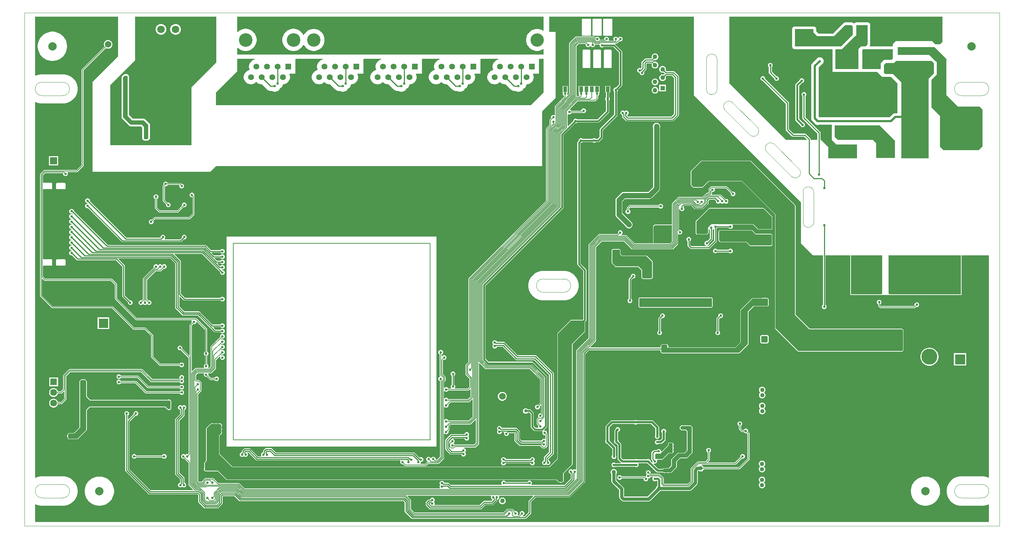
<source format=gbl>
G04*
G04 #@! TF.GenerationSoftware,Altium Limited,Altium Designer,23.1.1 (15)*
G04*
G04 Layer_Physical_Order=4*
G04 Layer_Color=16711680*
%FSLAX44Y44*%
%MOMM*%
G71*
G04*
G04 #@! TF.SameCoordinates,5873BA87-B4A8-4489-8BBC-5F2359CC4874*
G04*
G04*
G04 #@! TF.FilePolarity,Positive*
G04*
G01*
G75*
%ADD12C,0.1270*%
%ADD14C,0.2540*%
%ADD18C,0.7620*%
%ADD21C,0.5080*%
%ADD23C,0.0254*%
%ADD24C,0.1020*%
%ADD25C,0.1016*%
%ADD36C,2.0000*%
%ADD73C,1.2700*%
G04:AMPARAMS|DCode=138|XSize=1.85mm|YSize=1.3mm|CornerRadius=0.1625mm|HoleSize=0mm|Usage=FLASHONLY|Rotation=270.000|XOffset=0mm|YOffset=0mm|HoleType=Round|Shape=RoundedRectangle|*
%AMROUNDEDRECTD138*
21,1,1.8500,0.9750,0,0,270.0*
21,1,1.5250,1.3000,0,0,270.0*
1,1,0.3250,-0.4875,-0.7625*
1,1,0.3250,-0.4875,0.7625*
1,1,0.3250,0.4875,0.7625*
1,1,0.3250,0.4875,-0.7625*
%
%ADD138ROUNDEDRECTD138*%
G04:AMPARAMS|DCode=139|XSize=1.85mm|YSize=1.3mm|CornerRadius=0.1625mm|HoleSize=0mm|Usage=FLASHONLY|Rotation=180.000|XOffset=0mm|YOffset=0mm|HoleType=Round|Shape=RoundedRectangle|*
%AMROUNDEDRECTD139*
21,1,1.8500,0.9750,0,0,180.0*
21,1,1.5250,1.3000,0,0,180.0*
1,1,0.3250,-0.7625,0.4875*
1,1,0.3250,0.7625,0.4875*
1,1,0.3250,0.7625,-0.4875*
1,1,0.3250,-0.7625,-0.4875*
%
%ADD139ROUNDEDRECTD139*%
%ADD141C,1.2700*%
%ADD263C,0.6000*%
%ADD299C,0.3810*%
%ADD300C,0.2205*%
%ADD301C,0.2860*%
%ADD303C,0.1537*%
%ADD305C,0.2032*%
%ADD310C,0.2290*%
%ADD311C,6.2000*%
%ADD312C,1.1000*%
%ADD313C,1.6000*%
%ADD314C,2.3000*%
%ADD315C,1.0160*%
%ADD316C,1.2480*%
%ADD317C,2.0250*%
%ADD318C,0.3000*%
%ADD319R,1.6200X1.6200*%
%ADD320C,1.6200*%
%ADD321C,1.9500*%
%ADD322C,1.5400*%
%ADD323O,1.4000X2.8000*%
%ADD324O,1.2000X2.4000*%
%ADD325R,1.1000X1.1000*%
%ADD326C,1.3980*%
%ADD327C,3.2500*%
%ADD328R,1.3980X1.3980*%
%ADD329R,1.4080X1.4080*%
%ADD330C,1.4080*%
%ADD331C,3.2000*%
%ADD332C,2.2500*%
%ADD333R,2.2500X2.2500*%
G04:AMPARAMS|DCode=334|XSize=1.5mm|YSize=1.5mm|CornerRadius=0.1875mm|HoleSize=0mm|Usage=FLASHONLY|Rotation=90.000|XOffset=0mm|YOffset=0mm|HoleType=Round|Shape=RoundedRectangle|*
%AMROUNDEDRECTD334*
21,1,1.5000,1.1250,0,0,90.0*
21,1,1.1250,1.5000,0,0,90.0*
1,1,0.3750,0.5625,0.5625*
1,1,0.3750,0.5625,-0.5625*
1,1,0.3750,-0.5625,-0.5625*
1,1,0.3750,-0.5625,0.5625*
%
%ADD334ROUNDEDRECTD334*%
%ADD335C,1.5000*%
%ADD336R,1.8000X1.8000*%
%ADD337C,1.8000*%
%ADD338C,3.6000*%
%ADD339O,1.6500X3.3000*%
%ADD340R,1.7250X1.7250*%
%ADD341C,1.7250*%
%ADD342C,3.8100*%
%ADD343R,2.4750X2.4750*%
%ADD344C,2.4750*%
%ADD345C,1.0000*%
%ADD346C,0.7620*%
%ADD347R,1.5600X2.6100*%
%ADD348R,0.9000X1.3500*%
%ADD349C,2.5400*%
G36*
X1239520Y1184200D02*
X1238400Y1183601D01*
X1235997Y1185207D01*
X1231236Y1187179D01*
X1226182Y1188184D01*
X1221029D01*
X1215975Y1187179D01*
X1211214Y1185207D01*
X1206930Y1182344D01*
X1203286Y1178700D01*
X1200423Y1174415D01*
X1198451Y1169655D01*
X1197446Y1164601D01*
Y1159447D01*
X1198451Y1154393D01*
X1200423Y1149633D01*
X1203286Y1145348D01*
X1206930Y1141704D01*
X1211214Y1138841D01*
X1215975Y1136869D01*
X1221029Y1135864D01*
X1226182D01*
X1231236Y1136869D01*
X1235997Y1138841D01*
X1238400Y1140447D01*
X1239520Y1139848D01*
X1239520Y1126832D01*
X1229019D01*
X1228354Y1126744D01*
X1131491D01*
X1130825Y1126832D01*
X1089320D01*
X1088653Y1126744D01*
X991791D01*
X991125Y1126832D01*
X949620D01*
X948953Y1126744D01*
X852091D01*
X851425Y1126832D01*
X809920D01*
X809253Y1126744D01*
X712391D01*
X711725Y1126832D01*
X647225D01*
X647109Y1126816D01*
X646992Y1126829D01*
X646443Y1126744D01*
X550047D01*
X549381Y1126832D01*
X508000D01*
Y1142621D01*
X509173Y1143107D01*
X510401Y1141880D01*
X513764Y1139436D01*
X517468Y1137549D01*
X521421Y1136264D01*
X525527Y1135614D01*
X529684D01*
X533790Y1136264D01*
X537744Y1137549D01*
X541448Y1139436D01*
X544811Y1141880D01*
X547750Y1144819D01*
X550194Y1148182D01*
X552081Y1151886D01*
X553365Y1155840D01*
X554016Y1159946D01*
Y1164103D01*
X553365Y1168208D01*
X552081Y1172162D01*
X550194Y1175866D01*
X547750Y1179229D01*
X544811Y1182169D01*
X541448Y1184612D01*
X537744Y1186499D01*
X533790Y1187784D01*
X529684Y1188434D01*
X525527D01*
X521421Y1187784D01*
X517468Y1186499D01*
X513764Y1184612D01*
X510401Y1182169D01*
X509173Y1180941D01*
X508000Y1181427D01*
Y1217422D01*
X1239520D01*
Y1184200D01*
D02*
G37*
G36*
X1974596Y1197610D02*
X1977644Y1194562D01*
Y1174762D01*
X1949184Y1146302D01*
X1839214D01*
Y1187704D01*
X1883918D01*
Y1179830D01*
X1893062Y1170686D01*
X1932940D01*
X1959864Y1197610D01*
X1974596Y1197610D01*
D02*
G37*
G36*
X2191512Y1156970D02*
X2185924Y1151382D01*
X2174494Y1151382D01*
X2166874Y1159002D01*
X2080006D01*
X2073402Y1152398D01*
Y1146302D01*
X2018565D01*
X2017886Y1147572D01*
X2018678Y1148757D01*
X2019170Y1151235D01*
Y1197610D01*
X2018678Y1200088D01*
X2017274Y1202188D01*
X2015174Y1203592D01*
X2012696Y1204084D01*
X1986026Y1204084D01*
X1983548Y1203592D01*
X1981448Y1202188D01*
X1981257Y1201902D01*
X1979800Y1201562D01*
X1979174Y1202188D01*
X1977074Y1203592D01*
X1974596Y1204084D01*
X1959864Y1204084D01*
X1957386Y1203592D01*
X1955286Y1202188D01*
X1930258Y1177160D01*
X1895744D01*
X1890392Y1182512D01*
Y1187704D01*
X1889900Y1190182D01*
X1888496Y1192282D01*
X1886396Y1193686D01*
X1883918Y1194178D01*
X1839214D01*
X1836736Y1193686D01*
X1834636Y1192282D01*
X1833232Y1190182D01*
X1832740Y1187704D01*
Y1146302D01*
X1833232Y1143824D01*
X1834636Y1141724D01*
X1836736Y1140320D01*
X1839214Y1139828D01*
X1929638D01*
Y1085342D01*
X2035810D01*
X2047494Y1073658D01*
X2068830D01*
X2084324Y1058164D01*
Y986867D01*
X2078990D01*
X2076669Y986561D01*
X2074507Y985665D01*
X2072650Y984240D01*
X2065370Y976961D01*
X1897792D01*
X1896187Y978566D01*
Y1095852D01*
X1903363Y1103028D01*
X1904645Y1103768D01*
X1906386Y1105509D01*
X1907617Y1107641D01*
X1908254Y1110019D01*
Y1112481D01*
X1907617Y1114859D01*
X1906386Y1116991D01*
X1904645Y1118732D01*
X1902513Y1119963D01*
X1900135Y1120600D01*
X1897673D01*
X1895295Y1119963D01*
X1893163Y1118732D01*
X1891422Y1116991D01*
X1890682Y1115709D01*
X1880880Y1105906D01*
X1879455Y1104049D01*
X1878559Y1101887D01*
X1878253Y1099566D01*
Y974852D01*
X1878559Y972531D01*
X1879455Y970369D01*
X1880880Y968512D01*
X1885856Y963535D01*
X1886596Y962253D01*
X1888337Y960512D01*
X1890469Y959281D01*
X1892847Y958644D01*
X1895309D01*
X1896739Y959027D01*
X1927735D01*
Y923036D01*
X1938403Y912368D01*
X1988058D01*
Y879348D01*
X1918716D01*
Y905764D01*
X1901444Y923036D01*
X1900745D01*
Y939812D01*
X1900449Y941299D01*
X1899607Y942559D01*
X1864779Y977387D01*
Y1027694D01*
X1865591Y1028506D01*
X1866434Y1030542D01*
Y1032746D01*
X1865591Y1034782D01*
X1864032Y1036341D01*
X1861996Y1037184D01*
X1859792D01*
X1857756Y1036341D01*
X1856197Y1034782D01*
X1855354Y1032746D01*
Y1030542D01*
X1856197Y1028506D01*
X1857009Y1027694D01*
Y975778D01*
X1857305Y974291D01*
X1858147Y973031D01*
X1892975Y938203D01*
Y923036D01*
X1877135D01*
Y924306D01*
X1876839Y925793D01*
X1875997Y927053D01*
X1866091Y936959D01*
X1864831Y937801D01*
X1863344Y938097D01*
X1836505D01*
X1825319Y949283D01*
Y1010834D01*
X1825023Y1012321D01*
X1824181Y1013581D01*
X1768188Y1069574D01*
Y1070722D01*
X1767345Y1072758D01*
X1765786Y1074317D01*
X1763750Y1075160D01*
X1761546D01*
X1759510Y1074317D01*
X1757951Y1072758D01*
X1757108Y1070722D01*
Y1068518D01*
X1757951Y1066482D01*
X1759510Y1064923D01*
X1761546Y1064080D01*
X1762694D01*
X1817549Y1009225D01*
Y947674D01*
X1817845Y946187D01*
X1818687Y944927D01*
X1832149Y931465D01*
X1833409Y930623D01*
X1834896Y930327D01*
X1861735D01*
X1867853Y924209D01*
X1867367Y923036D01*
X1818132D01*
X1683004Y1058164D01*
Y1217422D01*
X2191512D01*
Y1156970D01*
D02*
G37*
G36*
X2012696Y1151235D02*
X2007764Y1146302D01*
X1996948D01*
X1991106Y1140460D01*
X1991106Y1092200D01*
X1936242Y1092200D01*
Y1138800D01*
X1937140Y1139698D01*
X1951736Y1139698D01*
X1957451Y1145413D01*
X1982222Y1170184D01*
X1982222Y1170184D01*
X1986026Y1173988D01*
X1986026Y1197610D01*
X2012696Y1197610D01*
Y1151235D01*
D02*
G37*
G36*
X2073402Y1117854D02*
X2069846Y1114298D01*
X2052270D01*
X2044700Y1106728D01*
Y1091946D01*
X1999996D01*
Y1137920D01*
X2001774Y1139698D01*
X2073402D01*
Y1117854D01*
D02*
G37*
G36*
X1239520Y1036574D02*
X1209040Y1006094D01*
X457200D01*
X457200Y1036574D01*
X508000Y1087374D01*
Y1116584D01*
X549381D01*
X549506Y1115314D01*
X548003Y1115015D01*
X544882Y1113722D01*
X542073Y1111845D01*
X539684Y1109457D01*
X537808Y1106648D01*
X536515Y1103527D01*
X535856Y1100213D01*
Y1096835D01*
X536515Y1093522D01*
X537422Y1091331D01*
X536663Y1089886D01*
X535303Y1089615D01*
X532182Y1088322D01*
X529373Y1086445D01*
X526984Y1084057D01*
X525108Y1081248D01*
X523815Y1078127D01*
X523156Y1074813D01*
Y1071435D01*
X523815Y1068122D01*
X525108Y1065001D01*
X526984Y1062192D01*
X529373Y1059803D01*
X532182Y1057926D01*
X535303Y1056633D01*
X538617Y1055974D01*
X541995D01*
X545308Y1056633D01*
X548429Y1057926D01*
X551238Y1059803D01*
X553006Y1061570D01*
X554773Y1059803D01*
X557582Y1057926D01*
X560703Y1056633D01*
X564017Y1055974D01*
X566791D01*
X579206Y1043559D01*
X579206Y1043559D01*
X581559Y1041754D01*
X584298Y1040619D01*
X587238Y1040232D01*
X587239Y1040232D01*
X591122D01*
X592687Y1039328D01*
X596035Y1038431D01*
X599500D01*
X602847Y1039328D01*
X605848Y1041061D01*
X608298Y1043511D01*
X609611Y1045786D01*
X611886Y1047100D01*
X614336Y1049550D01*
X616069Y1052551D01*
X616966Y1055898D01*
Y1055974D01*
X618195D01*
X621508Y1056633D01*
X624629Y1057926D01*
X627438Y1059803D01*
X629827Y1062192D01*
X631704Y1065001D01*
X632997Y1068122D01*
X633656Y1071435D01*
Y1074813D01*
X632997Y1078127D01*
X632178Y1080104D01*
X633026Y1081374D01*
X646356D01*
Y1115314D01*
X646356Y1115674D01*
X647225Y1116584D01*
X711725D01*
X711851Y1115314D01*
X710589Y1115063D01*
X707458Y1113766D01*
X704641Y1111884D01*
X702246Y1109488D01*
X700363Y1106671D01*
X699067Y1103541D01*
X698406Y1100218D01*
Y1096830D01*
X699067Y1093507D01*
X699952Y1091368D01*
X699178Y1089920D01*
X697889Y1089663D01*
X694759Y1088366D01*
X691941Y1086484D01*
X689546Y1084088D01*
X687663Y1081271D01*
X686367Y1078141D01*
X685706Y1074818D01*
Y1071430D01*
X686367Y1068107D01*
X687663Y1064977D01*
X689546Y1062160D01*
X691941Y1059764D01*
X694759Y1057882D01*
X697889Y1056585D01*
X701212Y1055924D01*
X704600D01*
X707923Y1056585D01*
X711053Y1057882D01*
X713870Y1059764D01*
X715606Y1061499D01*
X717341Y1059764D01*
X720158Y1057882D01*
X723289Y1056585D01*
X726612Y1055924D01*
X729441D01*
X742060Y1043305D01*
X742060Y1043305D01*
X744413Y1041500D01*
X747152Y1040365D01*
X750092Y1039978D01*
X750093Y1039978D01*
X753722D01*
X755287Y1039074D01*
X758634Y1038177D01*
X762100D01*
X765447Y1039074D01*
X768447Y1040807D01*
X770898Y1043257D01*
X772211Y1045532D01*
X774486Y1046845D01*
X776936Y1049296D01*
X778669Y1052296D01*
X779566Y1055643D01*
Y1055924D01*
X780800D01*
X784123Y1056585D01*
X787253Y1057882D01*
X790070Y1059764D01*
X792466Y1062160D01*
X794348Y1064977D01*
X795645Y1068107D01*
X796306Y1071430D01*
Y1074818D01*
X795645Y1078141D01*
X794852Y1080054D01*
X795701Y1081324D01*
X809006D01*
Y1115314D01*
X809006Y1115724D01*
X809920Y1116584D01*
X851425D01*
X851551Y1115314D01*
X850289Y1115063D01*
X847159Y1113766D01*
X844341Y1111884D01*
X841946Y1109488D01*
X840063Y1106671D01*
X838767Y1103541D01*
X838106Y1100218D01*
Y1096830D01*
X838767Y1093507D01*
X839652Y1091368D01*
X838878Y1089920D01*
X837589Y1089663D01*
X834458Y1088366D01*
X831641Y1086484D01*
X829246Y1084088D01*
X827363Y1081271D01*
X826067Y1078141D01*
X825406Y1074818D01*
Y1071430D01*
X826067Y1068107D01*
X827363Y1064977D01*
X829246Y1062160D01*
X831641Y1059764D01*
X834458Y1057882D01*
X837589Y1056585D01*
X840912Y1055924D01*
X844300D01*
X847623Y1056585D01*
X850753Y1057882D01*
X853570Y1059764D01*
X855306Y1061499D01*
X857041Y1059764D01*
X859858Y1057882D01*
X862989Y1056585D01*
X866312Y1055924D01*
X869141D01*
X881760Y1043305D01*
X881760Y1043305D01*
X884113Y1041500D01*
X886852Y1040365D01*
X889792Y1039978D01*
X889793Y1039978D01*
X893422D01*
X894987Y1039074D01*
X898335Y1038177D01*
X901800D01*
X905147Y1039074D01*
X908148Y1040807D01*
X910598Y1043257D01*
X911911Y1045532D01*
X914186Y1046845D01*
X916636Y1049296D01*
X918369Y1052296D01*
X919266Y1055643D01*
Y1055924D01*
X920500D01*
X923823Y1056585D01*
X926953Y1057882D01*
X929770Y1059764D01*
X932166Y1062160D01*
X934048Y1064977D01*
X935345Y1068107D01*
X936006Y1071430D01*
Y1074818D01*
X935345Y1078141D01*
X934552Y1080054D01*
X935401Y1081324D01*
X948706D01*
Y1115314D01*
X948706Y1115724D01*
X949620Y1116584D01*
X991125D01*
X991251Y1115314D01*
X989989Y1115063D01*
X986859Y1113766D01*
X984041Y1111884D01*
X981646Y1109488D01*
X979763Y1106671D01*
X978467Y1103541D01*
X977806Y1100218D01*
Y1096830D01*
X978467Y1093507D01*
X979352Y1091368D01*
X978578Y1089920D01*
X977289Y1089663D01*
X974158Y1088366D01*
X971341Y1086484D01*
X968946Y1084088D01*
X967063Y1081271D01*
X965767Y1078141D01*
X965106Y1074818D01*
Y1071430D01*
X965767Y1068107D01*
X967063Y1064977D01*
X968946Y1062160D01*
X971341Y1059764D01*
X974158Y1057882D01*
X977289Y1056585D01*
X980612Y1055924D01*
X984000D01*
X987323Y1056585D01*
X990453Y1057882D01*
X993270Y1059764D01*
X995006Y1061499D01*
X996741Y1059764D01*
X999558Y1057882D01*
X1002689Y1056585D01*
X1006012Y1055924D01*
X1008841D01*
X1021460Y1043305D01*
X1021460Y1043305D01*
X1023813Y1041500D01*
X1026552Y1040365D01*
X1029492Y1039978D01*
X1029493Y1039978D01*
X1033122D01*
X1034688Y1039074D01*
X1038035Y1038177D01*
X1041500D01*
X1044847Y1039074D01*
X1047848Y1040807D01*
X1050298Y1043257D01*
X1051611Y1045532D01*
X1053886Y1046845D01*
X1056336Y1049296D01*
X1058069Y1052296D01*
X1058966Y1055643D01*
Y1055924D01*
X1060200D01*
X1063523Y1056585D01*
X1066653Y1057882D01*
X1069470Y1059764D01*
X1071866Y1062160D01*
X1073748Y1064977D01*
X1075045Y1068107D01*
X1075706Y1071430D01*
Y1074818D01*
X1075045Y1078141D01*
X1074252Y1080054D01*
X1075101Y1081324D01*
X1088406D01*
Y1115314D01*
X1088406Y1115724D01*
X1089320Y1116584D01*
X1130825D01*
X1130950Y1115314D01*
X1129689Y1115063D01*
X1126559Y1113766D01*
X1123741Y1111884D01*
X1121346Y1109488D01*
X1119463Y1106671D01*
X1118167Y1103541D01*
X1117506Y1100218D01*
Y1096830D01*
X1118167Y1093507D01*
X1119053Y1091368D01*
X1118278Y1089920D01*
X1116989Y1089663D01*
X1113858Y1088366D01*
X1111041Y1086484D01*
X1108646Y1084088D01*
X1106763Y1081271D01*
X1105467Y1078141D01*
X1104806Y1074818D01*
Y1071430D01*
X1105467Y1068107D01*
X1106763Y1064977D01*
X1108646Y1062160D01*
X1111041Y1059764D01*
X1113858Y1057882D01*
X1116989Y1056585D01*
X1120312Y1055924D01*
X1123700D01*
X1127023Y1056585D01*
X1130153Y1057882D01*
X1132970Y1059764D01*
X1134706Y1061499D01*
X1136441Y1059764D01*
X1139258Y1057882D01*
X1142389Y1056585D01*
X1145712Y1055924D01*
X1148541D01*
X1161160Y1043305D01*
X1161160Y1043305D01*
X1163513Y1041500D01*
X1166252Y1040365D01*
X1169192Y1039978D01*
X1169193Y1039978D01*
X1172822D01*
X1174388Y1039074D01*
X1177735Y1038177D01*
X1181200D01*
X1184547Y1039074D01*
X1187548Y1040807D01*
X1189998Y1043257D01*
X1191311Y1045532D01*
X1193586Y1046845D01*
X1196036Y1049296D01*
X1197769Y1052296D01*
X1198666Y1055643D01*
Y1055924D01*
X1199900D01*
X1203223Y1056585D01*
X1206353Y1057882D01*
X1209170Y1059764D01*
X1211566Y1062160D01*
X1213448Y1064977D01*
X1214745Y1068107D01*
X1215406Y1071430D01*
Y1074818D01*
X1214745Y1078141D01*
X1213952Y1080054D01*
X1214801Y1081324D01*
X1228106D01*
Y1115314D01*
X1228106Y1115724D01*
X1229019Y1116584D01*
X1239520D01*
Y1036574D01*
D02*
G37*
G36*
X457708Y1108202D02*
X398272Y1048766D01*
Y910336D01*
X204216D01*
Y1054100D01*
X263652Y1113536D01*
Y1217422D01*
X457708D01*
Y1108202D01*
D02*
G37*
G36*
X2201418Y1115822D02*
Y1030224D01*
X2229358Y1002284D01*
X2280920D01*
X2287524Y995680D01*
Y907288D01*
X2278380Y898144D01*
X2194560Y898144D01*
X2185670Y907034D01*
Y980440D01*
X2165350Y1000760D01*
Y1066534D01*
X2177920Y1079104D01*
Y1081786D01*
X2177920Y1081786D01*
X2177920Y1106424D01*
Y1109094D01*
X2176049Y1110965D01*
X2176024Y1111002D01*
X2170690Y1116336D01*
X2170690D01*
Y1116336D01*
X2170653Y1116361D01*
X2160778Y1126236D01*
X2084832D01*
Y1144524D01*
X2172716D01*
X2201418Y1115822D01*
D02*
G37*
G36*
X2041652Y957580D02*
X2077974Y921258D01*
Y879602D01*
X2033016D01*
Y915670D01*
X2025396Y923290D01*
X1941322D01*
X1934210Y930402D01*
Y940435D01*
X1934210D01*
Y957580D01*
X2004060D01*
X2041652Y957580D01*
D02*
G37*
G36*
X2171446Y1106424D02*
X2171446Y1081786D01*
X2158746Y1069086D01*
Y879348D01*
X2093214D01*
X2093214Y1060702D01*
X2073147Y1080770D01*
X2062733Y1080770D01*
X2055114D01*
X2052320Y1083564D01*
Y1102614D01*
X2056638Y1106932D01*
X2075688D01*
X2080514Y1111758D01*
X2166112D01*
X2171446Y1106424D01*
D02*
G37*
G36*
X1598186Y1029952D02*
X1853946Y774192D01*
Y675386D01*
X1882140Y647192D01*
X1906452D01*
Y528847D01*
X1906422Y528834D01*
X1904863Y527276D01*
X1904020Y525240D01*
Y523036D01*
X1904863Y521000D01*
X1906422Y519441D01*
X1908458Y518598D01*
X1910662D01*
X1912698Y519441D01*
X1914257Y521000D01*
X1915100Y523036D01*
Y525240D01*
X1914257Y527276D01*
X1912698Y528834D01*
X1912668Y528847D01*
Y647192D01*
X1971697D01*
Y552450D01*
X2237486D01*
Y647192D01*
X2302510D01*
Y115695D01*
X2301427Y115031D01*
X2300064Y115726D01*
X2294824Y117428D01*
X2289383Y118290D01*
X2286628D01*
X2236628Y118290D01*
X2233874D01*
X2228432Y117428D01*
X2223193Y115726D01*
X2218284Y113225D01*
X2213827Y109986D01*
X2209932Y106091D01*
X2206694Y101634D01*
X2204193Y96725D01*
X2202490Y91486D01*
X2201628Y86045D01*
Y80535D01*
X2202490Y75094D01*
X2204193Y69855D01*
X2206694Y64946D01*
X2209932Y60489D01*
X2213827Y56593D01*
X2218284Y53355D01*
X2223193Y50854D01*
X2228432Y49152D01*
X2233874Y48290D01*
X2236628D01*
X2286628Y48290D01*
X2289383D01*
X2294824Y49152D01*
X2300064Y50854D01*
X2301427Y51549D01*
X2302510Y50885D01*
Y9144D01*
X25399Y9144D01*
Y50896D01*
X26482Y51560D01*
X27903Y50836D01*
X33142Y49133D01*
X38583Y48271D01*
X41338D01*
X91338Y48271D01*
X94092D01*
X99534Y49133D01*
X104773Y50836D01*
X109682Y53337D01*
X114139Y56575D01*
X118034Y60470D01*
X121273Y64927D01*
X123774Y69836D01*
X125476Y75075D01*
X126338Y80517D01*
Y86026D01*
X125476Y91467D01*
X123774Y96707D01*
X121273Y101615D01*
X118034Y106072D01*
X114139Y109968D01*
X109682Y113206D01*
X104773Y115707D01*
X99534Y117410D01*
X94092Y118271D01*
X91338D01*
X41338Y118271D01*
X38583D01*
X33142Y117409D01*
X27903Y115707D01*
X26482Y114983D01*
X25399Y115647D01*
Y1012556D01*
X26482Y1013220D01*
X27859Y1012518D01*
X33098Y1010816D01*
X38539Y1009954D01*
X41294D01*
X91294Y1009954D01*
X94049D01*
X99490Y1010816D01*
X104729Y1012518D01*
X109638Y1015019D01*
X114095Y1018258D01*
X117991Y1022153D01*
X121229Y1026610D01*
X123730Y1031519D01*
X125432Y1036758D01*
X126294Y1042199D01*
Y1047709D01*
X125432Y1053150D01*
X123730Y1058389D01*
X121229Y1063298D01*
X117991Y1067755D01*
X114095Y1071650D01*
X109638Y1074889D01*
X104729Y1077390D01*
X99490Y1079092D01*
X94049Y1079954D01*
X91294D01*
X41294Y1079954D01*
X38539D01*
X33098Y1079092D01*
X27859Y1077390D01*
X26482Y1076688D01*
X25399Y1077352D01*
Y1217422D01*
X223011D01*
Y1122171D01*
X162560Y1061720D01*
Y846836D01*
X443992D01*
X457200Y860044D01*
X1235964D01*
Y991616D01*
X1267714Y1023366D01*
Y1181354D01*
X1252982D01*
Y1217422D01*
X1598186D01*
Y1029952D01*
D02*
G37*
G36*
X2235962Y553974D02*
X2065461D01*
X2063242Y556193D01*
Y647192D01*
X2235962D01*
Y553974D01*
D02*
G37*
G36*
X2048002Y605311D02*
X2048002Y556377D01*
X2045599Y553974D01*
X1973072D01*
Y647192D01*
X2048002D01*
Y605311D01*
D02*
G37*
%LPC*%
G36*
X643984Y1188434D02*
X639827D01*
X635721Y1187784D01*
X631768Y1186499D01*
X628064Y1184612D01*
X624701Y1182169D01*
X621761Y1179229D01*
X619318Y1175866D01*
X617431Y1172162D01*
X616146Y1168208D01*
X615496Y1164103D01*
Y1159946D01*
X616146Y1155840D01*
X617431Y1151886D01*
X619318Y1148182D01*
X621761Y1144819D01*
X624701Y1141880D01*
X628064Y1139436D01*
X631768Y1137549D01*
X635721Y1136264D01*
X639827Y1135614D01*
X643984D01*
X648090Y1136264D01*
X652044Y1137549D01*
X655748Y1139436D01*
X659111Y1141880D01*
X662050Y1144819D01*
X664494Y1148182D01*
X665532Y1150219D01*
X666801Y1150170D01*
X667023Y1149633D01*
X669886Y1145348D01*
X673530Y1141704D01*
X677814Y1138841D01*
X682575Y1136869D01*
X687629Y1135864D01*
X692782D01*
X697836Y1136869D01*
X702597Y1138841D01*
X706882Y1141704D01*
X710526Y1145348D01*
X713388Y1149633D01*
X715360Y1154393D01*
X716366Y1159447D01*
Y1164601D01*
X715360Y1169655D01*
X713388Y1174415D01*
X710526Y1178700D01*
X706882Y1182344D01*
X702597Y1185207D01*
X697836Y1187179D01*
X692782Y1188184D01*
X687629D01*
X682575Y1187179D01*
X677814Y1185207D01*
X673530Y1182344D01*
X669886Y1178700D01*
X667023Y1174415D01*
X666801Y1173878D01*
X665532Y1173829D01*
X664494Y1175866D01*
X662050Y1179229D01*
X659111Y1182169D01*
X655748Y1184612D01*
X652044Y1186499D01*
X648090Y1187784D01*
X643984Y1188434D01*
D02*
G37*
G36*
X1781778Y1107138D02*
X1779574D01*
X1777538Y1106295D01*
X1775980Y1104736D01*
X1775136Y1102700D01*
Y1100496D01*
X1775980Y1098460D01*
X1776792Y1097648D01*
Y1084444D01*
X1777087Y1082957D01*
X1777929Y1081697D01*
X1789986Y1069640D01*
Y1068492D01*
X1790829Y1066456D01*
X1792388Y1064897D01*
X1794424Y1064054D01*
X1796628D01*
X1798664Y1064897D01*
X1800223Y1066456D01*
X1801066Y1068492D01*
Y1070696D01*
X1800223Y1072732D01*
X1798664Y1074291D01*
X1796628Y1075134D01*
X1795480D01*
X1784561Y1086053D01*
Y1097648D01*
X1785373Y1098460D01*
X1786216Y1100496D01*
Y1102700D01*
X1785373Y1104736D01*
X1783814Y1106295D01*
X1781778Y1107138D01*
D02*
G37*
G36*
X1856718Y1070214D02*
X1854514D01*
X1852478Y1069371D01*
X1850919Y1067812D01*
X1850076Y1065776D01*
Y1065543D01*
X1841597Y1057065D01*
X1840615Y1055594D01*
X1840270Y1053860D01*
Y972058D01*
X1840615Y970324D01*
X1841597Y968853D01*
X1852470Y957981D01*
Y957748D01*
X1853313Y955712D01*
X1854872Y954153D01*
X1856908Y953310D01*
X1859112D01*
X1861148Y954153D01*
X1862707Y955712D01*
X1863550Y957748D01*
Y959952D01*
X1862707Y961988D01*
X1861148Y963547D01*
X1859112Y964390D01*
X1858879D01*
X1849334Y973935D01*
Y1051983D01*
X1856485Y1059134D01*
X1856718D01*
X1858754Y1059977D01*
X1860313Y1061536D01*
X1861156Y1063572D01*
Y1065776D01*
X1860313Y1067812D01*
X1858754Y1069371D01*
X1856718Y1070214D01*
D02*
G37*
G36*
X362344Y1200144D02*
X358971D01*
X355713Y1199271D01*
X352792Y1197585D01*
X350407Y1195200D01*
X348720Y1192279D01*
X347847Y1189020D01*
Y1185648D01*
X348720Y1182390D01*
X350407Y1179469D01*
X352792Y1177083D01*
X355713Y1175397D01*
X358971Y1174524D01*
X362344D01*
X365602Y1175397D01*
X368523Y1177083D01*
X370908Y1179469D01*
X372594Y1182390D01*
X373467Y1185648D01*
Y1189020D01*
X372594Y1192279D01*
X370908Y1195200D01*
X368523Y1197585D01*
X365602Y1199271D01*
X362344Y1200144D01*
D02*
G37*
G36*
X327344D02*
X323971D01*
X320713Y1199271D01*
X317792Y1197585D01*
X315407Y1195200D01*
X313720Y1192279D01*
X312847Y1189020D01*
Y1185648D01*
X313720Y1182390D01*
X315407Y1179469D01*
X317792Y1177083D01*
X320713Y1175397D01*
X323971Y1174524D01*
X327344D01*
X330602Y1175397D01*
X333523Y1177083D01*
X335908Y1179469D01*
X337594Y1182390D01*
X338467Y1185648D01*
Y1189020D01*
X337594Y1192279D01*
X335908Y1195200D01*
X333523Y1197585D01*
X330602Y1199271D01*
X327344Y1200144D01*
D02*
G37*
G36*
X239266Y1080337D02*
D01*
X239266D01*
X237779Y1080041D01*
X236519Y1079199D01*
X232505Y1075185D01*
X231663Y1073925D01*
X231367Y1072438D01*
Y976836D01*
X231663Y975349D01*
X232505Y974089D01*
X243119Y963475D01*
X243119Y963475D01*
X249983Y956611D01*
X251243Y955769D01*
X252730Y955473D01*
X277791D01*
X280849Y952415D01*
Y926592D01*
X281115Y925257D01*
X281145Y925106D01*
D01*
X281145Y925106D01*
X281673Y924315D01*
X281987Y923845D01*
X283765Y922067D01*
X283765Y922067D01*
X283765Y922067D01*
X284302Y921708D01*
X285025Y921225D01*
X285025Y921225D01*
X285025Y921225D01*
X285773Y921076D01*
X286512Y920929D01*
X286512D01*
X286512D01*
X292823Y920929D01*
X294309Y921225D01*
X295570Y922067D01*
X298164Y924661D01*
X299006Y925922D01*
X299302Y927408D01*
X299302Y959343D01*
X299006Y960829D01*
X298164Y962090D01*
X287735Y972519D01*
X286475Y973361D01*
X284988Y973657D01*
X258657D01*
X249751Y982563D01*
Y1074750D01*
Y1074750D01*
D01*
X249692Y1075046D01*
X249455Y1076237D01*
X248613Y1077497D01*
X248613D01*
Y1077497D01*
X246911Y1079199D01*
X246493Y1079478D01*
X245651Y1080041D01*
X244164Y1080337D01*
X239266Y1080337D01*
D02*
G37*
%LPD*%
G36*
X244164Y1076452D02*
X245866Y1074750D01*
Y980954D01*
X257048Y969772D01*
X284988D01*
X295417Y959343D01*
X295417Y927408D01*
X292823Y924814D01*
X286512Y924814D01*
X284734Y926592D01*
Y954024D01*
X279400Y959358D01*
X252730D01*
X245866Y966222D01*
X235252Y976836D01*
Y1072438D01*
X239266Y1076452D01*
X244164Y1076452D01*
D02*
G37*
%LPC*%
G36*
X1400903Y1212924D02*
X1383903D01*
X1382912Y1212727D01*
X1382072Y1212165D01*
X1381511Y1211325D01*
X1381314Y1210334D01*
Y1174534D01*
X1381511Y1173543D01*
X1382072Y1172703D01*
X1382912Y1172141D01*
X1383903Y1171944D01*
X1400903D01*
X1401894Y1172141D01*
X1402735Y1172703D01*
X1403296Y1173543D01*
X1403493Y1174534D01*
Y1210334D01*
X1403296Y1211325D01*
X1402735Y1212165D01*
X1401894Y1212727D01*
X1400903Y1212924D01*
D02*
G37*
G36*
X1375503D02*
X1358503D01*
X1357512Y1212727D01*
X1356672Y1212165D01*
X1356111Y1211325D01*
X1355914Y1210334D01*
Y1174534D01*
X1356111Y1173543D01*
X1356672Y1172703D01*
X1357512Y1172141D01*
X1358503Y1171944D01*
X1375503D01*
X1376494Y1172141D01*
X1377335Y1172703D01*
X1377896Y1173543D01*
X1378093Y1174534D01*
Y1210334D01*
X1377896Y1211325D01*
X1377335Y1212165D01*
X1376494Y1212727D01*
X1375503Y1212924D01*
D02*
G37*
G36*
X1350103D02*
X1333103D01*
X1332112Y1212727D01*
X1331272Y1212165D01*
X1330711Y1211325D01*
X1330514Y1210334D01*
Y1174534D01*
X1330711Y1173543D01*
X1331272Y1172703D01*
X1332112Y1172141D01*
X1333103Y1171944D01*
X1350103D01*
X1351094Y1172141D01*
X1351935Y1172703D01*
X1352496Y1173543D01*
X1352693Y1174534D01*
Y1210334D01*
X1352496Y1211325D01*
X1351935Y1212165D01*
X1351094Y1212727D01*
X1350103Y1212924D01*
D02*
G37*
G36*
X1359502Y1169844D02*
X1316695D01*
X1315754Y1169657D01*
X1314956Y1169124D01*
X1301026Y1155194D01*
X1300492Y1154395D01*
X1300305Y1153454D01*
Y1033963D01*
X1296564Y1030223D01*
X1295488Y1030942D01*
X1296143Y1032525D01*
Y1034729D01*
X1295890Y1035340D01*
X1296373Y1036064D01*
X1296373D01*
Y1052104D01*
X1284833D01*
Y1036064D01*
X1284833D01*
X1285317Y1035340D01*
X1285063Y1034729D01*
Y1032525D01*
X1285907Y1030489D01*
X1287465Y1028930D01*
X1288007Y1028706D01*
Y1025639D01*
X1267214Y1004845D01*
X1266651Y1004003D01*
X1266453Y1003009D01*
Y982812D01*
X1265183Y982078D01*
X1263735Y982678D01*
X1261531D01*
X1259495Y981835D01*
X1257937Y980276D01*
X1257093Y978240D01*
Y976036D01*
X1257374Y975358D01*
X1254719Y972703D01*
X1254185Y971905D01*
X1253998Y970963D01*
Y959259D01*
X1246162Y951423D01*
X1245629Y950625D01*
X1245442Y949683D01*
Y777148D01*
X1060475Y592181D01*
X1059942Y591383D01*
X1059754Y590441D01*
Y392179D01*
X1053472Y385896D01*
X1052938Y385098D01*
X1052751Y384157D01*
Y362871D01*
X1052938Y361929D01*
X1053472Y361131D01*
X1062561Y352042D01*
Y332743D01*
X1058668Y328850D01*
X1027874D01*
X1027388Y330024D01*
X1027728Y330364D01*
X1028571Y332400D01*
Y334604D01*
X1027728Y336640D01*
X1026170Y338199D01*
X1026139Y338211D01*
Y358765D01*
X1026169Y358777D01*
X1027728Y360336D01*
X1028571Y362372D01*
Y364576D01*
X1027728Y366612D01*
X1026169Y368171D01*
X1024133Y369014D01*
X1021929D01*
X1019893Y368171D01*
X1018335Y366612D01*
X1017491Y364576D01*
Y362372D01*
X1018335Y360336D01*
X1019893Y358777D01*
X1019924Y358765D01*
Y338211D01*
X1019893Y338199D01*
X1018335Y336640D01*
X1017491Y334604D01*
Y332400D01*
X1018335Y330364D01*
X1018675Y330024D01*
X1018189Y328850D01*
X1011572D01*
X1011298Y329512D01*
X1009740Y331071D01*
X1007703Y331914D01*
X1005499D01*
X1003463Y331071D01*
X1002966Y330573D01*
X1001696Y331099D01*
Y343623D01*
X1004531Y346458D01*
X1005064Y347256D01*
X1005252Y348198D01*
Y355636D01*
X1005064Y356578D01*
X1004531Y357376D01*
X998648Y363259D01*
Y395966D01*
X999996Y397315D01*
X1000674Y397034D01*
X1002878D01*
X1004914Y397877D01*
X1006473Y399436D01*
X1007316Y401472D01*
Y403676D01*
X1006473Y405712D01*
X1004914Y407271D01*
X1002878Y408114D01*
X1000674D01*
X998638Y407271D01*
X997378Y406010D01*
X996108Y406432D01*
Y410297D01*
X996786Y410577D01*
X998344Y412136D01*
X999187Y414172D01*
Y416376D01*
X998344Y418412D01*
X996786Y419971D01*
X994749Y420814D01*
X992545D01*
X990509Y419971D01*
X988951Y418412D01*
X988107Y416376D01*
Y414172D01*
X988951Y412136D01*
X990509Y410577D01*
X991187Y410297D01*
Y361188D01*
X991374Y360247D01*
X991908Y359448D01*
X992869Y358487D01*
X992334Y357226D01*
X990509Y356471D01*
X988951Y354912D01*
X988107Y352876D01*
Y350672D01*
X988951Y348636D01*
X990509Y347077D01*
X991695Y346586D01*
Y165570D01*
X984716Y158591D01*
X981457D01*
X981408Y158664D01*
Y160868D01*
X980565Y162904D01*
X979006Y164463D01*
X976970Y165306D01*
X974766D01*
X972730Y164463D01*
X971171Y162904D01*
X970967Y162411D01*
X969593D01*
X969389Y162904D01*
X967830Y164463D01*
X965794Y165306D01*
X963590D01*
X961554Y164463D01*
X959995Y162904D01*
X959152Y160868D01*
Y158664D01*
X959995Y156628D01*
X961554Y155069D01*
X962316Y154754D01*
X962186Y153433D01*
X961639Y153324D01*
X960841Y152791D01*
X956561Y148510D01*
X945912D01*
X945368Y149780D01*
X946102Y151552D01*
Y153153D01*
X947703D01*
X949739Y153996D01*
X951297Y155555D01*
X952141Y157591D01*
Y159795D01*
X951297Y161831D01*
X949739Y163389D01*
X947703Y164233D01*
X945499D01*
X943463Y163389D01*
X943239Y163165D01*
X931688Y174715D01*
X930736Y175352D01*
X929612Y175576D01*
X600125D01*
X590236Y185465D01*
X589283Y186101D01*
X588160Y186325D01*
X576430D01*
X575307Y186101D01*
X574354Y185465D01*
X570096Y181207D01*
X569460Y180254D01*
X569236Y179131D01*
Y175974D01*
X568919D01*
X566883Y175131D01*
X565325Y173572D01*
X564481Y171536D01*
Y169332D01*
X565145Y167731D01*
X564501Y166461D01*
X557529D01*
X539114Y184875D01*
X538161Y185512D01*
X537037Y185735D01*
X525422D01*
X524298Y185512D01*
X523345Y184875D01*
X519296Y180827D01*
X518660Y179874D01*
X518436Y178750D01*
Y176228D01*
X518119D01*
X516083Y175385D01*
X514525Y173826D01*
X513681Y171790D01*
Y169586D01*
X514525Y167550D01*
X516083Y165991D01*
X518119Y165148D01*
X520323D01*
X522360Y165991D01*
X523491Y167123D01*
X524623Y165991D01*
X526659Y165148D01*
X528863D01*
X530900Y165991D01*
X532458Y167550D01*
X533301Y169586D01*
Y171790D01*
X532458Y173826D01*
X531929Y174355D01*
X532455Y175625D01*
X534066D01*
X552481Y157211D01*
X553433Y156574D01*
X554557Y156350D01*
X896680D01*
X897477Y155080D01*
X896922Y153740D01*
Y151536D01*
X897765Y149500D01*
X899324Y147942D01*
X901360Y147098D01*
X903564D01*
X904242Y147379D01*
X907311Y144310D01*
X908109Y143777D01*
X909050Y143590D01*
X957580D01*
X958521Y143777D01*
X959320Y144310D01*
X963600Y148591D01*
X987840D01*
X988781Y148778D01*
X989579Y149311D01*
X1000975Y160707D01*
X1001508Y161505D01*
X1001696Y162447D01*
Y220049D01*
X1002966Y220575D01*
X1003463Y220077D01*
X1005499Y219234D01*
X1007703D01*
X1009740Y220077D01*
X1011298Y221636D01*
X1012141Y223672D01*
Y225876D01*
X1011861Y226554D01*
X1014516Y229209D01*
X1015049Y230007D01*
X1015237Y230949D01*
Y239038D01*
X1018832Y242634D01*
X1064315D01*
X1065257Y242821D01*
X1066055Y243354D01*
X1076628Y253927D01*
X1077801Y253441D01*
Y198667D01*
X1073870Y194736D01*
X1026375D01*
X1026094Y195414D01*
X1024965Y196542D01*
X1024673Y197355D01*
X1024965Y198169D01*
X1026094Y199297D01*
X1026937Y201334D01*
Y203537D01*
X1026094Y205574D01*
X1024536Y207132D01*
X1023738Y207462D01*
X1023238Y209044D01*
X1023383Y209274D01*
X1050337D01*
Y208957D01*
X1051181Y206921D01*
X1052739Y205362D01*
X1054775Y204519D01*
X1056979D01*
X1059016Y205362D01*
X1060574Y206921D01*
X1061417Y208957D01*
Y211161D01*
X1060574Y213197D01*
X1059442Y214329D01*
X1060574Y215461D01*
X1061417Y217497D01*
Y219701D01*
X1060574Y221737D01*
X1059016Y223296D01*
X1056979Y224139D01*
X1054775D01*
X1052739Y223296D01*
X1051181Y221737D01*
X1050337Y219701D01*
Y219384D01*
X1019192D01*
X1018068Y219161D01*
X1017115Y218524D01*
X1005877Y207285D01*
X1005240Y206333D01*
X1005016Y205209D01*
Y183665D01*
X1005240Y182541D01*
X1005877Y181588D01*
X1015511Y171954D01*
X1016464Y171317D01*
X1017588Y171094D01*
X1042464D01*
Y170777D01*
X1043307Y168741D01*
X1044866Y167182D01*
X1046902Y166339D01*
X1049106D01*
X1051142Y167182D01*
X1052701Y168741D01*
X1053544Y170777D01*
Y172981D01*
X1052701Y175017D01*
X1051569Y176149D01*
X1052701Y177281D01*
X1053544Y179317D01*
Y181521D01*
X1052701Y183557D01*
X1051142Y185116D01*
X1049714Y185707D01*
X1049966Y186977D01*
X1075643D01*
X1076584Y187165D01*
X1077383Y187698D01*
X1084541Y194856D01*
X1085074Y195655D01*
X1085262Y196596D01*
Y388477D01*
X1086435Y388963D01*
X1099693Y375704D01*
X1100491Y375171D01*
X1101433Y374984D01*
X1206115D01*
X1230322Y350777D01*
Y293494D01*
X1226566Y289738D01*
X1225888Y290019D01*
X1223684D01*
X1221648Y289176D01*
X1220090Y287617D01*
X1219246Y285581D01*
Y283377D01*
X1220090Y281341D01*
X1221648Y279782D01*
X1223684Y278939D01*
X1225888D01*
X1227924Y279782D01*
X1229483Y281341D01*
X1230326Y283377D01*
Y285581D01*
X1230046Y286259D01*
X1231689Y287902D01*
X1232862Y287416D01*
Y269325D01*
X1232790Y269277D01*
X1230586D01*
X1228549Y268433D01*
X1226991Y266875D01*
X1226148Y264839D01*
Y262635D01*
X1226822Y261008D01*
X1226789Y260224D01*
X1226362Y259431D01*
X1225969Y259169D01*
X1223556Y256756D01*
X1223023Y255958D01*
X1222836Y255016D01*
Y244644D01*
X1223023Y243702D01*
X1223556Y242904D01*
X1226429Y240032D01*
X1226148Y239354D01*
Y237150D01*
X1226811Y235550D01*
X1226166Y234280D01*
X1220609D01*
X1215843Y239045D01*
Y269176D01*
X1215557Y270613D01*
X1214743Y271831D01*
X1208975Y277599D01*
X1207757Y278413D01*
X1206320Y278699D01*
X1201702D01*
X1200074Y280327D01*
X1197740Y281294D01*
X1195214D01*
X1192880Y280327D01*
X1191094Y278541D01*
X1190127Y276207D01*
Y273681D01*
X1191094Y271347D01*
X1192880Y269561D01*
X1195214Y268594D01*
X1197740D01*
X1200074Y269561D01*
X1201702Y271189D01*
X1204764D01*
X1208333Y267620D01*
Y237490D01*
X1208619Y236053D01*
X1209433Y234835D01*
X1216398Y227869D01*
X1217616Y227055D01*
X1219053Y226769D01*
X1235964D01*
X1236242Y226825D01*
X1236666Y226371D01*
X1237022Y225685D01*
X1236266Y223860D01*
Y221656D01*
X1237109Y219620D01*
X1238668Y218061D01*
X1240704Y217218D01*
X1242908D01*
X1243523Y216807D01*
Y208798D01*
X1242253Y208002D01*
X1240911Y208559D01*
X1238707D01*
X1236671Y207715D01*
X1235112Y206157D01*
X1234269Y204121D01*
Y203804D01*
X1186936D01*
X1182513Y208227D01*
Y225552D01*
X1182289Y226676D01*
X1181653Y227629D01*
X1175845Y233436D01*
X1174892Y234073D01*
X1173768Y234296D01*
X1139141D01*
Y234613D01*
X1138298Y236649D01*
X1136740Y238208D01*
X1134703Y239051D01*
X1132499D01*
X1130463Y238208D01*
X1128905Y236649D01*
X1128061Y234613D01*
Y232409D01*
X1128905Y230373D01*
X1130037Y229241D01*
X1128905Y228109D01*
X1128061Y226073D01*
Y223869D01*
X1128905Y221833D01*
X1130463Y220275D01*
X1132499Y219431D01*
X1134703D01*
X1136740Y220275D01*
X1138298Y221833D01*
X1139141Y223869D01*
Y224186D01*
X1144577D01*
X1145378Y222916D01*
X1144826Y221583D01*
Y219379D01*
X1145669Y217342D01*
X1147228Y215784D01*
X1149264Y214941D01*
X1151468D01*
X1153504Y215784D01*
X1155063Y217342D01*
X1155906Y219379D01*
Y221583D01*
X1155955Y221655D01*
X1169390D01*
X1169872Y221174D01*
Y204009D01*
X1170059Y203068D01*
X1170592Y202270D01*
X1180979Y191883D01*
X1181777Y191350D01*
X1182719Y191163D01*
X1230913D01*
X1235511Y186564D01*
X1236309Y186031D01*
X1237251Y185843D01*
X1242366D01*
X1243308Y186031D01*
X1244106Y186564D01*
X1247723Y190181D01*
X1248257Y190979D01*
X1248444Y191921D01*
Y218580D01*
X1248257Y219522D01*
X1247723Y220320D01*
X1247065Y220978D01*
X1247346Y221656D01*
Y223860D01*
X1246503Y225896D01*
X1244944Y227455D01*
X1242908Y228298D01*
X1240844D01*
X1240556Y228657D01*
X1240221Y229471D01*
X1246868Y236118D01*
X1247682Y237336D01*
X1247968Y238773D01*
Y356530D01*
X1247682Y357967D01*
X1246868Y359185D01*
X1214524Y391529D01*
X1213306Y392343D01*
X1211869Y392629D01*
X1107723D01*
X1100527Y399825D01*
Y574572D01*
X1285609Y759655D01*
X1286423Y760873D01*
X1286709Y762310D01*
Y934310D01*
X1314885Y962486D01*
X1316568D01*
X1318604Y963329D01*
X1319546Y964270D01*
X1369346D01*
X1370782Y964556D01*
X1372001Y965370D01*
X1394859Y988228D01*
X1395673Y989446D01*
X1395959Y990883D01*
Y1017284D01*
X1396871Y1018196D01*
X1397714Y1020232D01*
Y1022436D01*
X1396871Y1024472D01*
X1395944Y1025399D01*
Y1036064D01*
X1397973D01*
Y1052104D01*
X1386433D01*
Y1036064D01*
X1388434D01*
Y1025428D01*
X1387477Y1024472D01*
X1386634Y1022436D01*
Y1020232D01*
X1387477Y1018196D01*
X1388448Y1017225D01*
Y992439D01*
X1367790Y971781D01*
X1319546D01*
X1318604Y972722D01*
X1316568Y973566D01*
X1314364D01*
X1312328Y972722D01*
X1310770Y971164D01*
X1309926Y969128D01*
Y968148D01*
X1298217Y956438D01*
X1297043Y956924D01*
Y984096D01*
X1298313Y984892D01*
X1299656Y984335D01*
X1301860D01*
X1303896Y985179D01*
X1305455Y986737D01*
X1305735Y987415D01*
X1331944D01*
X1332885Y987602D01*
X1332919Y987625D01*
X1333801Y987260D01*
X1336005D01*
X1338042Y988104D01*
X1339600Y989662D01*
X1340443Y991698D01*
Y993902D01*
X1339600Y995938D01*
X1338042Y997497D01*
X1336005Y998340D01*
X1333801D01*
X1331765Y997497D01*
X1330207Y995938D01*
X1329363Y993902D01*
Y992336D01*
X1305735D01*
X1305455Y993014D01*
X1303896Y994572D01*
X1302553Y995128D01*
X1302218Y996589D01*
X1320693Y1015064D01*
X1362202D01*
X1363143Y1015251D01*
X1363942Y1015784D01*
X1368543Y1020386D01*
X1369077Y1021184D01*
X1369264Y1022125D01*
Y1028549D01*
X1369942Y1028829D01*
X1371500Y1030388D01*
X1372343Y1032424D01*
Y1034628D01*
X1372064Y1035302D01*
X1372573Y1036064D01*
X1372573D01*
Y1052104D01*
X1361033D01*
Y1052104D01*
X1359873D01*
Y1052104D01*
X1348333D01*
Y1052104D01*
X1347173D01*
Y1052104D01*
X1335633D01*
Y1052104D01*
X1334473D01*
Y1052104D01*
X1322933D01*
Y1036064D01*
X1322933D01*
X1323443Y1035302D01*
X1323163Y1034628D01*
Y1032424D01*
X1324007Y1030388D01*
X1325565Y1028829D01*
X1325596Y1028675D01*
X1324669Y1027604D01*
X1317991D01*
X1317926Y1027684D01*
Y1147174D01*
X1322975Y1152224D01*
X1339263D01*
X1340152Y1151055D01*
Y1148851D01*
X1340995Y1146815D01*
X1342553Y1145257D01*
X1344590Y1144413D01*
X1346794D01*
X1348830Y1145257D01*
X1350388Y1146815D01*
X1350556Y1147222D01*
X1351826D01*
X1351995Y1146815D01*
X1353553Y1145257D01*
X1355589Y1144413D01*
X1357793D01*
X1359830Y1145257D01*
X1361388Y1146815D01*
X1362231Y1148851D01*
Y1150064D01*
X1362717Y1150462D01*
X1373103D01*
X1373151Y1150389D01*
Y1148185D01*
X1373995Y1146149D01*
X1375553Y1144591D01*
X1377589Y1143747D01*
X1379793D01*
X1381830Y1144591D01*
X1382771Y1145532D01*
X1405921D01*
X1419407Y1132047D01*
Y1055576D01*
X1411787Y1047956D01*
X1410455D01*
X1408419Y1047113D01*
X1406861Y1045554D01*
X1406017Y1043518D01*
Y1041314D01*
X1406861Y1039278D01*
X1407802Y1038336D01*
Y983599D01*
X1374279Y950075D01*
X1373465Y948857D01*
X1373179Y947420D01*
Y930179D01*
X1368212Y925213D01*
X1364504D01*
X1363562Y926154D01*
X1361526Y926998D01*
X1359322D01*
X1357286Y926154D01*
X1356344Y925213D01*
X1332500D01*
X1331558Y926154D01*
X1329522Y926998D01*
X1327318D01*
X1325282Y926154D01*
X1323723Y924596D01*
X1322880Y922560D01*
Y921228D01*
X1320938Y919287D01*
X1320124Y918068D01*
X1319838Y916631D01*
Y625579D01*
X1320124Y624142D01*
X1320938Y622923D01*
X1334063Y609799D01*
Y494570D01*
X1332713Y493220D01*
X1331381D01*
X1330524Y492865D01*
X1325553D01*
X1324695Y493220D01*
X1322491D01*
X1321633Y492865D01*
X1316663Y492865D01*
X1315805Y493220D01*
X1313601D01*
X1312744Y492865D01*
X1305052D01*
X1305052Y492865D01*
X1304080Y492462D01*
X1304080Y492462D01*
X1272330Y460712D01*
X1271927Y459740D01*
X1271927Y459740D01*
Y161098D01*
X1252666Y141836D01*
X1032588Y141837D01*
X975614Y141837D01*
X496631Y141837D01*
X476459Y162008D01*
X465687Y172781D01*
Y216093D01*
X467156Y217563D01*
X468974Y218315D01*
X470532Y219874D01*
X471375Y221910D01*
Y224114D01*
X470766Y225585D01*
Y228948D01*
X471375Y230419D01*
Y232623D01*
X470766Y234094D01*
Y237457D01*
X471375Y238928D01*
Y241132D01*
X470532Y243168D01*
X468974Y244727D01*
X466937Y245570D01*
X464733D01*
X463876Y245215D01*
X458778D01*
X457920Y245570D01*
X455716D01*
X454859Y245215D01*
X449761D01*
X448903Y245570D01*
X446699D01*
X445841Y245215D01*
X445008D01*
X445007Y245215D01*
X444035Y244812D01*
X444035Y244812D01*
X433621Y234398D01*
X433219Y233426D01*
X433219Y233426D01*
Y156017D01*
X429557Y152356D01*
X429155Y151384D01*
X429155Y151384D01*
Y139302D01*
X429135Y139282D01*
X428291Y137246D01*
Y135042D01*
X429135Y133006D01*
X429155Y132986D01*
Y132842D01*
X429557Y131870D01*
X429557Y131870D01*
X430319Y131108D01*
X431291Y130705D01*
X431291Y130705D01*
X432485D01*
X432729Y130604D01*
X434933D01*
X435178Y130705D01*
X441121D01*
X441365Y130604D01*
X443569D01*
X443814Y130705D01*
X449757D01*
X450001Y130604D01*
X452205D01*
X452450Y130705D01*
X461710D01*
X482135Y110280D01*
X483107Y109877D01*
X483107Y109877D01*
X981964Y109877D01*
X1269812D01*
X1275251Y104438D01*
X1275251Y104438D01*
X1276224Y104035D01*
X1276224Y104035D01*
X1277001D01*
X1277021Y104015D01*
X1279057Y103172D01*
X1281261D01*
X1283297Y104015D01*
X1283317Y104035D01*
X1283634D01*
X1284606Y104438D01*
X1286673Y106505D01*
X1286673Y106505D01*
X1287076Y107477D01*
X1287076Y107477D01*
Y126002D01*
X1307801Y146727D01*
X1308204Y147699D01*
X1308204Y147699D01*
X1308204Y434786D01*
X1335487Y462070D01*
X1335487Y462070D01*
X1338027Y464610D01*
X1338430Y465582D01*
X1338430Y465582D01*
X1338430Y488316D01*
X1340473Y490359D01*
X1341287Y491578D01*
X1341573Y493015D01*
Y611354D01*
X1341287Y612791D01*
X1340473Y614009D01*
X1327348Y627134D01*
Y915076D01*
X1328191Y915918D01*
X1329522D01*
X1331558Y916761D01*
X1332500Y917703D01*
X1356344D01*
X1357286Y916761D01*
X1359322Y915918D01*
X1361526D01*
X1363562Y916761D01*
X1364504Y917703D01*
X1369768D01*
X1371205Y917989D01*
X1372423Y918803D01*
X1379589Y925969D01*
X1380403Y927187D01*
X1380689Y928624D01*
Y945865D01*
X1414213Y979388D01*
X1415027Y980606D01*
X1415312Y982043D01*
Y1038336D01*
X1416254Y1039278D01*
X1417097Y1041314D01*
Y1042645D01*
X1425817Y1051365D01*
X1426631Y1052584D01*
X1426917Y1054021D01*
Y1133602D01*
X1426631Y1135039D01*
X1425817Y1136257D01*
X1410342Y1151732D01*
X1410535Y1152552D01*
X1410832Y1153002D01*
X1413977D01*
X1414918Y1153189D01*
X1415716Y1153723D01*
X1420912Y1158918D01*
X1421590Y1158637D01*
X1423794D01*
X1425830Y1159481D01*
X1427388Y1161039D01*
X1428232Y1163075D01*
Y1165279D01*
X1427388Y1167316D01*
X1425830Y1168874D01*
X1423794Y1169717D01*
X1421590D01*
X1419553Y1168874D01*
X1417995Y1167316D01*
X1417827Y1166909D01*
X1416557D01*
X1416388Y1167316D01*
X1414830Y1168874D01*
X1412793Y1169717D01*
X1410589D01*
X1408553Y1168874D01*
X1406995Y1167316D01*
X1406151Y1165279D01*
Y1163075D01*
X1406707Y1161733D01*
X1405912Y1160463D01*
X1395471D01*
X1394675Y1161733D01*
X1395231Y1163075D01*
Y1165279D01*
X1394388Y1167316D01*
X1392829Y1168874D01*
X1390793Y1169717D01*
X1388589D01*
X1386553Y1168874D01*
X1384995Y1167316D01*
X1384151Y1165279D01*
Y1163075D01*
X1384103Y1163003D01*
X1374405D01*
X1373632Y1163051D01*
X1373231Y1164215D01*
Y1165279D01*
X1372388Y1167316D01*
X1370830Y1168874D01*
X1368793Y1169717D01*
X1366590D01*
X1364553Y1168874D01*
X1363022Y1167343D01*
X1361242Y1169124D01*
X1360444Y1169657D01*
X1359502Y1169844D01*
D02*
G37*
G36*
X200737Y1161622D02*
X198041D01*
X195437Y1160924D01*
X193102Y1159576D01*
X191195Y1157670D01*
X189847Y1155334D01*
X189149Y1152730D01*
Y1150034D01*
X189847Y1147430D01*
X190620Y1146092D01*
X136690Y1092162D01*
X136157Y1091364D01*
X135970Y1090423D01*
Y862841D01*
X123949Y850820D01*
X46990D01*
X46048Y850633D01*
X45250Y850100D01*
X37376Y842226D01*
X36843Y841428D01*
X36656Y840486D01*
Y550672D01*
X36843Y549730D01*
X37376Y548932D01*
X65062Y521246D01*
X65861Y520713D01*
X66802Y520526D01*
X208785D01*
X259626Y469684D01*
X260424Y469151D01*
X261366Y468964D01*
X287271D01*
X302086Y454149D01*
Y404622D01*
X302273Y403680D01*
X302806Y402882D01*
X322110Y383578D01*
X322909Y383045D01*
X323850Y382858D01*
X370434D01*
X370715Y382180D01*
X372273Y380621D01*
X374310Y379778D01*
X376513D01*
X378550Y380621D01*
X380108Y382180D01*
X380951Y384216D01*
Y386420D01*
X380108Y388456D01*
X378550Y390015D01*
X376513Y390858D01*
X374310D01*
X372273Y390015D01*
X370715Y388456D01*
X370434Y387778D01*
X324869D01*
X307006Y405641D01*
Y455168D01*
X306819Y456110D01*
X306286Y456908D01*
X290030Y473164D01*
X289231Y473697D01*
X288290Y473884D01*
X262385D01*
X211544Y524726D01*
X210746Y525259D01*
X209804Y525446D01*
X67821D01*
X41576Y551691D01*
Y590063D01*
X42750Y590549D01*
X46774Y586524D01*
X47572Y585991D01*
X48514Y585804D01*
X206499D01*
X215980Y576323D01*
Y543306D01*
X216167Y542365D01*
X216700Y541566D01*
X265661Y492606D01*
X266459Y492072D01*
X267401Y491885D01*
X398825D01*
X399482Y490615D01*
X398828Y489036D01*
Y486832D01*
X399109Y486154D01*
X394754Y481800D01*
X394221Y481002D01*
X394034Y480060D01*
Y407903D01*
X392860Y407417D01*
X376353Y423924D01*
X376634Y424602D01*
Y426806D01*
X375791Y428842D01*
X374232Y430401D01*
X372196Y431244D01*
X369992D01*
X367956Y430401D01*
X366397Y428842D01*
X365554Y426806D01*
Y424602D01*
X366397Y422566D01*
X367956Y421007D01*
X369992Y420164D01*
X372196D01*
X372874Y420445D01*
X391494Y401825D01*
Y173231D01*
X389892Y171629D01*
X389214Y171910D01*
X387010D01*
X384974Y171067D01*
X383717Y169810D01*
X382461Y171067D01*
X380424Y171910D01*
X378220D01*
X376184Y171067D01*
X374626Y169508D01*
X373782Y167472D01*
Y165268D01*
X374626Y163232D01*
X376184Y161673D01*
X378220Y160830D01*
X380424D01*
X381102Y161111D01*
X391494Y150719D01*
Y98679D01*
X391681Y97737D01*
X392214Y96939D01*
X402703Y86450D01*
X402217Y85277D01*
X300426D01*
X250543Y135160D01*
Y249196D01*
X264806Y263459D01*
X264836Y263446D01*
X267040D01*
X269076Y264289D01*
X270635Y265848D01*
X271478Y267884D01*
Y270088D01*
X270635Y272124D01*
X269076Y273683D01*
X267040Y274526D01*
X264836D01*
X262800Y273683D01*
X261241Y272124D01*
X260398Y270088D01*
Y267884D01*
X260411Y267854D01*
X247906Y255349D01*
X246733Y255835D01*
Y264277D01*
X246763Y264289D01*
X248322Y265848D01*
X249165Y267884D01*
Y270088D01*
X248322Y272124D01*
X246763Y273683D01*
X244727Y274526D01*
X242523D01*
X240487Y273683D01*
X238929Y272124D01*
X238085Y270088D01*
Y267884D01*
X238929Y265848D01*
X240487Y264289D01*
X240518Y264277D01*
Y132295D01*
X240754Y131105D01*
X241428Y130097D01*
X295364Y76161D01*
X296372Y75488D01*
X297561Y75251D01*
X412800D01*
X414849Y73202D01*
Y58067D01*
X415086Y56877D01*
X415760Y55869D01*
X428106Y43523D01*
X429114Y42849D01*
X430304Y42612D01*
X460810D01*
X461999Y42849D01*
X463008Y43523D01*
X471716Y52231D01*
X472390Y53240D01*
X472627Y54429D01*
Y70684D01*
X473256Y71314D01*
X501125D01*
X512152Y60286D01*
X513161Y59613D01*
X514350Y59376D01*
X904722D01*
X907487Y56612D01*
Y35547D01*
X907723Y34358D01*
X908397Y33349D01*
X923723Y18024D01*
X924731Y17350D01*
X925920Y17113D01*
X1195225D01*
X1196414Y17350D01*
X1197423Y18024D01*
X1208698Y29299D01*
X1209371Y30307D01*
X1209608Y31496D01*
Y57514D01*
X1220487Y68393D01*
X1300851D01*
X1302040Y68630D01*
X1303048Y69303D01*
X1337603Y103858D01*
X1338276Y104866D01*
X1338513Y106055D01*
Y410828D01*
X1348122Y420437D01*
X1517656D01*
X1518504Y419167D01*
X1518459Y419059D01*
Y416855D01*
X1519303Y414819D01*
X1520861Y413260D01*
X1522897Y412417D01*
X1525101D01*
X1525653Y412645D01*
X1529839D01*
X1530390Y412417D01*
X1532594D01*
X1533146Y412645D01*
X1706117Y412645D01*
X1707089Y413048D01*
X1707089Y413048D01*
X1728171Y434130D01*
X1728574Y435102D01*
X1728574Y435102D01*
X1728574Y512257D01*
X1741221Y524903D01*
X1760562Y524903D01*
X1761095Y524798D01*
X1772345D01*
X1772877Y524903D01*
X1773679D01*
X1773679Y524903D01*
X1774651Y525306D01*
X1775325Y525981D01*
X1775528Y526116D01*
X1775663Y526318D01*
X1776304Y526959D01*
X1776706Y527931D01*
X1776706Y527931D01*
Y528596D01*
X1776846Y529299D01*
Y540549D01*
X1776706Y541252D01*
Y542032D01*
X1776304Y543004D01*
X1774769Y544539D01*
X1773797Y544941D01*
X1773797Y544941D01*
X1772893D01*
X1772345Y545051D01*
X1761095D01*
X1760546Y544941D01*
X1738001D01*
X1737029Y544539D01*
X1709336Y516846D01*
X1708934Y515874D01*
X1708934Y515874D01*
Y438846D01*
X1697205Y427118D01*
X1602828Y427118D01*
X1602740Y427081D01*
X1602651Y427118D01*
X1577428D01*
X1577340Y427081D01*
X1577251Y427118D01*
X1537643D01*
X1537032Y428031D01*
Y430235D01*
X1536189Y432271D01*
X1536076Y432384D01*
X1536020Y432518D01*
X1534369Y434169D01*
X1533397Y434572D01*
X1533397Y434572D01*
X1532839D01*
X1532594Y434673D01*
X1530390D01*
X1530146Y434572D01*
X1525346D01*
X1525101Y434673D01*
X1522897D01*
X1522653Y434572D01*
X1522348D01*
X1522348Y434572D01*
X1521376Y434169D01*
X1521161Y433954D01*
X1520861Y433830D01*
X1519303Y432271D01*
X1518459Y430235D01*
Y428031D01*
X1518504Y427923D01*
X1517656Y426653D01*
X1350591D01*
X1350105Y427826D01*
X1363688Y441408D01*
X1364221Y442207D01*
X1364408Y443148D01*
Y666385D01*
X1378315Y680292D01*
X1430997D01*
X1449580Y661708D01*
X1450378Y661175D01*
X1451320Y660988D01*
X1546750D01*
X1547692Y661175D01*
X1548490Y661708D01*
X1559786Y673004D01*
X1560320Y673803D01*
X1560507Y674744D01*
Y697293D01*
X1561680Y697779D01*
X1561845Y697613D01*
X1563882Y696770D01*
X1566086D01*
X1568122Y697613D01*
X1569680Y699172D01*
X1570524Y701208D01*
Y703412D01*
X1569680Y705448D01*
X1568122Y707007D01*
X1566086Y707850D01*
X1563882D01*
X1563047Y708879D01*
Y756833D01*
X1564259Y756972D01*
X1565102Y754936D01*
X1566661Y753377D01*
X1568697Y752534D01*
X1570901D01*
X1572937Y753377D01*
X1574496Y754936D01*
X1575339Y756972D01*
Y759176D01*
X1574496Y761212D01*
X1573245Y762462D01*
X1573238Y763828D01*
X1573273Y763952D01*
X1574563Y765242D01*
X1591968D01*
X1598708Y758502D01*
X1599716Y757828D01*
X1600906Y757591D01*
X1619427D01*
X1620616Y757828D01*
X1621625Y758502D01*
X1631608Y768484D01*
X1632281Y769492D01*
X1632518Y770682D01*
Y777441D01*
X1635305Y780228D01*
X1648037D01*
X1650654Y777610D01*
X1650642Y777580D01*
Y775376D01*
X1651485Y773340D01*
X1653044Y771781D01*
X1655080Y770938D01*
X1657284D01*
X1659320Y771781D01*
X1660102Y772563D01*
X1660932Y773293D01*
X1661761Y772563D01*
X1662544Y771781D01*
X1664580Y770938D01*
X1666784D01*
X1668820Y771781D01*
X1669602Y772564D01*
X1670432Y773293D01*
X1671261Y772564D01*
X1672044Y771781D01*
X1674080Y770938D01*
X1676284D01*
X1678320Y771781D01*
X1679878Y773340D01*
X1680722Y775376D01*
Y777580D01*
X1679878Y779616D01*
X1678320Y781175D01*
X1676284Y782018D01*
X1674080D01*
X1673402Y781737D01*
X1664348Y790791D01*
X1663550Y791324D01*
X1662609Y791511D01*
X1640946D01*
X1640460Y792685D01*
X1640719Y792943D01*
X1641252Y793741D01*
X1641439Y794683D01*
Y798116D01*
X1643466D01*
X1645502Y798959D01*
X1647061Y800518D01*
X1647904Y802554D01*
Y804758D01*
X1647348Y806101D01*
X1648143Y807371D01*
X1674692D01*
X1686127Y795936D01*
X1685846Y795258D01*
Y793054D01*
X1686689Y791018D01*
X1688248Y789459D01*
X1690284Y788616D01*
X1692488D01*
X1694524Y789459D01*
X1696083Y791018D01*
X1696926Y793054D01*
Y795258D01*
X1696083Y797294D01*
X1694524Y798852D01*
X1692488Y799696D01*
X1690284D01*
X1689606Y799415D01*
X1677451Y811571D01*
X1676652Y812104D01*
X1675711Y812291D01*
X1639806D01*
X1638865Y812104D01*
X1638067Y811571D01*
X1634449Y807953D01*
X1633915Y807154D01*
X1633728Y806213D01*
Y796886D01*
X1633434Y796591D01*
X1629501D01*
X1628559Y796404D01*
X1627761Y795871D01*
X1618576Y786685D01*
X1562201D01*
X1561259Y786498D01*
X1560461Y785965D01*
X1546147Y771650D01*
X1545614Y770852D01*
X1545426Y769911D01*
Y720703D01*
X1505712D01*
X1505712Y720703D01*
X1505343Y720550D01*
X1505245D01*
X1503209Y719707D01*
X1501650Y718148D01*
X1500987Y716547D01*
X1500930Y716490D01*
X1500527Y715518D01*
X1500527Y715518D01*
Y676068D01*
X1456547D01*
X1437964Y694652D01*
X1437166Y695185D01*
X1436224Y695372D01*
X1425899D01*
X1425595Y696405D01*
X1425583Y696642D01*
X1427097Y698156D01*
X1427940Y700192D01*
Y702396D01*
X1427097Y704432D01*
X1425538Y705991D01*
X1423502Y706834D01*
X1421298D01*
X1419262Y705991D01*
X1417703Y704432D01*
X1416860Y702396D01*
Y700192D01*
X1417141Y699514D01*
X1415539Y697912D01*
X1372035D01*
X1371094Y697725D01*
X1370296Y697192D01*
X1347508Y674405D01*
X1346975Y673606D01*
X1346788Y672665D01*
Y449428D01*
X1317790Y420430D01*
X1317257Y419632D01*
X1317070Y418691D01*
Y135573D01*
X1315800Y134778D01*
X1314456Y135334D01*
X1312252D01*
X1310216Y134491D01*
X1309084Y133359D01*
X1307953Y134491D01*
X1305916Y135334D01*
X1303712D01*
X1301676Y134491D01*
X1300118Y132932D01*
X1299274Y130896D01*
Y128692D01*
X1300118Y126656D01*
X1301676Y125097D01*
X1303712Y124254D01*
X1304029D01*
Y113366D01*
X1288850Y98187D01*
X1211100D01*
X1210614Y99360D01*
X1210689Y99435D01*
X1211532Y101471D01*
Y103675D01*
X1210689Y105711D01*
X1209130Y107270D01*
X1207094Y108113D01*
X1204890D01*
X1202854Y107270D01*
X1201295Y105711D01*
X1201180Y105433D01*
X1148828D01*
X1148713Y105711D01*
X1147154Y107270D01*
X1145118Y108113D01*
X1142914D01*
X1140878Y107270D01*
X1139319Y105711D01*
X1138476Y103675D01*
Y101471D01*
X1139319Y99435D01*
X1139394Y99360D01*
X1138908Y98187D01*
X1017725D01*
X1013499Y102413D01*
X1012546Y103049D01*
X1011422Y103273D01*
X1002135D01*
Y103590D01*
X1001291Y105626D01*
X999733Y107184D01*
X997697Y108028D01*
X995493D01*
X993457Y107184D01*
X991898Y105626D01*
X991055Y103590D01*
Y101386D01*
X991898Y99349D01*
X993030Y98218D01*
X991898Y97086D01*
X991055Y95050D01*
Y92846D01*
X991775Y91106D01*
X991212Y89836D01*
X525500D01*
X513902Y101435D01*
X513103Y101968D01*
X512162Y102155D01*
X462664D01*
X450987Y113833D01*
X450188Y114366D01*
X449247Y114553D01*
X431843D01*
X430901Y114366D01*
X430103Y113833D01*
X425488Y109218D01*
X424955Y108420D01*
X424768Y107478D01*
Y105584D01*
X415672D01*
X414448Y106809D01*
Y315050D01*
X421474Y322077D01*
X422007Y322875D01*
X422195Y323816D01*
Y343028D01*
X422007Y343969D01*
X421474Y344767D01*
X418300Y347942D01*
X417501Y348475D01*
X416560Y348662D01*
X410467D01*
X409114Y350015D01*
Y361185D01*
X413340Y365411D01*
X427799D01*
X428594Y364141D01*
X428038Y362798D01*
Y360594D01*
X428881Y358558D01*
X430440Y356999D01*
X432476Y356156D01*
X434680D01*
X435358Y356437D01*
X441760Y350034D01*
X442559Y349501D01*
X443500Y349314D01*
X453493D01*
X453773Y348636D01*
X455332Y347077D01*
X457368Y346234D01*
X459572D01*
X461608Y347077D01*
X463167Y348636D01*
X464010Y350672D01*
Y352876D01*
X463167Y354912D01*
X461608Y356471D01*
X459572Y357314D01*
X457368D01*
X455332Y356471D01*
X453773Y354912D01*
X453493Y354234D01*
X444519D01*
X438837Y359916D01*
X439118Y360594D01*
Y362798D01*
X438562Y364141D01*
X439357Y365411D01*
X445449D01*
X446391Y365598D01*
X447189Y366131D01*
X456400Y375342D01*
X456933Y376140D01*
X457120Y377082D01*
Y396730D01*
X466122Y405731D01*
X467199Y405012D01*
X466645Y403676D01*
Y401472D01*
X467489Y399436D01*
X469047Y397877D01*
X471083Y397034D01*
X473287D01*
X475323Y397877D01*
X476882Y399436D01*
X477725Y401472D01*
Y403676D01*
X476882Y405712D01*
X475323Y407271D01*
X473287Y408114D01*
X471083D01*
X469747Y407561D01*
X469028Y408637D01*
X470406Y410015D01*
X471083Y409734D01*
X473287D01*
X475323Y410577D01*
X476882Y412136D01*
X477725Y414172D01*
Y416376D01*
X476882Y418412D01*
X475323Y419971D01*
X473287Y420814D01*
X471083D01*
X469747Y420261D01*
X469028Y421337D01*
X470406Y422715D01*
X471083Y422434D01*
X473287D01*
X475323Y423277D01*
X476882Y424836D01*
X477725Y426872D01*
Y429076D01*
X476882Y431112D01*
X475323Y432671D01*
X473287Y433514D01*
X471083D01*
X469747Y432961D01*
X469028Y434037D01*
X470406Y435415D01*
X471083Y435134D01*
X473287D01*
X475323Y435977D01*
X476882Y437536D01*
X477725Y439572D01*
Y441776D01*
X476882Y443812D01*
X475323Y445371D01*
X473287Y446214D01*
X471083D01*
X469747Y445661D01*
X469028Y446737D01*
X470406Y448115D01*
X471083Y447834D01*
X473287D01*
X475323Y448677D01*
X476882Y450236D01*
X477725Y452272D01*
Y454476D01*
X476882Y456512D01*
X475323Y458071D01*
X473287Y458914D01*
X471083D01*
X469047Y458071D01*
X467489Y456512D01*
X466645Y454476D01*
Y452272D01*
X466926Y451594D01*
X445300Y429968D01*
X444767Y429170D01*
X444580Y428229D01*
Y381257D01*
X441274Y377951D01*
X439007D01*
X438417Y379221D01*
X439118Y380914D01*
Y383118D01*
X438275Y385154D01*
X436716Y386713D01*
X436038Y386993D01*
Y407265D01*
X436716Y407545D01*
X438275Y409104D01*
X439118Y411140D01*
Y413344D01*
X438275Y415380D01*
X436716Y416939D01*
X436038Y417219D01*
Y469646D01*
X435851Y470588D01*
X435318Y471386D01*
X410618Y496085D01*
X409820Y496618D01*
X408879Y496806D01*
X268420D01*
X220900Y544325D01*
Y577342D01*
X220713Y578284D01*
X220180Y579082D01*
X209258Y590004D01*
X208459Y590537D01*
X207518Y590724D01*
X49533D01*
X44116Y596141D01*
Y621567D01*
X45386Y622557D01*
X45468Y622540D01*
X63468D01*
X64459Y622737D01*
X65299Y623299D01*
X65861Y624139D01*
X66058Y625130D01*
Y635130D01*
X65861Y636121D01*
X65299Y636961D01*
X64459Y637523D01*
X63468Y637720D01*
X45468D01*
X45386Y637704D01*
X44116Y638693D01*
Y804067D01*
X45386Y805057D01*
X45468Y805040D01*
X63468D01*
X64459Y805237D01*
X65299Y805799D01*
X65861Y806639D01*
X66058Y807630D01*
Y817630D01*
X65861Y818621D01*
X65299Y819461D01*
X64459Y820023D01*
X63468Y820220D01*
X45468D01*
X45386Y820204D01*
X44116Y821193D01*
Y838415D01*
X49061Y843360D01*
X91915D01*
X92250Y842858D01*
Y840654D01*
X93093Y838618D01*
X94652Y837059D01*
X96688Y836216D01*
X98892D01*
X100928Y837059D01*
X102487Y838618D01*
X103330Y840654D01*
Y842858D01*
X102596Y844630D01*
X103140Y845900D01*
X124968D01*
X125910Y846087D01*
X126708Y846620D01*
X140170Y860082D01*
X140703Y860881D01*
X140890Y861822D01*
Y1089404D01*
X194099Y1142612D01*
X195437Y1141840D01*
X198041Y1141142D01*
X200737D01*
X203342Y1141840D01*
X205677Y1143188D01*
X207583Y1145095D01*
X208932Y1147430D01*
X209629Y1150034D01*
Y1152730D01*
X208932Y1155334D01*
X207583Y1157670D01*
X205677Y1159576D01*
X203342Y1160924D01*
X200737Y1161622D01*
D02*
G37*
G36*
X1506530Y1129754D02*
X1504413D01*
X1502368Y1129206D01*
X1500535Y1128148D01*
X1499038Y1126651D01*
X1497980Y1124817D01*
X1497432Y1122773D01*
Y1120656D01*
X1497930Y1118798D01*
X1496563Y1117431D01*
X1482968D01*
X1481716Y1117182D01*
X1480655Y1116473D01*
X1473993Y1109811D01*
X1473284Y1108750D01*
X1473035Y1107498D01*
Y1096000D01*
X1471224Y1094188D01*
X1469533Y1094889D01*
X1467329D01*
X1465293Y1094045D01*
X1463734Y1092487D01*
X1462891Y1090451D01*
Y1088247D01*
X1463734Y1086210D01*
X1465293Y1084652D01*
X1467329Y1083809D01*
X1468929D01*
Y1082208D01*
X1469773Y1080172D01*
X1471331Y1078613D01*
X1473367Y1077770D01*
X1475571D01*
X1477608Y1078613D01*
X1479166Y1080172D01*
X1480009Y1082208D01*
Y1084412D01*
X1479309Y1086103D01*
X1483511Y1090306D01*
X1484220Y1091367D01*
X1484469Y1092618D01*
Y1104117D01*
X1486349Y1105997D01*
X1496563D01*
X1497930Y1104630D01*
X1497432Y1102773D01*
Y1100656D01*
X1497980Y1098611D01*
X1499038Y1096777D01*
X1500535Y1095280D01*
X1502368Y1094222D01*
X1504413Y1093674D01*
X1506530D01*
X1508575Y1094222D01*
X1510408Y1095280D01*
X1511905Y1096777D01*
X1512964Y1098611D01*
X1513512Y1100656D01*
Y1102773D01*
X1512964Y1104817D01*
X1511905Y1106651D01*
X1510408Y1108148D01*
X1508575Y1109206D01*
X1506530Y1109754D01*
X1504413D01*
X1502555Y1109256D01*
X1500970Y1110842D01*
X1500329Y1111714D01*
X1500970Y1112586D01*
X1502555Y1114172D01*
X1504413Y1113674D01*
X1506530D01*
X1508575Y1114222D01*
X1510408Y1115280D01*
X1511905Y1116777D01*
X1512964Y1118611D01*
X1513512Y1120656D01*
Y1122773D01*
X1512964Y1124817D01*
X1511905Y1126651D01*
X1510408Y1128148D01*
X1508575Y1129206D01*
X1506530Y1129754D01*
D02*
G37*
G36*
X68583Y1181726D02*
X64005D01*
X59468Y1181128D01*
X55047Y1179944D01*
X50818Y1178192D01*
X46854Y1175904D01*
X43223Y1173118D01*
X39987Y1169881D01*
X37200Y1166250D01*
X34912Y1162286D01*
X33160Y1158057D01*
X31976Y1153636D01*
X31378Y1149099D01*
Y1144521D01*
X31976Y1139984D01*
X33160Y1135563D01*
X34912Y1131334D01*
X37200Y1127370D01*
X39987Y1123739D01*
X43223Y1120502D01*
X46854Y1117716D01*
X50818Y1115428D01*
X55047Y1113676D01*
X59468Y1112492D01*
X64005Y1111894D01*
X68583D01*
X73120Y1112492D01*
X77541Y1113676D01*
X81770Y1115428D01*
X85734Y1117716D01*
X89365Y1120502D01*
X92601Y1123739D01*
X95388Y1127370D01*
X97676Y1131334D01*
X99428Y1135563D01*
X100612Y1139984D01*
X101210Y1144521D01*
Y1149099D01*
X100612Y1153636D01*
X99428Y1158057D01*
X97676Y1162286D01*
X95388Y1166250D01*
X92601Y1169881D01*
X89365Y1173118D01*
X85734Y1175904D01*
X81770Y1178192D01*
X77541Y1179944D01*
X73120Y1181128D01*
X68583Y1181726D01*
D02*
G37*
G36*
X1399403Y1139124D02*
X1385403D01*
X1384412Y1138927D01*
X1383572Y1138365D01*
X1383011Y1137525D01*
X1382814Y1136534D01*
Y1097134D01*
X1383011Y1096143D01*
X1383572Y1095303D01*
X1384412Y1094741D01*
X1385403Y1094544D01*
X1399403D01*
X1400394Y1094741D01*
X1401235Y1095303D01*
X1401796Y1096143D01*
X1401993Y1097134D01*
Y1136534D01*
X1401796Y1137525D01*
X1401235Y1138365D01*
X1400394Y1138927D01*
X1399403Y1139124D01*
D02*
G37*
G36*
X1374003D02*
X1360003D01*
X1359012Y1138927D01*
X1358172Y1138365D01*
X1357611Y1137525D01*
X1357414Y1136534D01*
Y1097134D01*
X1357611Y1096143D01*
X1358172Y1095303D01*
X1359012Y1094741D01*
X1360003Y1094544D01*
X1374003D01*
X1374994Y1094741D01*
X1375835Y1095303D01*
X1376396Y1096143D01*
X1376593Y1097134D01*
Y1136534D01*
X1376396Y1137525D01*
X1375835Y1138365D01*
X1374994Y1138927D01*
X1374003Y1139124D01*
D02*
G37*
G36*
X1348603D02*
X1334603D01*
X1333612Y1138927D01*
X1332772Y1138365D01*
X1332211Y1137525D01*
X1332014Y1136534D01*
Y1097134D01*
X1332211Y1096143D01*
X1332772Y1095303D01*
X1333612Y1094741D01*
X1334603Y1094544D01*
X1348603D01*
X1349594Y1094741D01*
X1350435Y1095303D01*
X1350996Y1096143D01*
X1351193Y1097134D01*
Y1136534D01*
X1350996Y1137525D01*
X1350435Y1138365D01*
X1349594Y1138927D01*
X1348603Y1139124D01*
D02*
G37*
G36*
X1524530Y1099754D02*
X1522413D01*
X1520368Y1099206D01*
X1518535Y1098148D01*
X1517038Y1096651D01*
X1515980Y1094817D01*
X1515432Y1092773D01*
Y1090656D01*
X1515980Y1088611D01*
X1517038Y1086777D01*
X1518535Y1085280D01*
X1520368Y1084222D01*
X1522413Y1083674D01*
X1524530D01*
X1526388Y1084172D01*
X1527974Y1082586D01*
X1528615Y1081714D01*
X1527974Y1080842D01*
X1526388Y1079256D01*
X1524530Y1079754D01*
X1522413D01*
X1520368Y1079206D01*
X1518535Y1078148D01*
X1517038Y1076651D01*
X1515980Y1074817D01*
X1515432Y1072773D01*
Y1070656D01*
X1515980Y1068611D01*
X1517038Y1066777D01*
X1518535Y1065280D01*
X1520368Y1064222D01*
X1522413Y1063674D01*
X1524530D01*
X1526575Y1064222D01*
X1528408Y1065280D01*
X1529905Y1066777D01*
X1530964Y1068611D01*
X1531512Y1070656D01*
Y1072773D01*
X1531014Y1074630D01*
X1532381Y1075997D01*
X1545991D01*
X1550955Y1071033D01*
Y985351D01*
X1544555Y978951D01*
X1440997D01*
X1438923Y981025D01*
X1439215Y982521D01*
X1440022Y982855D01*
X1441581Y984414D01*
X1442424Y986450D01*
Y988654D01*
X1441581Y990690D01*
X1440022Y992249D01*
X1437986Y993092D01*
X1435782D01*
X1433746Y992249D01*
X1432614Y991117D01*
X1431483Y992249D01*
X1429446Y993092D01*
X1427242D01*
X1425206Y992249D01*
X1423648Y990690D01*
X1422804Y988654D01*
Y986450D01*
X1423648Y984414D01*
X1425206Y982855D01*
X1426897Y982155D01*
Y978236D01*
X1427146Y976984D01*
X1427856Y975923D01*
X1435303Y968475D01*
X1436364Y967766D01*
X1437616Y967517D01*
X1547936D01*
X1549188Y967766D01*
X1550249Y968475D01*
X1561431Y979657D01*
X1562140Y980718D01*
X1562389Y981970D01*
Y1074414D01*
X1562140Y1075666D01*
X1561431Y1076727D01*
X1551685Y1086473D01*
X1550624Y1087182D01*
X1549372Y1087431D01*
X1532381D01*
X1531014Y1088798D01*
X1531512Y1090656D01*
Y1092773D01*
X1530964Y1094817D01*
X1529905Y1096651D01*
X1528408Y1098148D01*
X1526575Y1099206D01*
X1524530Y1099754D01*
D02*
G37*
G36*
X1506530Y1069754D02*
X1504413D01*
X1502368Y1069206D01*
X1500535Y1068148D01*
X1499038Y1066651D01*
X1497980Y1064817D01*
X1497432Y1062772D01*
Y1060656D01*
X1497980Y1058611D01*
X1499038Y1056777D01*
X1500535Y1055280D01*
X1502368Y1054222D01*
X1504413Y1053674D01*
X1506530D01*
X1508575Y1054222D01*
X1510408Y1055280D01*
X1511905Y1056777D01*
X1512964Y1058611D01*
X1513512Y1060656D01*
Y1062772D01*
X1512964Y1064817D01*
X1511905Y1066651D01*
X1510408Y1068148D01*
X1508575Y1069206D01*
X1506530Y1069754D01*
D02*
G37*
G36*
X1531512Y1054754D02*
X1515432D01*
Y1038674D01*
X1531512D01*
Y1054754D01*
D02*
G37*
G36*
X1506530Y1049754D02*
X1504413D01*
X1502368Y1049206D01*
X1500535Y1048148D01*
X1499038Y1046651D01*
X1497980Y1044817D01*
X1497432Y1042773D01*
Y1040656D01*
X1497980Y1038611D01*
X1499038Y1036777D01*
X1500535Y1035280D01*
X1502368Y1034222D01*
X1504413Y1033674D01*
X1506530D01*
X1508575Y1034222D01*
X1510408Y1035280D01*
X1511905Y1036777D01*
X1512964Y1038611D01*
X1513512Y1040656D01*
Y1042773D01*
X1512964Y1044817D01*
X1511905Y1046651D01*
X1510408Y1048148D01*
X1508575Y1049206D01*
X1506530Y1049754D01*
D02*
G37*
G36*
X1733296Y873357D02*
X1733296Y873357D01*
X1615694D01*
X1615694Y873357D01*
X1614722Y872954D01*
X1591354Y849586D01*
X1590951Y848614D01*
X1590951Y848614D01*
Y815594D01*
X1591354Y814622D01*
X1591354Y814622D01*
X1591993Y813983D01*
Y813899D01*
X1592836Y811863D01*
X1594395Y810305D01*
X1596431Y809461D01*
X1596515D01*
X1596539Y809437D01*
X1597511Y809035D01*
X1597511Y809035D01*
X1618383Y809035D01*
X1618383Y809035D01*
X1619355Y809437D01*
X1619355Y809437D01*
X1625937Y816019D01*
X1625937Y816019D01*
X1633535Y823617D01*
X1712915D01*
X1791865Y744667D01*
Y472440D01*
X1791865Y472440D01*
X1792268Y471468D01*
X1846624Y417112D01*
X1847596Y416709D01*
X1847596Y416709D01*
X2095246D01*
X2096218Y417112D01*
X2096218Y417112D01*
X2098504Y419398D01*
X2098907Y420370D01*
X2098907Y420370D01*
Y467614D01*
X2098907Y467614D01*
X2098504Y468586D01*
X2098504Y468586D01*
X2095964Y471126D01*
X2094992Y471529D01*
X2094992Y471529D01*
X1874835D01*
X1841097Y505267D01*
Y765556D01*
X1841097Y765556D01*
X1840694Y766528D01*
X1840694Y766528D01*
X1734268Y872954D01*
X1733296Y873357D01*
D02*
G37*
G36*
X80406Y884417D02*
X58076D01*
Y862087D01*
X80406D01*
Y884417D01*
D02*
G37*
G36*
X337906Y823166D02*
X335701D01*
X333665Y822323D01*
X332107Y820764D01*
X331264Y818728D01*
Y816524D01*
X331544Y815846D01*
X330492Y814794D01*
X329959Y813996D01*
X329772Y813055D01*
Y778382D01*
X329959Y777441D01*
X330492Y776643D01*
X337767Y769368D01*
X337486Y768690D01*
Y766486D01*
X338330Y764450D01*
X339888Y762891D01*
X341925Y762048D01*
X344128D01*
X346165Y762891D01*
X347723Y764450D01*
X348567Y766486D01*
Y768690D01*
X347723Y770726D01*
X346165Y772285D01*
X344128Y773128D01*
X341925D01*
X341247Y772847D01*
X334692Y779402D01*
Y811129D01*
X335701Y812086D01*
X337906D01*
X339942Y812929D01*
X341500Y814488D01*
X341781Y815166D01*
X369079D01*
X369932Y814047D01*
X369872Y813902D01*
Y811698D01*
X370715Y809662D01*
X372274Y808103D01*
X374310Y807260D01*
X376514D01*
X378550Y808103D01*
X380109Y809662D01*
X380952Y811698D01*
Y813902D01*
X380109Y815938D01*
X378550Y817497D01*
X376514Y818340D01*
X374310D01*
X373632Y818059D01*
X372326Y819366D01*
X371527Y819899D01*
X370586Y820086D01*
X341781D01*
X341500Y820764D01*
X339942Y822323D01*
X337906Y823166D01*
D02*
G37*
G36*
X95468Y820220D02*
X77468D01*
X76477Y820023D01*
X75637Y819461D01*
X75075Y818621D01*
X74878Y817630D01*
Y807630D01*
X75075Y806639D01*
X75637Y805799D01*
X76477Y805237D01*
X77468Y805040D01*
X95468D01*
X96459Y805237D01*
X97299Y805799D01*
X97861Y806639D01*
X98058Y807630D01*
Y817630D01*
X97861Y818621D01*
X97299Y819461D01*
X96459Y820023D01*
X95468Y820220D01*
D02*
G37*
G36*
X314918Y792686D02*
X312714D01*
X310678Y791843D01*
X309119Y790284D01*
X308276Y788248D01*
Y786044D01*
X309119Y784008D01*
X310678Y782449D01*
X311356Y782169D01*
Y760350D01*
X311543Y759408D01*
X312076Y758610D01*
X320332Y750354D01*
X321130Y749821D01*
X322072Y749634D01*
X365633D01*
X366574Y749821D01*
X367372Y750354D01*
X379347Y762329D01*
X380024Y762048D01*
X382229D01*
X384265Y762891D01*
X385823Y764450D01*
X386666Y766486D01*
Y768690D01*
X385823Y770726D01*
X384265Y772285D01*
X382229Y773128D01*
X380024D01*
X377988Y772285D01*
X376430Y770726D01*
X375587Y768690D01*
Y766486D01*
X375867Y765808D01*
X364613Y754554D01*
X323091D01*
X316276Y761369D01*
Y782169D01*
X316954Y782449D01*
X318513Y784008D01*
X319356Y786044D01*
Y788248D01*
X318513Y790284D01*
X316954Y791843D01*
X314918Y792686D01*
D02*
G37*
G36*
X1520276Y770080D02*
X1518072D01*
X1516036Y769237D01*
X1514477Y767678D01*
X1514305Y767262D01*
X1445133D01*
X1444043Y767045D01*
X1443119Y766427D01*
X1443119Y766427D01*
X1438674Y761982D01*
X1438056Y761058D01*
X1437839Y759968D01*
X1437839Y759968D01*
Y756403D01*
X1437550Y756283D01*
X1435991Y754724D01*
X1435148Y752688D01*
Y750484D01*
X1435991Y748448D01*
X1437550Y746889D01*
X1439586Y746046D01*
X1441790D01*
X1443826Y746889D01*
X1445385Y748448D01*
X1446228Y750484D01*
Y752688D01*
X1445385Y754724D01*
X1443826Y756283D01*
X1443537Y756403D01*
Y758788D01*
X1446313Y761564D01*
X1514410D01*
X1514477Y761402D01*
X1516036Y759843D01*
X1518072Y759000D01*
X1520276D01*
X1522312Y759843D01*
X1523871Y761402D01*
X1524714Y763438D01*
Y765642D01*
X1523871Y767678D01*
X1522312Y769237D01*
X1520276Y770080D01*
D02*
G37*
G36*
X113370Y758170D02*
X111166D01*
X109130Y757327D01*
X107571Y755768D01*
X106728Y753732D01*
Y751528D01*
X107571Y749492D01*
X109130Y747933D01*
X111166Y747090D01*
X113370D01*
X114062Y747377D01*
X115119Y746320D01*
X114400Y745244D01*
X113370Y745670D01*
X111166D01*
X109130Y744827D01*
X107571Y743268D01*
X106728Y741232D01*
Y739028D01*
X107571Y736992D01*
X109130Y735434D01*
X111166Y734590D01*
X112396D01*
X112482Y734440D01*
X111747Y733170D01*
X111166D01*
X109130Y732327D01*
X107571Y730768D01*
X106728Y728732D01*
Y726528D01*
X107571Y724492D01*
X109130Y722933D01*
X111166Y722090D01*
X112396D01*
X112482Y721940D01*
X111746Y720670D01*
X111166D01*
X109130Y719827D01*
X107571Y718268D01*
X106728Y716232D01*
Y714028D01*
X107571Y711992D01*
X109130Y710434D01*
X111166Y709590D01*
X112396D01*
X112482Y709440D01*
X111747Y708170D01*
X111166D01*
X109130Y707327D01*
X107571Y705768D01*
X106728Y703732D01*
Y701528D01*
X107571Y699492D01*
X109130Y697934D01*
X111166Y697090D01*
X112396D01*
X112482Y696940D01*
X111746Y695670D01*
X111166D01*
X109130Y694827D01*
X107571Y693268D01*
X106728Y691232D01*
Y689028D01*
X107571Y686992D01*
X109130Y685434D01*
X111166Y684590D01*
X112396D01*
X112482Y684440D01*
X111747Y683170D01*
X111166D01*
X109130Y682327D01*
X107571Y680768D01*
X106728Y678732D01*
Y676528D01*
X107571Y674492D01*
X109130Y672934D01*
X111166Y672090D01*
X112396D01*
X112482Y671940D01*
X111747Y670670D01*
X111166D01*
X109130Y669827D01*
X107571Y668268D01*
X106728Y666232D01*
Y664028D01*
X107571Y661992D01*
X109130Y660433D01*
X111166Y659590D01*
X112396D01*
X112482Y659440D01*
X111746Y658170D01*
X111166D01*
X109130Y657327D01*
X107571Y655768D01*
X106728Y653732D01*
Y651528D01*
X107571Y649492D01*
X109130Y647934D01*
X111166Y647090D01*
X113370D01*
X113400Y647103D01*
X124399Y636105D01*
X125407Y635431D01*
X126596Y635194D01*
X218169D01*
X233112Y620251D01*
Y549910D01*
X233349Y548721D01*
X234023Y547713D01*
X246695Y535040D01*
X246682Y535010D01*
Y532806D01*
X247525Y530770D01*
X249084Y529211D01*
X251120Y528368D01*
X253324D01*
X255360Y529211D01*
X256919Y530770D01*
X257762Y532806D01*
Y535010D01*
X256919Y537046D01*
X255360Y538605D01*
X253324Y539448D01*
X251120D01*
X251090Y539435D01*
X239328Y551197D01*
Y621538D01*
X239091Y622727D01*
X238417Y623736D01*
X224322Y637831D01*
X224808Y639004D01*
X348362D01*
X359350Y628016D01*
Y522424D01*
X359587Y521235D01*
X360261Y520226D01*
X376462Y504025D01*
X377471Y503351D01*
X378660Y503114D01*
X413187D01*
X452424Y463876D01*
X453433Y463203D01*
X454622Y462966D01*
X467476D01*
X467489Y462936D01*
X469047Y461377D01*
X471083Y460534D01*
X473287D01*
X475323Y461377D01*
X476882Y462936D01*
X477725Y464972D01*
Y467176D01*
X476882Y469212D01*
X475323Y470771D01*
X473287Y471614D01*
X471083D01*
X469047Y470771D01*
X467489Y469212D01*
X467476Y469182D01*
X455909D01*
X450598Y474493D01*
X451084Y475666D01*
X467476D01*
X467489Y475636D01*
X469047Y474077D01*
X471083Y473234D01*
X473287D01*
X475323Y474077D01*
X476882Y475636D01*
X477725Y477672D01*
Y479876D01*
X476882Y481912D01*
X475323Y483471D01*
X473287Y484314D01*
X471083D01*
X469047Y483471D01*
X467489Y481912D01*
X467476Y481882D01*
X448597D01*
X418250Y512229D01*
X417241Y512903D01*
X416052Y513140D01*
X381525D01*
X369376Y525289D01*
Y548368D01*
X370549Y548854D01*
X379327Y540076D01*
X380335Y539403D01*
X381524Y539166D01*
X467476D01*
X467489Y539136D01*
X469047Y537577D01*
X471083Y536734D01*
X473287D01*
X475323Y537577D01*
X476882Y539136D01*
X477725Y541172D01*
Y543376D01*
X476882Y545412D01*
X475323Y546971D01*
X473287Y547814D01*
X471083D01*
X469047Y546971D01*
X467489Y545412D01*
X467476Y545382D01*
X382811D01*
X373186Y555007D01*
Y632460D01*
X372949Y633649D01*
X372276Y634658D01*
X357672Y649261D01*
X358158Y650434D01*
X423130D01*
X466658Y606907D01*
X466645Y606876D01*
Y604672D01*
X467489Y602636D01*
X469047Y601077D01*
X471083Y600234D01*
X473287D01*
X475323Y601077D01*
X476882Y602636D01*
X477725Y604672D01*
Y606876D01*
X476882Y608912D01*
X475323Y610471D01*
X473287Y611314D01*
X471780D01*
X471524Y611664D01*
X472169Y612934D01*
X473287D01*
X475323Y613777D01*
X476882Y615336D01*
X477725Y617372D01*
Y619576D01*
X476882Y621612D01*
X475323Y623171D01*
X473287Y624014D01*
X471083D01*
X469047Y623171D01*
X467489Y621612D01*
X466303Y621602D01*
X461012Y626893D01*
X461498Y628066D01*
X467476D01*
X467489Y628036D01*
X469047Y626477D01*
X471083Y625634D01*
X473287D01*
X475323Y626477D01*
X476882Y628036D01*
X477725Y630072D01*
Y632276D01*
X476882Y634312D01*
X475323Y635871D01*
X473287Y636714D01*
X471083D01*
X469047Y635871D01*
X467489Y634312D01*
X467476Y634282D01*
X459011D01*
X453700Y639593D01*
X454186Y640766D01*
X467476D01*
X467489Y640736D01*
X469047Y639177D01*
X471083Y638334D01*
X473287D01*
X475323Y639177D01*
X476882Y640736D01*
X477725Y642772D01*
Y644976D01*
X476882Y647012D01*
X475323Y648571D01*
X473287Y649414D01*
X471083D01*
X469047Y648571D01*
X467489Y647012D01*
X467476Y646982D01*
X451899D01*
X446588Y652293D01*
X447074Y653466D01*
X467476D01*
X467489Y653436D01*
X469047Y651877D01*
X471083Y651034D01*
X473287D01*
X475323Y651877D01*
X476882Y653436D01*
X477725Y655472D01*
Y657676D01*
X476882Y659712D01*
X475323Y661271D01*
X473287Y662114D01*
X471083D01*
X469047Y661271D01*
X467489Y659712D01*
X467476Y659682D01*
X444685D01*
X433387Y670980D01*
X432379Y671653D01*
X431190Y671890D01*
X198340D01*
X117808Y752421D01*
Y753732D01*
X116965Y755768D01*
X115406Y757327D01*
X113370Y758170D01*
D02*
G37*
G36*
X400644Y796750D02*
X398440D01*
X396404Y795907D01*
X394845Y794348D01*
X394002Y792312D01*
Y790108D01*
X394845Y788072D01*
X396404Y786513D01*
X398440Y785670D01*
X400638D01*
Y746255D01*
X392427Y738044D01*
X310388D01*
X309447Y737857D01*
X308648Y737324D01*
X303786Y732461D01*
X303108Y732742D01*
X300904D01*
X298868Y731899D01*
X297309Y730340D01*
X296466Y728304D01*
Y726100D01*
X297309Y724064D01*
X298868Y722505D01*
X300904Y721662D01*
X303108D01*
X305144Y722505D01*
X306703Y724064D01*
X307546Y726100D01*
Y728304D01*
X307265Y728982D01*
X311407Y733124D01*
X393446D01*
X394388Y733311D01*
X395186Y733844D01*
X404838Y743496D01*
X405371Y744295D01*
X405558Y745236D01*
Y787654D01*
X405371Y788596D01*
X404838Y789394D01*
X404801Y789430D01*
X405082Y790108D01*
Y792312D01*
X404239Y794348D01*
X402680Y795907D01*
X400644Y796750D01*
D02*
G37*
G36*
X1510184Y963930D02*
X1507843D01*
X1505582Y963324D01*
X1503555Y962154D01*
X1501900Y960499D01*
X1500729Y958471D01*
X1500123Y956210D01*
Y953870D01*
X1500729Y951609D01*
X1500815Y951460D01*
Y810607D01*
X1488600Y798392D01*
X1430274D01*
X1428152Y798113D01*
X1426175Y797294D01*
X1424477Y795991D01*
X1413555Y785069D01*
X1412252Y783371D01*
X1411433Y781394D01*
X1411154Y779272D01*
Y744196D01*
X1411433Y742074D01*
X1412252Y740097D01*
X1413555Y738399D01*
X1434645Y717309D01*
X1434690Y717143D01*
X1435860Y715116D01*
X1437515Y713460D01*
X1439542Y712290D01*
X1441803Y711684D01*
X1444144D01*
X1446405Y712290D01*
X1448432Y713460D01*
X1450087Y715116D01*
X1451258Y717143D01*
X1451864Y719404D01*
Y721745D01*
X1451258Y724006D01*
X1450087Y726033D01*
X1448432Y727688D01*
X1446405Y728858D01*
X1446239Y728903D01*
X1427550Y747592D01*
Y775876D01*
X1433670Y781996D01*
X1491996D01*
X1494118Y782275D01*
X1496095Y783094D01*
X1497793Y784397D01*
X1514810Y801414D01*
X1516113Y803112D01*
X1516932Y805090D01*
X1517211Y807211D01*
Y951460D01*
X1517298Y951609D01*
X1517903Y953870D01*
Y956210D01*
X1517298Y958471D01*
X1516127Y960499D01*
X1514472Y962154D01*
X1512445Y963324D01*
X1510184Y963930D01*
D02*
G37*
G36*
X1634595Y760177D02*
X1633623Y759775D01*
X1607082Y733234D01*
X1605698Y732661D01*
X1604139Y731102D01*
X1603566Y729718D01*
X1602784Y728936D01*
X1602381Y727964D01*
X1602381Y727964D01*
X1602381Y700532D01*
X1602784Y699560D01*
X1602784Y699560D01*
X1605324Y697020D01*
X1606296Y696617D01*
X1606296Y696617D01*
X1628648D01*
X1628648Y696617D01*
X1629620Y697020D01*
X1629620Y697020D01*
X1630941Y698341D01*
X1631024Y698375D01*
X1632583Y699934D01*
X1632617Y700017D01*
X1632922Y700322D01*
X1633325Y701294D01*
X1633325Y701294D01*
Y701725D01*
X1633426Y701970D01*
Y704174D01*
X1633325Y704419D01*
Y710023D01*
X1633402Y710208D01*
X1633627Y710289D01*
X1634696Y710402D01*
X1634985Y709704D01*
X1636544Y708145D01*
X1636574Y708133D01*
Y687445D01*
X1630453Y681323D01*
X1630422Y681336D01*
X1628218D01*
X1626182Y680492D01*
X1624624Y678934D01*
X1623780Y676898D01*
Y674694D01*
X1624624Y672658D01*
X1626182Y671099D01*
X1628218Y670256D01*
X1630422D01*
X1632458Y671099D01*
X1634017Y672658D01*
X1634860Y674694D01*
Y676898D01*
X1634848Y676928D01*
X1641879Y683960D01*
X1642553Y684968D01*
X1642789Y686157D01*
Y708133D01*
X1642820Y708145D01*
X1644378Y709704D01*
X1644506Y710013D01*
X1646043Y710404D01*
X1646490Y710043D01*
Y682637D01*
X1632695Y668842D01*
X1592538D01*
X1589092Y672288D01*
Y680587D01*
X1589122Y680600D01*
X1590680Y682158D01*
X1591524Y684194D01*
Y686398D01*
X1590680Y688434D01*
X1589122Y689993D01*
X1587086Y690836D01*
X1584882D01*
X1582846Y689993D01*
X1581287Y688434D01*
X1580444Y686398D01*
Y684194D01*
X1581287Y682158D01*
X1582846Y680600D01*
X1582876Y680587D01*
Y671000D01*
X1583113Y669811D01*
X1583786Y668803D01*
X1589053Y663537D01*
X1590061Y662863D01*
X1591250Y662626D01*
X1633982D01*
X1635171Y662863D01*
X1636180Y663537D01*
X1651795Y679152D01*
X1652469Y680160D01*
X1652705Y681350D01*
Y711245D01*
X1652736Y711257D01*
X1654294Y712816D01*
X1654307Y712846D01*
X1680737D01*
X1680749Y712816D01*
X1682308Y711257D01*
X1684344Y710414D01*
X1686548D01*
X1688584Y711257D01*
X1690143Y712816D01*
X1690986Y714852D01*
Y717056D01*
X1690198Y718958D01*
X1690666Y720228D01*
X1693321D01*
X1739850Y720228D01*
X1751120Y708958D01*
X1752092Y708555D01*
X1752092Y708555D01*
X1755615D01*
Y708419D01*
X1785445D01*
Y709868D01*
X1785471Y709930D01*
Y739161D01*
X1785471Y739161D01*
X1785471Y739162D01*
Y739164D01*
X1785271Y739645D01*
X1785070Y740134D01*
X1785068Y740136D01*
X1785068Y740136D01*
X1785068D01*
X1765505Y759773D01*
X1765504Y759773D01*
X1765503Y759775D01*
X1765014Y759977D01*
X1764534Y760177D01*
X1764533Y760177D01*
X1764531Y760177D01*
X1634595D01*
X1634595Y760177D01*
D02*
G37*
G36*
X151470Y783170D02*
X149266D01*
X147230Y782327D01*
X145671Y780768D01*
X144828Y778732D01*
Y776528D01*
X145671Y774492D01*
X147230Y772934D01*
X149266Y772090D01*
X150496D01*
X150582Y771940D01*
X149847Y770670D01*
X149266D01*
X147230Y769827D01*
X145671Y768268D01*
X144828Y766232D01*
Y764028D01*
X145671Y761992D01*
X147230Y760434D01*
X149266Y759590D01*
X151470D01*
X151500Y759603D01*
X231311Y679792D01*
X232319Y679119D01*
X233508Y678882D01*
X372491D01*
X373680Y679119D01*
X374688Y679792D01*
X379994Y685099D01*
X380024Y685086D01*
X382229D01*
X384265Y685929D01*
X385823Y687488D01*
X386666Y689524D01*
Y691728D01*
X385823Y693764D01*
X384265Y695323D01*
X382229Y696166D01*
X380024D01*
X377988Y695323D01*
X376430Y693764D01*
X375587Y691728D01*
Y689524D01*
X375599Y689494D01*
X371203Y685098D01*
X334429D01*
X333903Y686368D01*
X335023Y687488D01*
X335867Y689524D01*
Y691728D01*
X335023Y693764D01*
X333465Y695323D01*
X331428Y696166D01*
X329225D01*
X327188Y695323D01*
X325630Y693764D01*
X324786Y691728D01*
Y689524D01*
X323726Y688908D01*
X243485D01*
X155895Y776498D01*
X155908Y776528D01*
Y778732D01*
X155065Y780768D01*
X153506Y782327D01*
X151470Y783170D01*
D02*
G37*
G36*
X1660398Y707495D02*
X1659426Y707092D01*
Y707092D01*
X1657255Y704921D01*
X1656852Y703949D01*
X1656852Y703949D01*
Y702311D01*
X1656467Y701380D01*
Y699176D01*
X1656852Y698245D01*
Y694564D01*
X1656467Y693633D01*
Y691429D01*
X1656852Y690498D01*
Y686817D01*
X1656467Y685886D01*
Y683682D01*
X1657310Y681646D01*
X1658869Y680087D01*
X1660108Y679574D01*
X1661204Y678478D01*
X1662176Y678075D01*
X1662176Y678075D01*
X1723075Y678075D01*
X1731816Y669334D01*
X1732788Y668931D01*
X1732788Y668931D01*
X1768497D01*
X1769061Y668819D01*
X1771999D01*
X1772563Y668931D01*
X1781810D01*
X1782782Y669334D01*
X1782782Y669334D01*
X1785068Y671620D01*
X1785068Y671620D01*
X1785471Y672592D01*
X1785471Y672592D01*
Y694944D01*
X1785068Y695916D01*
X1785068Y695916D01*
X1782782Y698202D01*
X1781810Y698605D01*
X1781810Y698605D01*
X1772223D01*
X1771999Y698649D01*
X1769061D01*
X1768837Y698605D01*
X1746565D01*
X1738078Y707092D01*
X1737106Y707495D01*
X1737106Y707495D01*
X1660398D01*
X1660398Y707495D01*
D02*
G37*
G36*
X1410548Y662384D02*
X1408344D01*
X1408099Y662283D01*
X1405023Y662283D01*
X1405023Y662283D01*
X1404051Y661880D01*
X1404051Y661880D01*
X1402378Y660207D01*
X1402378Y660207D01*
X1401975Y659235D01*
X1401975Y659234D01*
X1401975Y628904D01*
X1402378Y627932D01*
X1410506Y619804D01*
X1410506Y619804D01*
X1411478Y619401D01*
X1411478Y619401D01*
X1465010Y619401D01*
X1472841Y611571D01*
Y594360D01*
X1472841Y594360D01*
X1473057Y593839D01*
X1473244Y593388D01*
X1473244Y593388D01*
X1475784Y590848D01*
X1475784Y590848D01*
X1476756Y590445D01*
X1476756Y590445D01*
X1485138D01*
X1496060Y590445D01*
X1496060Y590445D01*
X1497032Y590848D01*
X1497032Y590848D01*
X1499572Y593388D01*
X1499975Y594360D01*
X1499975Y594360D01*
X1499975Y631444D01*
X1499975Y631444D01*
X1499572Y632416D01*
X1499572Y632416D01*
X1485856Y646132D01*
X1485856Y646132D01*
X1484884Y646535D01*
X1484884Y646535D01*
X1427033Y646535D01*
X1423267Y650302D01*
X1423267Y658726D01*
X1423267Y658726D01*
X1422864Y659698D01*
X1422864Y659698D01*
X1420682Y661880D01*
X1420682Y661880D01*
X1419710Y662283D01*
X1419710Y662283D01*
X1410793Y662283D01*
X1410548Y662384D01*
D02*
G37*
G36*
X1686548Y662734D02*
X1684344D01*
X1682308Y661891D01*
X1680749Y660332D01*
X1680737Y660302D01*
X1654307D01*
X1654294Y660332D01*
X1652736Y661891D01*
X1650700Y662734D01*
X1648496D01*
X1646460Y661891D01*
X1644901Y660332D01*
X1644058Y658296D01*
Y656092D01*
X1644901Y654056D01*
X1646460Y652497D01*
X1648496Y651654D01*
X1650700D01*
X1652736Y652497D01*
X1654294Y654056D01*
X1654307Y654086D01*
X1680737D01*
X1680749Y654056D01*
X1682308Y652497D01*
X1684344Y651654D01*
X1686548D01*
X1688584Y652497D01*
X1690143Y654056D01*
X1690986Y656092D01*
Y658296D01*
X1690143Y660332D01*
X1688584Y661891D01*
X1686548Y662734D01*
D02*
G37*
G36*
X95468Y637720D02*
X77468D01*
X76477Y637523D01*
X75637Y636961D01*
X75075Y636121D01*
X74878Y635130D01*
Y625130D01*
X75075Y624139D01*
X75637Y623299D01*
X76477Y622737D01*
X77468Y622540D01*
X95468D01*
X96459Y622737D01*
X97299Y623299D01*
X97861Y624139D01*
X98058Y625130D01*
Y635130D01*
X97861Y636121D01*
X97299Y636961D01*
X96459Y637523D01*
X95468Y637720D01*
D02*
G37*
G36*
X314791Y625566D02*
X312587D01*
X310551Y624723D01*
X308993Y623165D01*
X308149Y621129D01*
Y618925D01*
X308434Y618238D01*
X283248Y593052D01*
X282714Y592253D01*
X282527Y591312D01*
Y542293D01*
X279401Y539167D01*
X278723Y539448D01*
X276519D01*
X274483Y538605D01*
X272925Y537046D01*
X272081Y535010D01*
Y532806D01*
X272925Y530770D01*
X274483Y529211D01*
X276519Y528368D01*
X278723D01*
X280760Y529211D01*
X281745Y530197D01*
X282574Y530634D01*
X283404Y530197D01*
X284389Y529211D01*
X286425Y528368D01*
X288629D01*
X290665Y529211D01*
X291651Y530197D01*
X292481Y530634D01*
X293310Y530197D01*
X294296Y529211D01*
X296332Y528368D01*
X298536D01*
X300572Y529211D01*
X302131Y530770D01*
X302974Y532806D01*
Y535010D01*
X302131Y537046D01*
X300572Y538605D01*
X298536Y539448D01*
X296332D01*
X295654Y539167D01*
X292528Y542294D01*
Y588189D01*
X313190Y608851D01*
X324786D01*
X325728Y609039D01*
X326526Y609572D01*
X331709Y614755D01*
X332387Y614474D01*
X334591D01*
X336627Y615317D01*
X338185Y616876D01*
X339029Y618912D01*
Y621116D01*
X338185Y623152D01*
X336627Y624711D01*
X334591Y625554D01*
X332387D01*
X330350Y624711D01*
X329372Y623732D01*
X328542Y623286D01*
X327712Y623732D01*
X326734Y624711D01*
X324697Y625554D01*
X322493D01*
X320457Y624711D01*
X319478Y623732D01*
X318635Y623294D01*
X317819Y623732D01*
X316828Y624723D01*
X314791Y625566D01*
D02*
G37*
G36*
X1454449Y602654D02*
X1452245D01*
X1450209Y601810D01*
X1448651Y600252D01*
X1447807Y598216D01*
Y596012D01*
X1447820Y595981D01*
X1443326Y591488D01*
X1442653Y590480D01*
X1442416Y589290D01*
Y543338D01*
X1442386Y543326D01*
X1440827Y541767D01*
X1439984Y539731D01*
Y537527D01*
X1440827Y535491D01*
X1442386Y533932D01*
X1444422Y533089D01*
X1446626D01*
X1448662Y533932D01*
X1450220Y535491D01*
X1451064Y537527D01*
Y539731D01*
X1450220Y541767D01*
X1448662Y543326D01*
X1448631Y543338D01*
Y588003D01*
X1452215Y591586D01*
X1452245Y591574D01*
X1454449D01*
X1456485Y592417D01*
X1458044Y593976D01*
X1458887Y596012D01*
Y598216D01*
X1458044Y600252D01*
X1456485Y601810D01*
X1454449Y602654D01*
D02*
G37*
G36*
X1290890Y609551D02*
X1288135D01*
X1238135Y609551D01*
X1235381D01*
X1229939Y608689D01*
X1224700Y606987D01*
X1219791Y604486D01*
X1215334Y601247D01*
X1211439Y597352D01*
X1208201Y592895D01*
X1205699Y587986D01*
X1203997Y582747D01*
X1203135Y577305D01*
Y571796D01*
X1203997Y566355D01*
X1205699Y561116D01*
X1208201Y556207D01*
X1211439Y551750D01*
X1215334Y547854D01*
X1219791Y544616D01*
X1224700Y542115D01*
X1229939Y540413D01*
X1235381Y539551D01*
X1238135D01*
X1288135Y539551D01*
X1290890D01*
X1296331Y540413D01*
X1301570Y542115D01*
X1306479Y544616D01*
X1310936Y547854D01*
X1314832Y551750D01*
X1318070Y556207D01*
X1320571Y561116D01*
X1322273Y566355D01*
X1323135Y571796D01*
Y577305D01*
X1322273Y582747D01*
X1320571Y587986D01*
X1318070Y592895D01*
X1314832Y597352D01*
X1310936Y601247D01*
X1306479Y604486D01*
X1301570Y606987D01*
X1296331Y608689D01*
X1290890Y609551D01*
D02*
G37*
G36*
X2041724Y540718D02*
X2039520D01*
X2037484Y539875D01*
X2035925Y538316D01*
X2035082Y536280D01*
Y534076D01*
X2035925Y532040D01*
X2037484Y530481D01*
X2038162Y530201D01*
Y526810D01*
X2038349Y525868D01*
X2038882Y525070D01*
X2042452Y521500D01*
X2043250Y520967D01*
X2044192Y520780D01*
X2124780D01*
X2125722Y520967D01*
X2126520Y521500D01*
X2128842Y523823D01*
X2129520Y523542D01*
X2131724D01*
X2133760Y524385D01*
X2135319Y525944D01*
X2136162Y527980D01*
Y530184D01*
X2135319Y532220D01*
X2133760Y533779D01*
X2131724Y534622D01*
X2129520D01*
X2127484Y533779D01*
X2125925Y532220D01*
X2125082Y530184D01*
Y527980D01*
X2125363Y527302D01*
X2123761Y525700D01*
X2045211D01*
X2043082Y527829D01*
Y530201D01*
X2043760Y530481D01*
X2045319Y532040D01*
X2046162Y534076D01*
Y536280D01*
X2045319Y538316D01*
X2043760Y539875D01*
X2041724Y540718D01*
D02*
G37*
G36*
X1640077Y546205D02*
X1640077Y546205D01*
X1468627Y546205D01*
X1467655Y545802D01*
X1466639Y544786D01*
X1466237Y543814D01*
X1466237Y543814D01*
X1466237Y524002D01*
X1466639Y523030D01*
X1466639Y523030D01*
X1467655Y522014D01*
X1467655Y522014D01*
X1468627Y521611D01*
X1468628Y521611D01*
X1639315D01*
X1640287Y522014D01*
X1640287Y522014D01*
X1642573Y524300D01*
X1642976Y525272D01*
X1642976Y525272D01*
Y543306D01*
X1642976Y543306D01*
X1642573Y544278D01*
X1642573Y544278D01*
X1641049Y545802D01*
X1640077Y546205D01*
D02*
G37*
G36*
X1663278Y508460D02*
X1661074D01*
X1659038Y507617D01*
X1657479Y506058D01*
X1656636Y504022D01*
Y501818D01*
X1656701Y501660D01*
X1653133Y498092D01*
X1652487Y497125D01*
X1652260Y495984D01*
Y466406D01*
X1652102Y466341D01*
X1650544Y464782D01*
X1649700Y462746D01*
Y460542D01*
X1650544Y458506D01*
X1652102Y456947D01*
X1654138Y456104D01*
X1656342D01*
X1658378Y456947D01*
X1659937Y458506D01*
X1660780Y460542D01*
Y462746D01*
X1659937Y464782D01*
X1658378Y466341D01*
X1658220Y466406D01*
Y494750D01*
X1660916Y497445D01*
X1661074Y497380D01*
X1663278D01*
X1665314Y498223D01*
X1666872Y499782D01*
X1667716Y501818D01*
Y504022D01*
X1666872Y506058D01*
X1665314Y507617D01*
X1663278Y508460D01*
D02*
G37*
G36*
X1524340Y508206D02*
X1522136D01*
X1520100Y507363D01*
X1518541Y505804D01*
X1517698Y503768D01*
Y501564D01*
X1517763Y501406D01*
X1514319Y497962D01*
X1513673Y496995D01*
X1513446Y495855D01*
Y466406D01*
X1513288Y466341D01*
X1511730Y464782D01*
X1510887Y462746D01*
Y460542D01*
X1511730Y458506D01*
X1513288Y456947D01*
X1515325Y456104D01*
X1517529D01*
X1519565Y456947D01*
X1521123Y458506D01*
X1521967Y460542D01*
Y462746D01*
X1521123Y464782D01*
X1519565Y466341D01*
X1519407Y466406D01*
Y494620D01*
X1521978Y497191D01*
X1522136Y497126D01*
X1524340D01*
X1526376Y497969D01*
X1527934Y499528D01*
X1528778Y501564D01*
Y503768D01*
X1527934Y505804D01*
X1526376Y507363D01*
X1524340Y508206D01*
D02*
G37*
G36*
X201857Y498422D02*
X174277D01*
Y470842D01*
X201857D01*
Y498422D01*
D02*
G37*
G36*
X1772345Y456404D02*
X1761095D01*
X1759372Y456062D01*
X1757912Y455086D01*
X1756936Y453626D01*
X1756593Y451903D01*
Y440653D01*
X1756936Y438930D01*
X1757912Y437470D01*
X1759372Y436494D01*
X1761095Y436152D01*
X1772345D01*
X1774067Y436494D01*
X1775528Y437470D01*
X1776504Y438930D01*
X1776846Y440653D01*
Y451903D01*
X1776504Y453626D01*
X1775528Y455086D01*
X1774067Y456062D01*
X1772345Y456404D01*
D02*
G37*
G36*
X2248845Y413187D02*
X2219015D01*
Y383357D01*
X2248845D01*
Y413187D01*
D02*
G37*
G36*
X2162650Y426212D02*
X2158398D01*
X2154226Y425382D01*
X2150297Y423755D01*
X2146761Y421392D01*
X2143754Y418385D01*
X2141391Y414849D01*
X2139764Y410920D01*
X2138934Y406748D01*
Y402496D01*
X2139764Y398324D01*
X2141391Y394395D01*
X2143754Y390859D01*
X2146761Y387852D01*
X2150297Y385489D01*
X2154226Y383862D01*
X2158398Y383032D01*
X2162650D01*
X2166822Y383862D01*
X2170751Y385489D01*
X2174287Y387852D01*
X2177294Y390859D01*
X2179657Y394395D01*
X2181284Y398324D01*
X2182114Y402496D01*
Y406748D01*
X2181284Y410920D01*
X2179657Y414849D01*
X2177294Y418385D01*
X2174287Y421392D01*
X2170751Y423755D01*
X2166822Y425382D01*
X2162650Y426212D01*
D02*
G37*
G36*
X280416Y374824D02*
X107188D01*
X106247Y374637D01*
X105448Y374104D01*
X93002Y361658D01*
X92469Y360859D01*
X92282Y359918D01*
Y327409D01*
X86357Y321484D01*
X79598D01*
X79156Y323131D01*
X77755Y325557D01*
X75774Y327538D01*
X73348Y328939D01*
X70642Y329664D01*
X67840D01*
X65134Y328939D01*
X62708Y327538D01*
X60727Y325557D01*
X59326Y323131D01*
X58601Y320425D01*
Y317623D01*
X59326Y314917D01*
X60727Y312491D01*
X62708Y310510D01*
X65134Y309109D01*
X67840Y308384D01*
X70642D01*
X73348Y309109D01*
X75774Y310510D01*
X77755Y312491D01*
X79156Y314917D01*
X79598Y316564D01*
X87376D01*
X88317Y316751D01*
X89116Y317284D01*
X93648Y321817D01*
X94822Y321331D01*
Y304041D01*
X86865Y296084D01*
X79598D01*
X79156Y297731D01*
X77755Y300157D01*
X75774Y302138D01*
X73348Y303539D01*
X70642Y304264D01*
X67840D01*
X65134Y303539D01*
X62708Y302138D01*
X60727Y300157D01*
X59326Y297731D01*
X58601Y295025D01*
Y292223D01*
X59326Y289517D01*
X60727Y287091D01*
X62708Y285110D01*
X65134Y283709D01*
X67840Y282984D01*
X70642D01*
X73348Y283709D01*
X75774Y285110D01*
X77755Y287091D01*
X79156Y289517D01*
X79598Y291164D01*
X87884D01*
X88826Y291351D01*
X89624Y291884D01*
X99022Y301282D01*
X99555Y302080D01*
X99742Y303022D01*
Y357847D01*
X109259Y367364D01*
X278127D01*
X301028Y344462D01*
X301826Y343929D01*
X302768Y343742D01*
X370434D01*
X370715Y343064D01*
X372273Y341505D01*
X374309Y340662D01*
X376513D01*
X378549Y341505D01*
X380108Y343064D01*
X380951Y345100D01*
Y347304D01*
X380108Y349340D01*
X378801Y350647D01*
X380108Y351954D01*
X380951Y353990D01*
Y356194D01*
X380108Y358230D01*
X378549Y359789D01*
X376513Y360632D01*
X374309D01*
X372273Y359789D01*
X370715Y358230D01*
X369871Y356194D01*
Y353990D01*
X370152Y353312D01*
X368042Y351202D01*
X305057D01*
X282156Y374104D01*
X281357Y374637D01*
X280416Y374824D01*
D02*
G37*
G36*
X79881Y355064D02*
X58601D01*
Y333784D01*
X79881D01*
Y355064D01*
D02*
G37*
G36*
X226146Y362410D02*
X223942D01*
X221906Y361567D01*
X220347Y360008D01*
X219504Y357972D01*
Y355768D01*
X220347Y353732D01*
X221906Y352173D01*
X223942Y351330D01*
X226146D01*
X228182Y352173D01*
X229741Y353732D01*
X230021Y354410D01*
X269491D01*
X293662Y330238D01*
X294461Y329705D01*
X295402Y329518D01*
X370434D01*
X370715Y328840D01*
X372273Y327281D01*
X374309Y326438D01*
X376513D01*
X378549Y327281D01*
X380108Y328840D01*
X380951Y330876D01*
Y333080D01*
X380108Y335116D01*
X378549Y336675D01*
X376513Y337518D01*
X374309D01*
X372273Y336675D01*
X370715Y335116D01*
X370434Y334438D01*
X296421D01*
X272250Y358610D01*
X271451Y359143D01*
X270510Y359330D01*
X230021D01*
X229741Y360008D01*
X228182Y361567D01*
X226146Y362410D01*
D02*
G37*
G36*
Y349710D02*
X223942D01*
X221906Y348867D01*
X220347Y347308D01*
X219504Y345272D01*
Y343068D01*
X220347Y341032D01*
X221906Y339473D01*
X223942Y338630D01*
X226146D01*
X228182Y339473D01*
X229741Y341032D01*
X230021Y341710D01*
X264491D01*
X288662Y317538D01*
X289460Y317005D01*
X290402Y316818D01*
X370434D01*
X370715Y316140D01*
X372273Y314581D01*
X374309Y313738D01*
X376513D01*
X378549Y314581D01*
X380108Y316140D01*
X380951Y318176D01*
Y320380D01*
X380108Y322416D01*
X378549Y323975D01*
X376513Y324818D01*
X374309D01*
X372273Y323975D01*
X370715Y322416D01*
X370434Y321738D01*
X291421D01*
X267249Y345910D01*
X266451Y346443D01*
X265510Y346630D01*
X230021D01*
X229741Y347308D01*
X228182Y348867D01*
X226146Y349710D01*
D02*
G37*
G36*
X1762215Y332994D02*
X1760208D01*
X1758271Y332475D01*
X1756533Y331471D01*
X1755114Y330053D01*
X1754111Y328315D01*
X1753592Y326377D01*
Y324371D01*
X1754111Y322433D01*
X1755114Y320695D01*
X1755923Y319886D01*
X1756395Y319024D01*
X1755923Y318162D01*
X1755114Y317353D01*
X1754111Y315615D01*
X1753592Y313677D01*
Y311671D01*
X1754111Y309733D01*
X1755114Y307995D01*
X1756533Y306576D01*
X1758271Y305573D01*
X1760208Y305054D01*
X1762215D01*
X1764153Y305573D01*
X1765891Y306576D01*
X1767309Y307995D01*
X1768313Y309733D01*
X1768832Y311671D01*
Y313677D01*
X1768313Y315615D01*
X1767309Y317353D01*
X1766500Y318162D01*
X1766029Y319024D01*
X1766500Y319886D01*
X1767309Y320695D01*
X1768313Y322433D01*
X1768832Y324371D01*
Y326377D01*
X1768313Y328315D01*
X1767309Y330053D01*
X1765891Y331471D01*
X1764153Y332475D01*
X1762215Y332994D01*
D02*
G37*
G36*
X1142099Y320484D02*
X1139324D01*
X1136643Y319766D01*
X1134240Y318378D01*
X1132277Y316416D01*
X1130890Y314012D01*
X1130171Y311332D01*
Y308556D01*
X1130890Y305876D01*
X1132277Y303472D01*
X1134240Y301510D01*
X1136643Y300122D01*
X1139324Y299404D01*
X1142099D01*
X1144780Y300122D01*
X1147183Y301510D01*
X1149146Y303472D01*
X1150533Y305876D01*
X1151251Y308556D01*
Y311332D01*
X1150533Y314012D01*
X1149146Y316416D01*
X1147183Y318378D01*
X1144780Y319766D01*
X1142099Y320484D01*
D02*
G37*
G36*
X381661Y288496D02*
X379457D01*
X377421Y287653D01*
X376289Y286521D01*
X375158Y287653D01*
X373121Y288496D01*
X370917D01*
X368881Y287653D01*
X367323Y286094D01*
X366479Y284058D01*
Y281854D01*
X367323Y279818D01*
X368881Y278259D01*
X370917Y277416D01*
X371234D01*
Y267945D01*
X360209Y256920D01*
X359572Y255967D01*
X359348Y254843D01*
Y124737D01*
X359572Y123613D01*
X360209Y122661D01*
X371234Y111635D01*
Y103076D01*
X370917D01*
X368881Y102233D01*
X367323Y100674D01*
X366479Y98638D01*
Y96434D01*
X367323Y94398D01*
X368881Y92839D01*
X370917Y91996D01*
X373121D01*
X375158Y92839D01*
X376289Y93971D01*
X377421Y92839D01*
X379457Y91996D01*
X381661D01*
X383698Y92839D01*
X385256Y94398D01*
X386099Y96434D01*
Y98638D01*
X385256Y100674D01*
X383698Y102233D01*
X381661Y103076D01*
X381344D01*
Y114606D01*
X381121Y115730D01*
X380484Y116683D01*
X369459Y127709D01*
Y251872D01*
X380484Y262897D01*
X381121Y263850D01*
X381344Y264974D01*
Y277416D01*
X381661D01*
X383698Y278259D01*
X385256Y279818D01*
X386099Y281854D01*
Y284058D01*
X385256Y286094D01*
X383698Y287653D01*
X381661Y288496D01*
D02*
G37*
G36*
X144526Y350371D02*
X144526Y350371D01*
X135368D01*
X134396Y349968D01*
X134396Y349968D01*
X131731Y347304D01*
X131329Y346332D01*
X131329Y346331D01*
Y235889D01*
X117795Y222355D01*
X105664D01*
X105664Y222355D01*
X104692Y221952D01*
X104692Y221952D01*
X103168Y220428D01*
X102765Y219456D01*
X102765Y219456D01*
Y218250D01*
X102491Y217976D01*
X101648Y215940D01*
Y213736D01*
X102491Y211700D01*
X102765Y211426D01*
Y210058D01*
X102765Y210058D01*
X103168Y209086D01*
X103168Y209086D01*
X104438Y207816D01*
X105410Y207413D01*
X105410Y207413D01*
X126492D01*
X126492Y207413D01*
X127464Y207816D01*
X148038Y228390D01*
X148441Y229362D01*
X148441Y229362D01*
Y277053D01*
X155509Y284121D01*
X335473Y284121D01*
X339767Y279827D01*
X339981Y279310D01*
X341540Y277751D01*
X343576Y276908D01*
X345780D01*
X347816Y277751D01*
X349375Y279310D01*
X350218Y281346D01*
Y283550D01*
X350117Y283795D01*
Y288213D01*
X350218Y288458D01*
Y290662D01*
X350117Y290907D01*
Y295325D01*
X350218Y295570D01*
Y297774D01*
X349375Y299810D01*
X347816Y301369D01*
X345780Y302212D01*
X343576D01*
X341540Y301369D01*
X341415Y301244D01*
X156884D01*
X148441Y309687D01*
Y346456D01*
X148038Y347428D01*
X148038Y347428D01*
X145498Y349968D01*
X144526Y350371D01*
D02*
G37*
G36*
X1762215Y294894D02*
X1760208D01*
X1758271Y294375D01*
X1756533Y293372D01*
X1755114Y291953D01*
X1754111Y290215D01*
X1753592Y288277D01*
Y286271D01*
X1754111Y284333D01*
X1755114Y282595D01*
X1755923Y281786D01*
X1756395Y280924D01*
X1755923Y280062D01*
X1755114Y279253D01*
X1754111Y277515D01*
X1753592Y275577D01*
Y273571D01*
X1754111Y271633D01*
X1755114Y269895D01*
X1756533Y268477D01*
X1758271Y267473D01*
X1760208Y266954D01*
X1762215D01*
X1764153Y267473D01*
X1765891Y268477D01*
X1767309Y269895D01*
X1768313Y271633D01*
X1768832Y273571D01*
Y275577D01*
X1768313Y277515D01*
X1767309Y279253D01*
X1766500Y280062D01*
X1766029Y280924D01*
X1766500Y281786D01*
X1767309Y282595D01*
X1768313Y284333D01*
X1768832Y286271D01*
Y288277D01*
X1768313Y290215D01*
X1767309Y291953D01*
X1765891Y293372D01*
X1764153Y294375D01*
X1762215Y294894D01*
D02*
G37*
G36*
X1460161Y253571D02*
X1457957D01*
X1455921Y252728D01*
X1455627Y252434D01*
X1402460D01*
X1402460Y252434D01*
X1400776Y252099D01*
X1399347Y251144D01*
X1388806Y240603D01*
X1387852Y239175D01*
X1387517Y237490D01*
Y205616D01*
X1387223Y205322D01*
X1386379Y203286D01*
Y201082D01*
X1387223Y199045D01*
X1388781Y197487D01*
X1390817Y196644D01*
X1391233D01*
X1403191Y184686D01*
Y169153D01*
X1402897Y168859D01*
X1402053Y166823D01*
Y164619D01*
X1402897Y162582D01*
X1404455Y161024D01*
X1406491Y160181D01*
X1408695D01*
X1410732Y161024D01*
X1412290Y162582D01*
X1413133Y164619D01*
Y166823D01*
X1412290Y168859D01*
X1411996Y169153D01*
Y186763D01*
X1411661Y188448D01*
X1410706Y189877D01*
X1409941Y190388D01*
X1397459Y202870D01*
Y203286D01*
X1396616Y205322D01*
X1396322Y205616D01*
Y235666D01*
X1404284Y243628D01*
X1455627D01*
X1455921Y243334D01*
X1457957Y242491D01*
X1460161D01*
X1462198Y243334D01*
X1462492Y243628D01*
X1496141D01*
X1506198Y233571D01*
Y217300D01*
X1505904Y217006D01*
X1505060Y214970D01*
Y212766D01*
X1505904Y210730D01*
X1507462Y209171D01*
X1509498Y208328D01*
X1511702D01*
X1513739Y209171D01*
X1515297Y210730D01*
X1516140Y212766D01*
Y214970D01*
X1515297Y217006D01*
X1515003Y217300D01*
Y235395D01*
X1514668Y237080D01*
X1513714Y238508D01*
X1501078Y251144D01*
X1499649Y252099D01*
X1497964Y252434D01*
X1462492D01*
X1462198Y252728D01*
X1460161Y253571D01*
D02*
G37*
G36*
X1527321Y232108D02*
X1525117D01*
X1523081Y231265D01*
X1521522Y229706D01*
X1520679Y227670D01*
Y225466D01*
X1521522Y223430D01*
X1521816Y223136D01*
Y208766D01*
X1517985Y204935D01*
X1514033D01*
X1513739Y205229D01*
X1511702Y206073D01*
X1509498D01*
X1507462Y205229D01*
X1505904Y203671D01*
X1505060Y201635D01*
Y199431D01*
X1505904Y197394D01*
X1507462Y195836D01*
X1509498Y194993D01*
X1511702D01*
X1513739Y195836D01*
X1514033Y196130D01*
X1519809D01*
X1521493Y196465D01*
X1522922Y197419D01*
X1529332Y203830D01*
X1530286Y205258D01*
X1530621Y206943D01*
Y223136D01*
X1530916Y223430D01*
X1531759Y225466D01*
Y227670D01*
X1530916Y229706D01*
X1529357Y231265D01*
X1527321Y232108D01*
D02*
G37*
G36*
X983841Y691474D02*
X482242D01*
Y189874D01*
X983841D01*
Y691474D01*
D02*
G37*
G36*
X1568195Y240262D02*
X1567223Y239859D01*
Y239859D01*
X1567129Y239765D01*
X1565062Y237698D01*
X1565062Y237698D01*
X1564660Y236726D01*
X1564660Y236726D01*
X1564660Y233105D01*
X1564660Y233105D01*
X1565062Y232133D01*
X1568069Y229127D01*
X1569041Y228724D01*
X1569041Y228724D01*
X1578700Y228724D01*
X1581172Y226253D01*
X1581172Y180147D01*
X1575881Y174857D01*
X1559940Y174857D01*
X1559940Y174857D01*
X1558968Y174454D01*
X1544617Y160103D01*
X1544215Y159131D01*
X1544215Y159131D01*
X1544215Y144714D01*
X1538035Y138535D01*
X1526286Y138535D01*
X1526285Y138535D01*
X1525313Y138132D01*
X1525313Y138132D01*
X1523783Y136601D01*
X1513295D01*
X1501519Y148376D01*
X1502239Y149453D01*
X1503593Y148892D01*
X1505797D01*
X1507834Y149735D01*
X1509392Y151294D01*
X1510235Y153330D01*
Y155534D01*
X1509883Y156385D01*
X1510242Y157655D01*
X1510571Y157791D01*
X1512020Y158391D01*
X1522475Y158391D01*
X1522475Y158391D01*
X1523447Y158794D01*
X1538126Y173473D01*
X1542898D01*
X1543177Y173357D01*
X1545381D01*
X1545660Y173473D01*
X1545688D01*
X1546660Y173875D01*
X1546660Y173875D01*
X1546680Y173895D01*
X1547417Y174200D01*
X1548976Y175759D01*
X1549819Y177795D01*
Y179999D01*
X1548976Y182035D01*
X1548849Y182161D01*
Y183160D01*
X1548976Y183287D01*
X1549819Y185323D01*
Y187527D01*
X1548976Y189563D01*
X1548849Y189689D01*
Y190688D01*
X1548976Y190814D01*
X1549819Y192851D01*
Y195055D01*
X1548976Y197091D01*
X1548537Y197530D01*
X1548447Y197747D01*
X1548447Y197747D01*
X1547134Y199060D01*
X1546162Y199462D01*
X1546161Y199462D01*
X1545454D01*
X1545381Y199493D01*
X1543177D01*
X1543104Y199462D01*
X1538680D01*
X1537708Y199060D01*
X1537708Y199060D01*
X1536458Y197810D01*
X1536458Y197810D01*
X1536056Y196838D01*
X1536056Y196838D01*
Y193197D01*
X1521030Y178172D01*
X1519760Y178698D01*
Y179571D01*
X1518917Y181607D01*
X1517359Y183165D01*
X1515322Y184009D01*
X1513118D01*
X1511082Y183165D01*
X1509524Y181607D01*
X1509511Y181576D01*
X1503865D01*
X1502676Y181340D01*
X1501668Y180666D01*
X1497672Y176670D01*
X1496998Y175662D01*
X1496762Y174473D01*
Y159258D01*
X1496998Y158069D01*
X1497672Y157060D01*
X1499168Y155564D01*
X1499155Y155534D01*
Y153330D01*
X1499716Y151975D01*
X1498640Y151256D01*
X1494599Y155296D01*
Y155712D01*
X1493756Y157748D01*
X1492198Y159307D01*
X1490161Y160150D01*
X1487957D01*
X1485921Y159307D01*
X1485627Y159013D01*
X1464312D01*
X1464019Y159307D01*
X1461982Y160150D01*
X1459778D01*
X1457742Y159307D01*
X1457448Y159013D01*
X1428747D01*
X1424771Y162989D01*
Y194568D01*
X1424435Y196253D01*
X1423481Y197681D01*
X1418541Y202621D01*
Y203286D01*
X1417698Y205322D01*
X1417404Y205616D01*
Y224945D01*
X1417405D01*
X1419442Y225789D01*
X1421000Y227347D01*
X1421843Y229384D01*
Y231587D01*
X1421000Y233624D01*
X1419442Y235182D01*
X1417405Y236025D01*
X1415201D01*
X1413165Y235182D01*
X1411607Y233624D01*
X1410763Y231587D01*
Y230923D01*
X1409888Y230048D01*
X1408934Y228619D01*
X1408599Y226935D01*
Y205616D01*
X1408305Y205322D01*
X1407461Y203286D01*
Y201082D01*
X1408305Y199045D01*
X1409863Y197487D01*
X1411899Y196644D01*
X1412066D01*
X1415965Y192744D01*
Y161166D01*
X1416301Y159481D01*
X1417255Y158053D01*
X1423706Y151601D01*
X1423656Y151164D01*
X1423269Y150331D01*
X1410308D01*
X1410019Y150621D01*
X1407982Y151464D01*
X1405778D01*
X1403742Y150621D01*
X1402184Y149062D01*
X1401340Y147026D01*
Y144822D01*
X1402184Y142786D01*
X1403742Y141227D01*
X1405778Y140384D01*
X1407982D01*
X1410019Y141227D01*
X1410317Y141526D01*
X1457448D01*
X1457742Y141232D01*
X1459778Y140389D01*
X1461982D01*
X1464019Y141232D01*
X1465577Y142790D01*
X1466420Y144827D01*
Y147031D01*
X1465630Y148938D01*
X1466095Y150208D01*
X1485627D01*
X1485921Y149914D01*
X1487957Y149070D01*
X1488373D01*
X1508358Y129086D01*
X1509786Y128131D01*
X1511471Y127796D01*
X1523672D01*
X1524293Y127176D01*
X1524293Y127175D01*
X1525265Y126773D01*
X1525265Y126773D01*
X1526813D01*
X1527088Y126659D01*
X1529292D01*
X1529568Y126773D01*
X1535322Y126773D01*
X1535597Y126659D01*
X1537801D01*
X1538077Y126773D01*
X1543462Y126773D01*
X1543462Y126773D01*
X1544434Y127175D01*
X1544434Y127175D01*
X1556848Y139589D01*
X1556848Y139589D01*
X1557251Y140562D01*
X1557251Y140562D01*
X1557251Y153863D01*
X1565590Y162201D01*
X1581657Y162201D01*
X1581657Y162201D01*
X1582629Y162604D01*
X1594142Y174117D01*
X1594545Y175089D01*
X1594545Y175089D01*
X1594545Y236264D01*
X1594545Y236264D01*
X1594142Y237236D01*
X1594142Y237236D01*
X1591520Y239859D01*
X1591520Y239859D01*
X1590548Y240262D01*
X1590547Y240261D01*
X1568195Y240262D01*
X1568195Y240262D01*
D02*
G37*
G36*
X334350Y171910D02*
X332146D01*
X330110Y171067D01*
X328551Y169508D01*
X328271Y168830D01*
X266597D01*
X266317Y169508D01*
X264758Y171067D01*
X262722Y171910D01*
X260518D01*
X258482Y171067D01*
X256923Y169508D01*
X256080Y167472D01*
Y165268D01*
X256923Y163232D01*
X258482Y161673D01*
X260518Y160830D01*
X262722D01*
X264758Y161673D01*
X266317Y163232D01*
X266597Y163910D01*
X328271D01*
X328551Y163232D01*
X330110Y161673D01*
X332146Y160830D01*
X334350D01*
X336386Y161673D01*
X337945Y163232D01*
X338788Y165268D01*
Y167472D01*
X337945Y169508D01*
X336386Y171067D01*
X334350Y171910D01*
D02*
G37*
G36*
X1709251Y250074D02*
X1707047D01*
X1705011Y249230D01*
X1703453Y247672D01*
X1702609Y245636D01*
Y243432D01*
X1703453Y241395D01*
X1705011Y239837D01*
X1705689Y239556D01*
Y232156D01*
X1705876Y231215D01*
X1706410Y230417D01*
X1711236Y225590D01*
X1712034Y225057D01*
X1712975Y224870D01*
X1717142D01*
X1717423Y224192D01*
X1718981Y222633D01*
X1721017Y221790D01*
X1723221D01*
X1723899Y222071D01*
X1726263Y219707D01*
Y160785D01*
X1705860Y140382D01*
X1621570D01*
X1621449Y140832D01*
X1620457Y142552D01*
X1619053Y143955D01*
X1617334Y144948D01*
X1616716Y145114D01*
X1616883Y146384D01*
X1696845D01*
X1697787Y146571D01*
X1698585Y147104D01*
X1712466Y160985D01*
X1713143Y160704D01*
X1715347D01*
X1717384Y161547D01*
X1718942Y163106D01*
X1719785Y165142D01*
Y167346D01*
X1718942Y169382D01*
X1717384Y170941D01*
X1715347Y171784D01*
X1713143D01*
X1711107Y170941D01*
X1709549Y169382D01*
X1708705Y167346D01*
Y165142D01*
X1708986Y164464D01*
X1695826Y151304D01*
X1631674D01*
X1631188Y152478D01*
X1635340Y156629D01*
X1635873Y157428D01*
X1636061Y158369D01*
Y176159D01*
X1636738Y176440D01*
X1638297Y177998D01*
X1639140Y180034D01*
Y182238D01*
X1638297Y184274D01*
X1636738Y185833D01*
X1634702Y186676D01*
X1632498D01*
X1630462Y185833D01*
X1628904Y184274D01*
X1628060Y182238D01*
Y180034D01*
X1628904Y177998D01*
X1630462Y176440D01*
X1631140Y176159D01*
Y159388D01*
X1625596Y153844D01*
X1607721D01*
X1606779Y153657D01*
X1605981Y153124D01*
X1591475Y138617D01*
X1590941Y137819D01*
X1590754Y136878D01*
Y107562D01*
X1583950Y100758D01*
X1527849D01*
X1525825Y102782D01*
Y114209D01*
X1525638Y115151D01*
X1525105Y115949D01*
X1517394Y123660D01*
X1516596Y124193D01*
X1515654Y124380D01*
X1496146D01*
X1494349Y126178D01*
X1494601Y126787D01*
Y128991D01*
X1493758Y131027D01*
X1492200Y132586D01*
X1490163Y133429D01*
X1487959D01*
X1485923Y132586D01*
X1484365Y131027D01*
X1483521Y128991D01*
Y126787D01*
X1484365Y124751D01*
X1485545Y123571D01*
X1484365Y122391D01*
X1483521Y120355D01*
Y118151D01*
X1482996Y118024D01*
X1482727D01*
X1482049Y117743D01*
X1481974Y117818D01*
X1481176Y118351D01*
X1480235Y118538D01*
X1425599D01*
X1425318Y119216D01*
X1423759Y120775D01*
X1421723Y121618D01*
X1419519D01*
X1417483Y120775D01*
X1415925Y119216D01*
X1415081Y117180D01*
Y114976D01*
X1415925Y112940D01*
X1417483Y111381D01*
X1419519Y110538D01*
X1421723D01*
X1423759Y111381D01*
X1425318Y112940D01*
X1425599Y113618D01*
X1478268D01*
X1478289Y113586D01*
Y111382D01*
X1479132Y109346D01*
X1480691Y107787D01*
X1482727Y106944D01*
X1484931D01*
X1486967Y107787D01*
X1488526Y109346D01*
X1489369Y111382D01*
Y113586D01*
X1489895Y113713D01*
X1490163D01*
X1492200Y114556D01*
X1493758Y116115D01*
X1494039Y116793D01*
X1499571D01*
X1500058Y115619D01*
X1499999Y115561D01*
X1499155Y113525D01*
Y111321D01*
X1499999Y109284D01*
X1501557Y107726D01*
X1503593Y106883D01*
X1505797D01*
X1507834Y107726D01*
X1508127Y108020D01*
X1510437D01*
X1510834Y107623D01*
Y96208D01*
X1510607Y96076D01*
X1509203Y94673D01*
X1508210Y92953D01*
X1507697Y91036D01*
Y90560D01*
X1487478Y70342D01*
X1432271D01*
X1431145Y71468D01*
Y88647D01*
X1430711Y90827D01*
X1429476Y92675D01*
X1412578Y109573D01*
Y123782D01*
X1412914Y124118D01*
X1413907Y125838D01*
X1414420Y127755D01*
Y129741D01*
X1413907Y131658D01*
X1412914Y133378D01*
X1411510Y134782D01*
X1409791Y135774D01*
X1407873Y136288D01*
X1405888D01*
X1403970Y135774D01*
X1402251Y134782D01*
X1400847Y133378D01*
X1399854Y131658D01*
X1399341Y129741D01*
Y127755D01*
X1399854Y125838D01*
X1400847Y124118D01*
X1401183Y123782D01*
Y107214D01*
X1401617Y105033D01*
X1402852Y103185D01*
X1419750Y86287D01*
Y69108D01*
X1420184Y66927D01*
X1421419Y65079D01*
X1425882Y60615D01*
X1427731Y59380D01*
X1429911Y58946D01*
X1489838D01*
X1492018Y59380D01*
X1493866Y60615D01*
X1515754Y82503D01*
X1516229D01*
X1518147Y83017D01*
X1519866Y84010D01*
X1520202Y84346D01*
X1588388D01*
X1590569Y84779D01*
X1592417Y86014D01*
X1605498Y99095D01*
X1606733Y100944D01*
X1607167Y103124D01*
Y131098D01*
X1608293Y132225D01*
X1609458D01*
X1609794Y131889D01*
X1611513Y130896D01*
X1613431Y130382D01*
X1615416D01*
X1617334Y130896D01*
X1619053Y131889D01*
X1620457Y133292D01*
X1621449Y135012D01*
X1621570Y135462D01*
X1706879D01*
X1707821Y135649D01*
X1708619Y136182D01*
X1730463Y158026D01*
X1730996Y158825D01*
X1731184Y159766D01*
Y220726D01*
X1730996Y221667D01*
X1730463Y222466D01*
X1727379Y225550D01*
X1727659Y226228D01*
Y228432D01*
X1726816Y230468D01*
X1725258Y232027D01*
X1723221Y232870D01*
X1721017D01*
X1718981Y232027D01*
X1717423Y230468D01*
X1717142Y229790D01*
X1713995D01*
X1710610Y233175D01*
Y239556D01*
X1711288Y239837D01*
X1712846Y241395D01*
X1713689Y243432D01*
Y245636D01*
X1712846Y247672D01*
X1711288Y249230D01*
X1709251Y250074D01*
D02*
G37*
G36*
X1213443Y164629D02*
X1211239D01*
X1209203Y163786D01*
X1207645Y162227D01*
X1206801Y160191D01*
Y159874D01*
X1149047D01*
Y160191D01*
X1148204Y162227D01*
X1146646Y163786D01*
X1144609Y164629D01*
X1142405D01*
X1140369Y163786D01*
X1138811Y162227D01*
X1137967Y160191D01*
Y157987D01*
X1138811Y155951D01*
X1139943Y154819D01*
X1138811Y153687D01*
X1137967Y151651D01*
Y149447D01*
X1138811Y147411D01*
X1140369Y145853D01*
X1142405Y145009D01*
X1144609D01*
X1146646Y145853D01*
X1148204Y147411D01*
X1149047Y149447D01*
Y149764D01*
X1206801D01*
Y149447D01*
X1207645Y147411D01*
X1209203Y145853D01*
X1211239Y145009D01*
X1213443D01*
X1215480Y145853D01*
X1217038Y147411D01*
X1217881Y149447D01*
Y151651D01*
X1217038Y153687D01*
X1215906Y154819D01*
X1217038Y155951D01*
X1217881Y157987D01*
Y160191D01*
X1217038Y162227D01*
X1215480Y163786D01*
X1213443Y164629D01*
D02*
G37*
G36*
X1123527Y444134D02*
X1121323D01*
X1119287Y443291D01*
X1117729Y441732D01*
X1116885Y439696D01*
Y437492D01*
X1117729Y435456D01*
X1118861Y434324D01*
X1117729Y433192D01*
X1116885Y431156D01*
Y428952D01*
X1117729Y426916D01*
X1119287Y425357D01*
X1121323Y424514D01*
X1123527D01*
X1125564Y425357D01*
X1127122Y426916D01*
X1127822Y428607D01*
X1141059D01*
X1171929Y397737D01*
X1172990Y397028D01*
X1174242Y396779D01*
X1216715D01*
X1252251Y361243D01*
Y177377D01*
X1240742Y165868D01*
X1240033Y164807D01*
X1239784Y163555D01*
Y156596D01*
X1238012Y155862D01*
X1236454Y154304D01*
X1235611Y152267D01*
Y150063D01*
X1236454Y148027D01*
X1238012Y146469D01*
X1240049Y145625D01*
X1242253D01*
X1244289Y146469D01*
X1245501Y147681D01*
X1246713Y146469D01*
X1248749Y145625D01*
X1250954D01*
X1252990Y146469D01*
X1254548Y148027D01*
X1255391Y150063D01*
Y152267D01*
X1254548Y154304D01*
X1252990Y155862D01*
X1251218Y156596D01*
Y160174D01*
X1262727Y171683D01*
X1263436Y172744D01*
X1263685Y173996D01*
Y364624D01*
X1263436Y365876D01*
X1262727Y366937D01*
X1222409Y407255D01*
X1221348Y407964D01*
X1220096Y408213D01*
X1177623D01*
X1146753Y439083D01*
X1145692Y439792D01*
X1144440Y440041D01*
X1127822D01*
X1127122Y441732D01*
X1125564Y443291D01*
X1123527Y444134D01*
D02*
G37*
G36*
X1761891Y156210D02*
X1759884D01*
X1757946Y155691D01*
X1756209Y154688D01*
X1754790Y153269D01*
X1753787Y151531D01*
X1753267Y149593D01*
Y147587D01*
X1753787Y145649D01*
X1754790Y143911D01*
X1755599Y143102D01*
X1756071Y142240D01*
X1755599Y141378D01*
X1754790Y140569D01*
X1753787Y138831D01*
X1753267Y136893D01*
Y134887D01*
X1753787Y132949D01*
X1754790Y131211D01*
X1756209Y129792D01*
X1757946Y128789D01*
X1759884Y128270D01*
X1761891D01*
X1763829Y128789D01*
X1765566Y129792D01*
X1766985Y131211D01*
X1767988Y132949D01*
X1768507Y134887D01*
Y136893D01*
X1767988Y138831D01*
X1766985Y140569D01*
X1766176Y141378D01*
X1765704Y142240D01*
X1766176Y143102D01*
X1766985Y143911D01*
X1767988Y145649D01*
X1768507Y147587D01*
Y149593D01*
X1767988Y151531D01*
X1766985Y153269D01*
X1765566Y154688D01*
X1763829Y155691D01*
X1761891Y156210D01*
D02*
G37*
G36*
Y118110D02*
X1759884D01*
X1757946Y117591D01*
X1756209Y116587D01*
X1754790Y115169D01*
X1753787Y113431D01*
X1753267Y111493D01*
Y109487D01*
X1753787Y107549D01*
X1754790Y105811D01*
X1755599Y105002D01*
X1756071Y104140D01*
X1755599Y103278D01*
X1754790Y102469D01*
X1753787Y100731D01*
X1753267Y98793D01*
Y96787D01*
X1753787Y94849D01*
X1754790Y93111D01*
X1756209Y91692D01*
X1757946Y90689D01*
X1759884Y90170D01*
X1761891D01*
X1763829Y90689D01*
X1765566Y91692D01*
X1766985Y93111D01*
X1767988Y94849D01*
X1768507Y96787D01*
Y98793D01*
X1767988Y100731D01*
X1766985Y102469D01*
X1766176Y103278D01*
X1765704Y104140D01*
X1766176Y105002D01*
X1766985Y105811D01*
X1767988Y107549D01*
X1768507Y109487D01*
Y111493D01*
X1767988Y113431D01*
X1766985Y115169D01*
X1765566Y116587D01*
X1763829Y117591D01*
X1761891Y118110D01*
D02*
G37*
G36*
X2153412Y118228D02*
X2148835D01*
X2144297Y117631D01*
X2139876Y116446D01*
X2135647Y114694D01*
X2131684Y112406D01*
X2128052Y109620D01*
X2124816Y106383D01*
X2122030Y102752D01*
X2119741Y98788D01*
X2117990Y94559D01*
X2116805Y90138D01*
X2116208Y85601D01*
Y81024D01*
X2116805Y76486D01*
X2117990Y72064D01*
X2119741Y67836D01*
X2122030Y63872D01*
X2124816Y60241D01*
X2128052Y57004D01*
X2131684Y54218D01*
X2135647Y51930D01*
X2139876Y50178D01*
X2144297Y48994D01*
X2148835Y48396D01*
X2153412D01*
X2157950Y48994D01*
X2162371Y50178D01*
X2166599Y51930D01*
X2170563Y54218D01*
X2174194Y57004D01*
X2177431Y60241D01*
X2180217Y63872D01*
X2182506Y67836D01*
X2184257Y72064D01*
X2185442Y76486D01*
X2186039Y81024D01*
Y85601D01*
X2185442Y90138D01*
X2184257Y94559D01*
X2182506Y98788D01*
X2180217Y102752D01*
X2177431Y106383D01*
X2174194Y109620D01*
X2170563Y112406D01*
X2166599Y114694D01*
X2162371Y116446D01*
X2157950Y117631D01*
X2153412Y118228D01*
D02*
G37*
G36*
X180851D02*
X176273D01*
X171736Y117631D01*
X167314Y116446D01*
X163086Y114694D01*
X159122Y112406D01*
X155491Y109620D01*
X152254Y106383D01*
X149468Y102752D01*
X147180Y98788D01*
X145428Y94559D01*
X144243Y90138D01*
X143646Y85601D01*
Y81024D01*
X144243Y76486D01*
X145428Y72064D01*
X147180Y67836D01*
X149468Y63872D01*
X152254Y60241D01*
X155491Y57004D01*
X159122Y54218D01*
X163086Y51930D01*
X167314Y50178D01*
X171736Y48994D01*
X176273Y48396D01*
X180851D01*
X185388Y48994D01*
X189809Y50178D01*
X194038Y51930D01*
X198002Y54218D01*
X201633Y57004D01*
X204869Y60241D01*
X207656Y63872D01*
X209944Y67836D01*
X211696Y72064D01*
X212880Y76486D01*
X213478Y81024D01*
Y85601D01*
X212880Y90138D01*
X211696Y94559D01*
X209944Y98788D01*
X207656Y102752D01*
X204869Y106383D01*
X201633Y109620D01*
X198002Y112406D01*
X194038Y114694D01*
X189809Y116446D01*
X185388Y117631D01*
X180851Y118228D01*
D02*
G37*
%LPD*%
G36*
X1065101Y326665D02*
Y309883D01*
X1058652Y303434D01*
X1011579D01*
X1011298Y304112D01*
X1009740Y305671D01*
X1007703Y306514D01*
X1005499D01*
X1003463Y305671D01*
X1002966Y305173D01*
X1001696Y305699D01*
Y321649D01*
X1002966Y322175D01*
X1003463Y321677D01*
X1005499Y320834D01*
X1007703D01*
X1009740Y321677D01*
X1011298Y323236D01*
X1011585Y323930D01*
X1059687D01*
X1060629Y324117D01*
X1061427Y324650D01*
X1063928Y327151D01*
X1065101Y326665D01*
D02*
G37*
G36*
X1070181Y302753D02*
Y261623D01*
X1061192Y252634D01*
X1011579D01*
X1011298Y253312D01*
X1009740Y254871D01*
X1007703Y255714D01*
X1005499D01*
X1003463Y254871D01*
X1002966Y254373D01*
X1001696Y254899D01*
Y283549D01*
X1002966Y284075D01*
X1003463Y283577D01*
X1005499Y282734D01*
X1007703D01*
X1009740Y283577D01*
X1011298Y285136D01*
X1012141Y287172D01*
Y289376D01*
X1011861Y290054D01*
X1017780Y295974D01*
X1060723D01*
X1061665Y296161D01*
X1062463Y296694D01*
X1069008Y303239D01*
X1070181Y302753D01*
D02*
G37*
G36*
X1337055Y488354D02*
X1337055Y465582D01*
X1334515Y463042D01*
X1306829Y435356D01*
X1306829Y147699D01*
X1285701Y126572D01*
Y107477D01*
X1283634Y105410D01*
X1276224Y105410D01*
X1270382Y111252D01*
X981964D01*
X483107Y111252D01*
X462279Y132080D01*
X431291D01*
X430529Y132842D01*
Y151384D01*
X434593Y155448D01*
Y233426D01*
X445007Y243840D01*
X467359Y243840D01*
X469391Y241808D01*
Y221742D01*
X466851Y219202D01*
X464312Y216663D01*
Y172211D01*
X475487Y161036D01*
X496061Y140462D01*
X975614Y140462D01*
X1032588Y140462D01*
X1253235Y140462D01*
X1273302Y160529D01*
Y459740D01*
X1305052Y491490D01*
X1333919Y491490D01*
X1337055Y488354D01*
D02*
G37*
G36*
X1545426Y679972D02*
X1541523Y676068D01*
X1501902D01*
Y715518D01*
X1505712Y719328D01*
X1545426D01*
Y679972D01*
D02*
G37*
G36*
X431118Y468627D02*
Y417219D01*
X430440Y416939D01*
X428881Y415380D01*
X428038Y413344D01*
Y411140D01*
X428881Y409104D01*
X430440Y407545D01*
X431118Y407265D01*
Y386993D01*
X430440Y386713D01*
X428881Y385154D01*
X428038Y383118D01*
Y380914D01*
X428739Y379221D01*
X428149Y377951D01*
X409165D01*
X408223Y377764D01*
X407425Y377231D01*
X400128Y369933D01*
X398954Y370419D01*
Y479041D01*
X402588Y482675D01*
X403266Y482394D01*
X405470D01*
X407506Y483237D01*
X409065Y484796D01*
X409908Y486832D01*
Y488041D01*
X411178Y488567D01*
X431118Y468627D01*
D02*
G37*
G36*
X1775332Y542032D02*
Y527931D01*
X1773679Y526278D01*
X1740651Y526278D01*
X1727199Y512826D01*
X1727199Y435102D01*
X1706117Y414020D01*
X1522856Y414020D01*
X1520285Y416592D01*
Y431133D01*
X1522348Y433197D01*
X1533397D01*
X1535048Y431546D01*
X1535048Y425743D01*
X1577251D01*
X1577340Y425726D01*
X1577428Y425743D01*
X1602651D01*
X1602740Y425726D01*
X1602828Y425743D01*
X1697775Y425743D01*
X1710308Y438277D01*
Y515874D01*
X1738001Y543567D01*
X1773797D01*
X1775332Y542032D01*
D02*
G37*
G36*
X1214346Y71042D02*
X1204303Y60999D01*
X1203629Y59990D01*
X1203392Y58801D01*
Y32783D01*
X1193938Y23329D01*
X1189715D01*
X1189463Y24599D01*
X1191096Y25275D01*
X1192655Y26834D01*
X1193498Y28870D01*
Y31074D01*
X1192655Y33110D01*
X1191096Y34669D01*
X1189060Y35512D01*
X1186856D01*
X1184820Y34669D01*
X1183261Y33110D01*
X1182418Y31074D01*
Y28870D01*
X1182699Y28192D01*
X1180363Y25856D01*
X1177842D01*
X1177282Y27127D01*
X1178004Y28870D01*
Y31074D01*
X1177161Y33110D01*
X1175602Y34669D01*
X1173566Y35512D01*
X1171362D01*
X1170684Y35231D01*
X1165489Y40427D01*
X1164690Y40960D01*
X1163749Y41147D01*
X1153360D01*
X1152419Y40960D01*
X1151620Y40427D01*
X1143400Y32206D01*
X930885D01*
X922580Y40511D01*
Y61844D01*
X922393Y62786D01*
X921859Y63584D01*
X914401Y71042D01*
X914887Y72216D01*
X1113325D01*
X1114121Y70946D01*
X1113565Y69603D01*
Y67399D01*
X1114408Y65363D01*
X1115966Y63804D01*
X1116853Y63437D01*
X1117101Y62192D01*
X1114914Y60005D01*
X1097476D01*
X1096352Y59782D01*
X1095399Y59145D01*
X1086387Y50133D01*
X979557D01*
X978708Y51403D01*
X979122Y52401D01*
Y54605D01*
X978279Y56641D01*
X977147Y57773D01*
X978279Y58905D01*
X979122Y60941D01*
Y63145D01*
X978279Y65181D01*
X976720Y66740D01*
X974684Y67583D01*
X972480D01*
X970444Y66740D01*
X968885Y65181D01*
X968042Y63145D01*
Y62828D01*
X964585D01*
X963461Y62605D01*
X962508Y61968D01*
X958735Y58195D01*
X958099Y57242D01*
X957875Y56118D01*
Y50782D01*
X958099Y49658D01*
X958735Y48705D01*
X966558Y40883D01*
X967510Y40246D01*
X968634Y40023D01*
X1089358D01*
X1090482Y40246D01*
X1091435Y40883D01*
X1100447Y49895D01*
X1117886D01*
X1119010Y50119D01*
X1119962Y50755D01*
X1127570Y58362D01*
X1128206Y59315D01*
X1128430Y60439D01*
Y62961D01*
X1128746D01*
X1130783Y63804D01*
X1132341Y65363D01*
X1133185Y67399D01*
Y69603D01*
X1132628Y70946D01*
X1133424Y72216D01*
X1213860D01*
X1214346Y71042D01*
D02*
G37*
%LPC*%
G36*
X1141770Y67984D02*
X1139653D01*
X1137608Y67436D01*
X1135775Y66378D01*
X1134278Y64881D01*
X1133219Y63047D01*
X1132671Y61002D01*
Y58885D01*
X1133219Y56841D01*
X1134278Y55007D01*
X1135775Y53510D01*
X1137608Y52452D01*
X1139653Y51904D01*
X1141770D01*
X1143815Y52452D01*
X1145648Y53510D01*
X1147145Y55007D01*
X1148203Y56841D01*
X1148751Y58885D01*
Y61002D01*
X1148203Y63047D01*
X1147145Y64881D01*
X1145648Y66378D01*
X1143815Y67436D01*
X1141770Y67984D01*
D02*
G37*
%LPD*%
G36*
X1839722Y765556D02*
Y504698D01*
X1874266Y470154D01*
X2094992D01*
X2097532Y467614D01*
Y420370D01*
X2095246Y418084D01*
X1847596D01*
X1793240Y472440D01*
Y745236D01*
X1713484Y824992D01*
X1632966D01*
X1624965Y816991D01*
X1618383Y810409D01*
X1597511Y810409D01*
X1592326Y815594D01*
Y848614D01*
X1615694Y871982D01*
X1733296D01*
X1839722Y765556D01*
D02*
G37*
G36*
X1784096Y739164D02*
Y709930D01*
X1752092Y709930D01*
X1740419Y721602D01*
X1693321Y721602D01*
X1685446D01*
X1685446Y721602D01*
X1685446Y721602D01*
X1640454Y721602D01*
X1635688Y716836D01*
X1635688Y716836D01*
X1635688Y716836D01*
X1631950Y713098D01*
Y701294D01*
X1628648Y697992D01*
X1606296D01*
X1603756Y700532D01*
X1603756Y727964D01*
X1634595Y758803D01*
X1764531D01*
X1784096Y739164D01*
D02*
G37*
G36*
X1745996Y697230D02*
X1781810D01*
X1784096Y694944D01*
Y672592D01*
X1781810Y670306D01*
X1732788D01*
X1723644Y679450D01*
X1662176Y679450D01*
X1658227Y683399D01*
Y703949D01*
X1660398Y706120D01*
X1737106D01*
X1745996Y697230D01*
D02*
G37*
G36*
X1421892Y658726D02*
X1421892Y649732D01*
X1426464Y645160D01*
X1484884Y645160D01*
X1498600Y631444D01*
X1498600Y594360D01*
X1496060Y591820D01*
X1485138Y591820D01*
X1476756D01*
X1474216Y594360D01*
Y612140D01*
X1465580Y620776D01*
X1411478Y620776D01*
X1403350Y628904D01*
X1403350Y659235D01*
X1405023Y660908D01*
X1419710Y660908D01*
X1421892Y658726D01*
D02*
G37*
G36*
X1641601Y543306D02*
Y525272D01*
X1639315Y522986D01*
X1468627D01*
X1467611Y524002D01*
X1467611Y543814D01*
X1468627Y544830D01*
X1640077Y544830D01*
X1641601Y543306D01*
D02*
G37*
G36*
X147066Y346456D02*
Y309118D01*
X156315Y299869D01*
X346815D01*
X348742Y297942D01*
X348742Y281432D01*
X346456Y279146D01*
X342392Y279146D01*
X336042Y285496D01*
X154940Y285496D01*
X147066Y277622D01*
Y229362D01*
X126492Y208788D01*
X105410D01*
X104140Y210058D01*
X104140Y219456D01*
X105664Y220980D01*
X118364D01*
X132703Y235319D01*
Y346332D01*
X135368Y348996D01*
X144526D01*
X147066Y346456D01*
D02*
G37*
G36*
X1590547Y238887D02*
X1593170Y236264D01*
X1593170Y175089D01*
X1581657Y163576D01*
X1565020Y163576D01*
X1555876Y154432D01*
X1555876Y140562D01*
X1543462Y128147D01*
X1525265Y128147D01*
X1524126Y129286D01*
X1524126Y135001D01*
X1526285Y137160D01*
X1538604Y137160D01*
X1545589Y144145D01*
X1545589Y159131D01*
X1559940Y173482D01*
X1576450Y173482D01*
X1582546Y179578D01*
X1582546Y226822D01*
X1579269Y230099D01*
X1569041Y230099D01*
X1566034Y233105D01*
X1566034Y236726D01*
X1568195Y238887D01*
X1590547Y238887D01*
D02*
G37*
G36*
X1547475Y196775D02*
X1547475Y176634D01*
X1545688Y174847D01*
X1537557D01*
X1522475Y159766D01*
X1507870Y159766D01*
X1505965Y161671D01*
X1505965Y171196D01*
X1507616Y172847D01*
X1514086D01*
X1514220Y172820D01*
X1514355Y172847D01*
X1517649D01*
X1521332Y176530D01*
X1537430Y192628D01*
Y196838D01*
X1538680Y198088D01*
X1546162D01*
X1547475Y196775D01*
D02*
G37*
D12*
X1608773Y148844D02*
X1696845D01*
X1607721Y151384D02*
X1626615D01*
X1593214Y136878D02*
X1607721Y151384D01*
X1595754Y135826D02*
X1608773Y148844D01*
X1595754Y105491D02*
Y135826D01*
X1593214Y106543D02*
Y136878D01*
X1489158Y127889D02*
X1495127Y121920D01*
X1515654D02*
X1523365Y114209D01*
X1495127Y121920D02*
X1515654D01*
X1489061Y119253D02*
X1514729D01*
X1520825Y113157D01*
X1526830Y98298D02*
X1584969D01*
X1523365Y101763D02*
Y114209D01*
X1520825Y100711D02*
Y113157D01*
X1523365Y101763D02*
X1526830Y98298D01*
X1520825Y100711D02*
X1525778Y95758D01*
X1586021D01*
X1584969Y98298D02*
X1593214Y106543D01*
X1586021Y95758D02*
X1595754Y105491D01*
X1434120Y687832D02*
X1453424Y668528D01*
X1454476Y671068D02*
X1543594D01*
X1544646Y668528D02*
X1552966Y676848D01*
X1455528Y673608D02*
X1542542D01*
X1436224Y692912D02*
X1455528Y673608D01*
X1546750Y663448D02*
X1558047Y674744D01*
X1543594Y671068D02*
X1550426Y677900D01*
X1432016Y682752D02*
X1451320Y663448D01*
X1433068Y685292D02*
X1452372Y665988D01*
X1545698D02*
X1555506Y675796D01*
X1452372Y665988D02*
X1545698D01*
X1451320Y663448D02*
X1546750D01*
X1435172Y690372D02*
X1454476Y671068D01*
X1542542Y673608D02*
X1547887Y678952D01*
X1453424Y668528D02*
X1544646D01*
X1373087Y692912D02*
X1436224D01*
X1374139Y690372D02*
X1435172D01*
X1552966Y676848D02*
Y767807D01*
X1376244Y685292D02*
X1433068D01*
X1550426Y677900D02*
Y768859D01*
X1547887Y678952D02*
Y769911D01*
X1555506Y675796D02*
Y766755D01*
X1558047Y674744D02*
Y765702D01*
X1547887Y769911D02*
X1562201Y784225D01*
X1655649Y786511D02*
X1665682Y776478D01*
X1626235Y780043D02*
X1632703Y786511D01*
X1655649D01*
X1620647Y781685D02*
X1630553Y791591D01*
X1662609Y789051D02*
X1675182Y776478D01*
X1631651Y789051D02*
X1662609D01*
X1619595Y784225D02*
X1629501Y794131D01*
X1634453D01*
X1623695Y781095D02*
X1631651Y789051D01*
X1630553Y791591D02*
X1635887D01*
X1638979Y794683D01*
X1634453Y794131D02*
X1636188Y795867D01*
X1626235Y771997D02*
Y780043D01*
X1618112Y763874D02*
X1626235Y771997D01*
X1623695Y773049D02*
Y781095D01*
X1617060Y766414D02*
X1623695Y773049D01*
X1602221Y763874D02*
X1618112D01*
X1594570Y771525D02*
X1602221Y763874D01*
X1603273Y766414D02*
X1617060D01*
X1595622Y774065D02*
X1603273Y766414D01*
X1567461Y771525D02*
X1594570D01*
X1560587Y764650D02*
X1567461Y771525D01*
X1560587Y706707D02*
Y764650D01*
X1562201Y784225D02*
X1619595D01*
X1565357Y776605D02*
X1596674D01*
X1558047Y765702D02*
X1566409Y774065D01*
X1555506Y766755D02*
X1565357Y776605D01*
X1563253Y781685D02*
X1620647D01*
X1552966Y767807D02*
X1564305Y779145D01*
X1550426Y768859D02*
X1563253Y781685D01*
X1566409Y774065D02*
X1595622D01*
X1564305Y779145D02*
X1603549D01*
X1560587Y706707D02*
X1564984Y702310D01*
X1375191Y687832D02*
X1434120D01*
X1377296Y682752D02*
X1432016D01*
X1361948Y667404D02*
X1377296Y682752D01*
X1245984Y191921D02*
Y218580D01*
X1241806Y222758D02*
X1245984Y218580D01*
X1242366Y188304D02*
X1245984Y191921D01*
X1182719Y193623D02*
X1231932D01*
X1237251Y188304D01*
X1242366D01*
X1416558Y695452D02*
X1422400Y701294D01*
X1103537Y382524D02*
X1209239D01*
X1102485Y379984D02*
X1208186D01*
X1209239Y382524D02*
X1237863Y353900D01*
X1210291Y385064D02*
X1240403Y354952D01*
X1104589Y385064D02*
X1210291D01*
X1207134Y377444D02*
X1232783Y351796D01*
X1208186Y379984D02*
X1235323Y352848D01*
X1101433Y377444D02*
X1207134D01*
X1224786Y284479D02*
X1232783Y292475D01*
X1225296Y255016D02*
X1227709Y257429D01*
X1232783Y292475D02*
Y351796D01*
X1231688Y263737D02*
X1235323Y267372D01*
Y352848D01*
X1234113Y257429D02*
X1237863Y261179D01*
X1225296Y244644D02*
Y255016D01*
X1237863Y261179D02*
Y353900D01*
X1227709Y257429D02*
X1234113D01*
X1172332Y204009D02*
Y222193D01*
Y204009D02*
X1182719Y193623D01*
X1170409Y224116D02*
X1172332Y222193D01*
X1154001Y224116D02*
X1170409D01*
X1150366Y220481D02*
X1154001Y224116D01*
X964692Y159766D02*
X970867Y153591D01*
X975868Y159766D02*
X979503Y156131D01*
X902462Y152638D02*
X909050Y146050D01*
X957580D01*
X1144419Y29746D02*
X1153360Y38687D01*
X929866Y29746D02*
X1144419D01*
X928814Y27206D02*
X1145471D01*
X920120Y39492D02*
X929866Y29746D01*
X1145471Y27206D02*
X1154412Y36147D01*
X917580Y38440D02*
X928814Y27206D01*
X138430Y861822D02*
Y1090423D01*
X124968Y848360D02*
X138430Y861822D01*
Y1090423D02*
X199389Y1151382D01*
X46990Y848360D02*
X124968D01*
X1354103Y1024411D02*
Y1044084D01*
X1349756Y1020064D02*
X1354103Y1024411D01*
X1366803Y1044084D02*
X1366803Y1044084D01*
Y1033526D02*
Y1044084D01*
X1341404Y1033526D02*
Y1044084D01*
X1341403Y1044084D02*
X1341404Y1044084D01*
X1328703Y1033526D02*
Y1044084D01*
X1328703Y1044084D01*
X1341403Y1025681D02*
Y1033526D01*
X1290603Y1033627D02*
Y1044084D01*
X1326134Y1025144D02*
X1328703Y1027713D01*
Y1033526D01*
X1366803Y1022125D02*
Y1033526D01*
X1362202Y1017524D02*
X1366803Y1022125D01*
X1319674Y1017524D02*
X1362202D01*
X1318622Y1020064D02*
X1349756D01*
X1317570Y1022604D02*
X1338326D01*
X1341403Y1025681D01*
X1316517Y1025144D02*
X1326134D01*
X1345770Y1150032D02*
X1345849Y1149953D01*
X1375753Y1155462D02*
X1413977D01*
X1422692Y1164177D01*
X1410716Y1158002D02*
X1411691Y1158978D01*
Y1164177D01*
X1386056Y1160542D02*
X1389691Y1164177D01*
X1373648Y1160542D02*
X1386056D01*
X1317747Y1164844D02*
X1357979D01*
X1364821Y1158002D01*
X1319852Y1159764D02*
X1355875D01*
X1354823Y1157224D02*
X1356691Y1155355D01*
X1355875Y1159764D02*
X1362717Y1152922D01*
X1307845Y1151350D02*
X1318800Y1162304D01*
X1356927D02*
X1363769Y1155462D01*
X1320904Y1157224D02*
X1354823D01*
X1312925Y1149246D02*
X1320904Y1157224D01*
X1318800Y1162304D02*
X1356927D01*
X1310385Y1150298D02*
X1319852Y1159764D01*
X1356691Y1149953D02*
Y1155355D01*
X1362709Y1164177D02*
X1367691D01*
X1359502Y1167384D02*
X1362709Y1164177D01*
X1321956Y1154684D02*
X1340961D01*
X1345692Y1149953D01*
X1373213Y1152922D02*
X1375753Y1155462D01*
X1362717Y1152922D02*
X1373213D01*
X1374700Y1158002D02*
X1410716D01*
X1363769Y1155462D02*
X1372160D01*
X1374700Y1158002D01*
X1364821D02*
X1371108D01*
X1373648Y1160542D01*
X1316695Y1167384D02*
X1359502D01*
X1305305Y1152402D02*
X1317747Y1164844D01*
X1315465Y1148194D02*
X1321956Y1154684D01*
X1271723Y1001902D02*
X1302765Y1032944D01*
X1305305Y1031892D02*
Y1152402D01*
X1302765Y1153454D02*
X1316695Y1167384D01*
X1274263Y1000850D02*
X1305305Y1031892D01*
X1302765Y1032944D02*
Y1153454D01*
X1307845Y1030840D02*
Y1151350D01*
X1310385Y1029788D02*
Y1150298D01*
X1312925Y1028736D02*
Y1149246D01*
X1315465Y1027684D02*
Y1148194D01*
X1256458Y970963D02*
X1262633Y977138D01*
X1256458Y958240D02*
Y970963D01*
X1247902Y949683D02*
X1256458Y958240D01*
X1247902Y776128D02*
Y949683D01*
X1256042Y946670D02*
X1271723Y962351D01*
X1090421Y578758D02*
X1276604Y764940D01*
X1064755Y589389D02*
X1250695Y775330D01*
X1268984Y768097D02*
Y941652D01*
X1250695Y775330D02*
Y948885D01*
X1261122Y771011D02*
Y944566D01*
X1276604Y764940D02*
Y938495D01*
X1072641Y586122D02*
X1258582Y772063D01*
X1250695Y948885D02*
X1262633Y960823D01*
X1276604Y938495D02*
X1292043Y953934D01*
X1080261Y582966D02*
X1266444Y769149D01*
X1263662Y943514D02*
X1279343Y959195D01*
X1258582Y772063D02*
Y945618D01*
X1271524Y767045D02*
Y940599D01*
X1256042Y773115D02*
Y946670D01*
X1087881Y579810D02*
X1274064Y765992D01*
X1092961Y577706D02*
X1279144Y763888D01*
X1062215Y590441D02*
X1247902Y776128D01*
X1274064Y765992D02*
Y939547D01*
X1266444Y942704D02*
X1281883Y958142D01*
X1077721Y584018D02*
X1263662Y769959D01*
X1258582Y945618D02*
X1274263Y961299D01*
X1279144Y763888D02*
Y937443D01*
X1075181Y585070D02*
X1261122Y771011D01*
X1263662Y769959D02*
Y943514D01*
X1268984Y941652D02*
X1284423Y957090D01*
X1082801Y581914D02*
X1268984Y768097D01*
X1261122Y944566D02*
X1276803Y960247D01*
X1271524Y940599D02*
X1286963Y956038D01*
X1085341Y580862D02*
X1271524Y767045D01*
X1266444Y769149D02*
Y942704D01*
X1274064Y939547D02*
X1289503Y954986D01*
X1070101Y587174D02*
X1256042Y773115D01*
X1279144Y937443D02*
X1294583Y952882D01*
X1262633Y960823D02*
Y966216D01*
X1331944Y989875D02*
X1334868Y992800D01*
X1334903D01*
X1300758Y989875D02*
X1331944D01*
X433578Y361696D02*
X443500Y351774D01*
X458470D01*
X365633Y752094D02*
X381127Y767588D01*
X322072Y752094D02*
X365633D01*
X393446Y735584D02*
X403098Y745236D01*
X310388Y735584D02*
X393446D01*
X302006Y727202D02*
X310388Y735584D01*
X403098Y745236D02*
Y787654D01*
X399542Y791210D02*
X403098Y787654D01*
X324786Y611312D02*
X333489Y620014D01*
X312171Y611312D02*
X324786D01*
X332232Y778382D02*
X343027Y767588D01*
X332232Y813055D02*
X336804Y817626D01*
X332232Y778382D02*
Y813055D01*
X370586Y817626D02*
X375412Y812800D01*
X336804Y817626D02*
X370586D01*
X317433Y613852D02*
X323595Y620014D01*
X311119Y613852D02*
X317433D01*
X290067Y589208D02*
X312171Y611312D01*
X290067Y541275D02*
Y589208D01*
X287527Y590260D02*
X311119Y613852D01*
X284987Y591312D02*
X313689Y620014D01*
Y620027D01*
X287527Y533908D02*
Y590260D01*
X290067Y541275D02*
X297434Y533908D01*
X284987Y541274D02*
Y591312D01*
X277621Y533908D02*
X284987Y541274D01*
X304546Y404622D02*
Y455168D01*
X323850Y385318D02*
X375411D01*
X304546Y404622D02*
X323850Y385318D01*
X288290Y471424D02*
X304546Y455168D01*
X261366Y471424D02*
X288290D01*
X209804Y522986D02*
X261366Y471424D01*
X66802Y522986D02*
X209804D01*
X218440Y543306D02*
X267401Y494345D01*
X218440Y543306D02*
Y577342D01*
X207518Y588264D02*
X218440Y577342D01*
X267401Y494345D02*
X408879D01*
X280416Y372364D02*
X304038Y348742D01*
X108240Y369824D02*
X279146D01*
X302768Y346202D02*
X375411D01*
X279146Y369824D02*
X302768Y346202D01*
X304038Y348742D02*
X369061D01*
X107188Y372364D02*
X280416D01*
X225044Y356870D02*
X270510D01*
X295402Y331978D01*
X375411D01*
X265510Y344170D02*
X290402Y319278D01*
X225044Y344170D02*
X265510D01*
X290402Y319278D02*
X375411D01*
X408879Y494345D02*
X433578Y469646D01*
X1077721Y258500D02*
Y584018D01*
X1064315Y245094D02*
X1077721Y258500D01*
X1017813Y245094D02*
X1064315D01*
X1062211Y250174D02*
X1072641Y260604D01*
X1075181Y259552D02*
Y585070D01*
X1016761Y247634D02*
X1063263D01*
X1072641Y260604D02*
Y586122D01*
X1063263Y247634D02*
X1075181Y259552D01*
X1006601Y250174D02*
X1062211D01*
X1012776Y240057D02*
X1017813Y245094D01*
X1012776Y230949D02*
Y240057D01*
X1006601Y224774D02*
X1012776Y230949D01*
X1006601Y237474D02*
X1016761Y247634D01*
X1070101Y307812D02*
Y587174D01*
X1060723Y298434D02*
X1070101Y307812D01*
X1016761Y298434D02*
X1060723D01*
X1059671Y300974D02*
X1067561Y308864D01*
Y354195D01*
X1006601Y300974D02*
X1059671D01*
X1057751Y364005D02*
X1067561Y354195D01*
X1006601Y288274D02*
X1016761Y298434D01*
X1356868Y445252D02*
Y669509D01*
X1324610Y416586D02*
X1354328Y446304D01*
X1351788Y671613D02*
X1373087Y692912D01*
X1361948Y443148D02*
Y667404D01*
X1351788Y447356D02*
Y671613D01*
X1354328Y446304D02*
Y670561D01*
X1359408Y444200D02*
Y668456D01*
X1327150Y415534D02*
X1356868Y445252D01*
X1332230Y413430D02*
X1361948Y443148D01*
X1359408Y668456D02*
X1376244Y685292D01*
X1354328Y670561D02*
X1374139Y690372D01*
X1349248Y448409D02*
Y672665D01*
X1372035Y695452D01*
X1319530Y418691D02*
X1349248Y448409D01*
X1356868Y669509D02*
X1375191Y687832D01*
X1329690Y414482D02*
X1359408Y444200D01*
X1322070Y417639D02*
X1351788Y447356D01*
X1329690Y108422D02*
Y414482D01*
X1332230Y107370D02*
Y413430D01*
X1297431Y79756D02*
X1327150Y109475D01*
X1294928Y84836D02*
X1322070Y111979D01*
X1327150Y109475D02*
Y415534D01*
X1299536Y74676D02*
X1332230Y107370D01*
X1296161Y82296D02*
X1324610Y110745D01*
X1293875Y87376D02*
X1319530Y113031D01*
X1324610Y110745D02*
Y416586D01*
X1319530Y113031D02*
Y418691D01*
X1322070Y111979D02*
Y417639D01*
X1298483Y77216D02*
X1329690Y108422D01*
X1231688Y250994D02*
X1240403Y259709D01*
Y354952D01*
X1225296Y244644D02*
X1231688Y238252D01*
X920120Y39492D02*
Y61844D01*
X917580Y38440D02*
Y60792D01*
X909828Y72136D02*
X920120Y61844D01*
X518168Y72136D02*
X909828D01*
X517116Y69596D02*
X908776D01*
X917580Y60792D01*
X522377Y82296D02*
X1296161D01*
X524481Y87376D02*
X1293875D01*
X523429Y84836D02*
X1294928D01*
X507953Y89535D02*
X520272Y77216D01*
X505849Y84455D02*
X518168Y72136D01*
X520272Y77216D02*
X1298483D01*
X519220Y74676D02*
X1299536D01*
X521325Y79756D02*
X1297431D01*
X512162Y99695D02*
X524481Y87376D01*
X506901Y86995D02*
X519220Y74676D01*
X509006Y92075D02*
X521325Y79756D01*
X504797Y81915D02*
X517116Y69596D01*
X511110Y97155D02*
X523429Y84836D01*
X510058Y94615D02*
X522377Y82296D01*
X433669Y97155D02*
X511110D01*
X461645Y99695D02*
X512162D01*
X261620Y166370D02*
X333248D01*
X379322D02*
X393954Y151738D01*
Y98679D02*
Y151738D01*
X388112Y166370D02*
X393954Y172212D01*
X406654Y362204D02*
X412321Y367871D01*
X406654Y348996D02*
Y362204D01*
X401574Y101835D02*
Y364308D01*
X404114Y363256D02*
X411269Y370411D01*
X404114Y102887D02*
Y363256D01*
X399034Y365360D02*
X409165Y375491D01*
X393954Y172212D02*
Y402844D01*
X396494Y99731D02*
Y480060D01*
X399034Y100783D02*
Y365360D01*
X409165Y375491D02*
X442293D01*
X401574Y364308D02*
X410217Y372951D01*
X371094Y425704D02*
X393954Y402844D01*
X442293Y375491D02*
X447040Y380238D01*
X410217Y372951D02*
X443345D01*
X411269Y370411D02*
X444397D01*
X406654Y348996D02*
X409448Y346202D01*
X416560D01*
X419734Y323816D02*
Y343028D01*
X416560Y346202D02*
X419734Y343028D01*
X48042Y845820D02*
X93726D01*
X97790Y841756D01*
X39116Y840486D02*
X46990Y848360D01*
X41656Y839434D02*
X48042Y845820D01*
X41656Y595122D02*
Y839434D01*
X39116Y550672D02*
Y840486D01*
Y550672D02*
X66802Y522986D01*
X48514Y588264D02*
X207518D01*
X41656Y595122D02*
X48514Y588264D01*
X396494Y480060D02*
X404368Y487934D01*
X433578Y412242D02*
Y469646D01*
X1181382Y23396D02*
X1187958Y29972D01*
X1166876Y23396D02*
X1181382D01*
X1163749Y38687D02*
X1172464Y29972D01*
X1153360Y38687D02*
X1163749D01*
X1164590Y25682D02*
X1166876Y23396D01*
X1164590Y25682D02*
Y33528D01*
X1161971Y36147D02*
X1164590Y33528D01*
X1154412Y36147D02*
X1161971D01*
X410445Y92964D02*
X433070D01*
X411497Y95504D02*
X432018D01*
X433070Y92964D02*
X434721Y94615D01*
X510058D01*
X432018Y95504D02*
X433669Y97155D01*
X412549Y98044D02*
X430883D01*
X436217Y103378D01*
X404114Y102887D02*
X411497Y95504D01*
X429768Y103124D02*
Y106426D01*
X427228Y100584D02*
X429768Y103124D01*
X426176D02*
X427228Y104176D01*
X414654Y103124D02*
X426176D01*
X413601Y100584D02*
X427228D01*
Y104176D02*
Y107478D01*
X409447Y104738D02*
X413601Y100584D01*
X427228Y107478D02*
X431843Y112093D01*
X429768Y106426D02*
X432895Y109553D01*
X411987Y105790D02*
X414654Y103124D01*
X401574Y101835D02*
X410445Y92964D01*
X411987Y105790D02*
Y316069D01*
X393954Y98679D02*
X407289Y85344D01*
X409393Y90424D02*
X419085D01*
X406907Y103686D02*
X412549Y98044D01*
X406907Y103686D02*
Y332422D01*
X396494Y99731D02*
X408341Y87884D01*
X399034Y100783D02*
X409393Y90424D01*
X409447Y104738D02*
Y322262D01*
X407289Y85344D02*
X416981D01*
X408341Y87884D02*
X418033D01*
X424942Y60960D02*
Y77382D01*
X430022Y63064D02*
Y79487D01*
X418033Y87884D02*
X427482Y78435D01*
X416981Y85344D02*
X424942Y77382D01*
X427482Y62012D02*
Y78435D01*
X419085Y90424D02*
X430022Y79487D01*
X457432Y76947D02*
X467480Y86995D01*
X454892Y78000D02*
X466428Y89535D01*
X449247Y112093D02*
X461645Y99695D01*
X466428Y89535D02*
X507953D01*
X459972Y75895D02*
X468532Y84455D01*
X465376Y92075D02*
X509006D01*
X452352Y79052D02*
X465376Y92075D01*
X467480Y86995D02*
X506901D01*
X468532Y84455D02*
X505849D01*
X469584Y81915D02*
X504797D01*
X462534Y74865D02*
X469584Y81915D01*
X457432Y60684D02*
Y76947D01*
X452352Y70418D02*
Y79052D01*
X454892Y64225D02*
Y78000D01*
X462534Y58602D02*
Y74865D01*
X459972Y59632D02*
Y75895D01*
X454533Y57785D02*
X457432Y60684D01*
X442675Y60325D02*
X450992D01*
X455585Y55245D02*
X459972Y59632D01*
X456637Y52705D02*
X462534Y58602D01*
X450992Y60325D02*
X454892Y64225D01*
X435301Y57785D02*
X454533D01*
X434249Y55245D02*
X455585D01*
X433197Y52705D02*
X456637D01*
X424942Y60960D02*
X433197Y52705D01*
X436217Y66783D02*
X442675Y60325D01*
X427482Y62012D02*
X434249Y55245D01*
X430022Y63064D02*
X435301Y57785D01*
X448717Y66783D02*
X452352Y70418D01*
X69241Y293624D02*
X87884D01*
X97282Y303022D02*
Y358866D01*
X87884Y293624D02*
X97282Y303022D01*
X94742Y326390D02*
Y359918D01*
X69241Y319024D02*
X87376D01*
X94742Y326390D01*
Y359918D02*
X107188Y372364D01*
X97282Y358866D02*
X108240Y369824D01*
X369061Y348742D02*
X375411Y355092D01*
X374776Y355727D02*
X375411Y356362D01*
X996187Y362240D02*
Y396985D01*
X1001776Y402574D01*
X957580Y146050D02*
X962581Y151051D01*
X987840D01*
X999235Y162447D01*
Y344642D01*
X1002791Y348198D01*
Y355636D01*
X996187Y362240D02*
X1002791Y355636D01*
X970867Y153591D02*
X986788D01*
X985736Y156131D02*
X994155Y164551D01*
X986788Y153591D02*
X996695Y163499D01*
X979503Y156131D02*
X985736D01*
X994155Y164551D02*
Y351266D01*
X996695Y163499D02*
Y345694D01*
X993647Y361188D02*
Y415274D01*
Y361188D02*
X1000251Y354584D01*
X431843Y112093D02*
X449247D01*
X442542Y109553D02*
X448717Y103378D01*
X432895Y109553D02*
X442542D01*
X411987Y316069D02*
X419734Y323816D01*
X406907Y332422D02*
X413559Y339074D01*
X409447Y322262D02*
X413559Y326374D01*
X412321Y367871D02*
X445449D01*
X1082801Y196596D02*
Y581914D01*
X1080261Y197648D02*
Y582966D01*
X1075643Y189438D02*
X1082801Y196596D01*
X1021397Y192276D02*
X1074889D01*
X1080261Y197648D01*
X1027292Y189438D02*
X1075643D01*
X1023955Y186101D02*
X1027292Y189438D01*
X1018840Y186101D02*
X1023955D01*
X1015222Y189718D02*
X1018840Y186101D01*
X1015222Y189718D02*
Y196261D01*
X1021397Y202435D01*
X993647Y351774D02*
X994155Y351266D01*
X996695Y345694D02*
X1000251Y349250D01*
X1294583Y992433D02*
X1319674Y1017524D01*
X1289503Y994537D02*
X1317570Y1022604D01*
X1286963Y995589D02*
X1316517Y1025144D01*
X1281883Y997694D02*
X1312925Y1028736D01*
X1281883Y958142D02*
Y997694D01*
X1271723Y962351D02*
Y1001902D01*
X1284423Y996641D02*
X1315465Y1027684D01*
X1279343Y959195D02*
Y998746D01*
X1292043Y993485D02*
X1318622Y1020064D01*
X1279343Y998746D02*
X1310385Y1029788D01*
X1289503Y954986D02*
Y994537D01*
X1276803Y999798D02*
X1307845Y1030840D01*
X1274263Y961299D02*
Y1000850D01*
X1294583Y952882D02*
Y992433D01*
X1284423Y957090D02*
Y996641D01*
X1276803Y960247D02*
Y999798D01*
X1286963Y956038D02*
Y995589D01*
X1292043Y953934D02*
Y993485D01*
X1057751Y364005D02*
Y383105D01*
X1065021Y331724D02*
Y353061D01*
X1055211Y362871D02*
Y384157D01*
Y362871D02*
X1065021Y353061D01*
X1059687Y326390D02*
X1065021Y331724D01*
X1064755Y390108D02*
Y589389D01*
X1057751Y383105D02*
X1064755Y390108D01*
X1055211Y384157D02*
X1062215Y391160D01*
Y590441D01*
X1006617Y326390D02*
X1059687D01*
X1085341Y393536D02*
Y580862D01*
X1092961Y396692D02*
Y577706D01*
X1090421Y395640D02*
Y578758D01*
X1087881Y394588D02*
Y579810D01*
X1636188Y806213D02*
X1639806Y809831D01*
X1636188Y795867D02*
Y806213D01*
X1675711Y809831D02*
X1691386Y794156D01*
X1639806Y809831D02*
X1675711D01*
X1638979Y800271D02*
X1642364Y803656D01*
X1638979Y794683D02*
Y800271D01*
X2040622Y526810D02*
Y535178D01*
Y526810D02*
X2044192Y523240D01*
X2124780D01*
X2130622Y529082D01*
X1596674Y776605D02*
X1604325Y768954D01*
X1610769D01*
X1616944Y775129D01*
X1603549Y779145D02*
X1607565Y775129D01*
X1372035Y695452D02*
X1416558D01*
X313816Y760350D02*
X322072Y752094D01*
X313816Y760350D02*
Y787146D01*
X433578Y382016D02*
Y412242D01*
X444397Y370411D02*
X452120Y378134D01*
X445449Y367871D02*
X454660Y377082D01*
X443345Y372951D02*
X449580Y379186D01*
X454660Y377082D02*
Y397749D01*
X452120Y378134D02*
Y407909D01*
X449580Y379186D02*
Y418069D01*
X447040Y380238D02*
Y428229D01*
X472185Y453374D01*
X449580Y418069D02*
X472185Y440674D01*
X452120Y407909D02*
X472185Y427974D01*
X454660Y397749D02*
X472185Y415274D01*
X1000251Y349250D02*
Y354584D01*
X1092961Y396692D02*
X1104589Y385064D01*
X1090421Y395640D02*
X1103537Y382524D01*
X1089722Y392747D02*
X1089722D01*
X1102485Y379984D01*
X1087881Y394588D02*
X1089722Y392747D01*
X1085341Y393536D02*
X1101433Y377444D01*
X1480235Y116078D02*
X1483829Y112484D01*
X1420621Y116078D02*
X1480235D01*
X1006601Y326374D02*
X1006617Y326390D01*
X1712975Y227330D02*
X1722119D01*
X1708149Y232156D02*
Y244534D01*
Y232156D02*
X1712975Y227330D01*
X1722119D02*
X1728723Y220726D01*
X1614423Y137922D02*
X1706879D01*
X1728723Y159766D02*
Y220726D01*
X1706879Y137922D02*
X1728723Y159766D01*
X1489061Y127889D02*
X1489158D01*
X1633600Y158369D02*
Y181136D01*
X1626615Y151384D02*
X1633600Y158369D01*
X1696845Y148844D02*
X1714245Y166244D01*
X968042Y205674D02*
Y675574D01*
X498041Y675674D02*
X968042D01*
X498041Y205674D02*
Y675574D01*
Y205674D02*
Y205774D01*
Y205674D02*
X968042D01*
D14*
X1514220Y178469D02*
X1514982D01*
X1503865D02*
X1514220D01*
X1499869Y159258D02*
Y174473D01*
Y159258D02*
X1504695Y154432D01*
X1569810Y758085D02*
Y764884D01*
X1569799Y758074D02*
X1569810Y758085D01*
Y764884D02*
X1573276Y768350D01*
X1593255D02*
X1600906Y760699D01*
X1573276Y768350D02*
X1593255D01*
X1600906Y760699D02*
X1619427D01*
X1629410Y770682D02*
Y778728D01*
X1619427Y760699D02*
X1629410Y770682D01*
Y778728D02*
X1634018Y783336D01*
X1649324D02*
X1656182Y776478D01*
X1634018Y783336D02*
X1649324D01*
X1665682Y776478D02*
Y776609D01*
X1144264Y102325D02*
X1205744D01*
X1205992Y102573D01*
X1144016D02*
X1144264Y102325D01*
X927499Y24031D02*
X1151029D01*
X914405Y37125D02*
X927499Y24031D01*
X1151029D02*
X1156970Y29972D01*
X925920Y20221D02*
X1195225D01*
X910595Y35547D02*
X925920Y20221D01*
X1195225D02*
X1206500Y31496D01*
X297561Y78359D02*
X414087D01*
X243625Y132295D02*
X297561Y78359D01*
X299139Y82169D02*
X415665D01*
X421767Y59645D02*
Y76067D01*
X247435Y133873D02*
X299139Y82169D01*
X415665D02*
X421767Y76067D01*
X414087Y78359D02*
X417957Y74489D01*
Y58067D02*
Y74489D01*
X1780676Y1084444D02*
X1795526Y1069594D01*
X1780676Y1084444D02*
Y1101598D01*
X135286Y642112D02*
X349650D01*
X378660Y506222D02*
X414474D01*
X349650Y642112D02*
X362458Y629304D01*
Y522424D02*
Y629304D01*
Y522424D02*
X378660Y506222D01*
X366268Y524002D02*
X380238Y510032D01*
X366268Y524002D02*
Y630882D01*
X380238Y510032D02*
X416052D01*
X143976Y645922D02*
X351228D01*
X366268Y630882D01*
X370078Y553720D02*
X381524Y542274D01*
X370078Y553720D02*
Y632460D01*
X352806Y649732D02*
X370078Y632460D01*
X152666Y649732D02*
X352806D01*
X381524Y542274D02*
X472185D01*
X1821434Y947674D02*
X1834896Y934212D01*
X1762648Y1069620D02*
X1821434Y1010834D01*
Y947674D02*
Y1010834D01*
X1834896Y934212D02*
X1863344D01*
X1873250Y842518D02*
Y924306D01*
X1863344Y934212D02*
X1873250Y924306D01*
X1860894Y975778D02*
X1896860Y939812D01*
X1860894Y975778D02*
Y1031644D01*
X1896860Y839978D02*
Y939812D01*
X236220Y549910D02*
Y621538D01*
X219456Y638302D02*
X236220Y621538D01*
Y549910D02*
X252222Y533908D01*
X247435Y133873D02*
Y250483D01*
X265938Y268986D01*
X1300851Y71501D02*
X1335405Y106055D01*
Y412115D02*
X1346835Y423545D01*
X1335405Y106055D02*
Y412115D01*
X914405Y37125D02*
Y59477D01*
X910595Y35547D02*
Y57899D01*
X906010Y62484D02*
X910595Y57899D01*
X515928Y66294D02*
X907588D01*
X514350Y62484D02*
X906010D01*
X907588Y66294D02*
X914405Y59477D01*
X502412Y74422D02*
X514350Y62484D01*
X503482Y78740D02*
X515928Y66294D01*
X1685446Y715954D02*
X1685446Y715954D01*
X1649598Y715954D02*
X1685446D01*
X126596Y638302D02*
X219456D01*
X417957Y58067D02*
X430304Y45720D01*
X460810D01*
X469519Y54429D01*
Y71972D02*
X471969Y74422D01*
X502412D01*
X470899Y78740D02*
X503482D01*
X465709Y73550D02*
X470899Y78740D01*
X465709Y56007D02*
Y73550D01*
X469519Y54429D02*
Y71972D01*
X459232Y49530D02*
X465709Y56007D01*
X431882Y49530D02*
X459232D01*
X421767Y59645D02*
X431882Y49530D01*
X243625Y132295D02*
Y268986D01*
X1023031Y363474D02*
X1023031Y363474D01*
Y333502D02*
Y363474D01*
Y333502D02*
X1023031Y333502D01*
X1219200Y71501D02*
X1300851D01*
X1206500Y58801D02*
X1219200Y71501D01*
X1206500Y31496D02*
Y58801D01*
X454622Y466074D02*
X472185D01*
X414474Y506222D02*
X454622Y466074D01*
X416052Y510032D02*
X447310Y478774D01*
X472185D01*
X112268Y727630D02*
X178736Y661162D01*
X424417Y653542D02*
X472185Y605774D01*
X161356Y653542D02*
X424417D01*
X197052Y668782D02*
X431190D01*
X178736Y661162D02*
X427736D01*
X112268Y665130D02*
X135286Y642112D01*
X170046Y657352D02*
X426158D01*
X187426Y664972D02*
X429514D01*
X112268Y677630D02*
X143976Y645922D01*
X112268Y690130D02*
X152666Y649732D01*
X426158Y657352D02*
X465036Y618474D01*
X112268Y702630D02*
X161356Y653542D01*
X112268Y740130D02*
X187426Y664972D01*
X112268Y715130D02*
X170046Y657352D01*
X113204Y752630D02*
X197052Y668782D01*
X431190D02*
X443398Y656574D01*
X429514Y664972D02*
X450612Y643874D01*
X427736Y661162D02*
X457724Y631174D01*
X233508Y681990D02*
X372491D01*
X242198Y685800D02*
X325500D01*
X150368Y765130D02*
X233508Y681990D01*
X150368Y777630D02*
X242198Y685800D01*
X325500D02*
X330326Y690626D01*
X372491Y681990D02*
X381127Y690626D01*
X112268Y652630D02*
X126596Y638302D01*
X112268Y752630D02*
X113204D01*
X1346835Y423545D02*
X1527682D01*
X1873250Y842518D02*
X1884680Y831088D01*
X1903730D01*
X1909572Y825246D01*
Y807720D02*
Y825246D01*
X1909560Y524138D02*
X1909560Y524138D01*
Y718820D01*
X1909560Y718820D01*
X1909318Y718566D02*
X1909439Y718445D01*
Y524259D02*
X1909560Y524138D01*
X1591250Y665734D02*
X1633982D01*
X1585984Y671000D02*
X1591250Y665734D01*
X1585984Y671000D02*
Y685296D01*
X1629320Y675796D02*
X1639682Y686157D01*
Y712842D01*
X1649598Y681350D02*
Y715954D01*
X1633982Y665734D02*
X1649598Y681350D01*
Y715954D02*
X1649598Y715954D01*
X1649598Y657194D02*
X1685446D01*
X465036Y618474D02*
X472185D01*
X443398Y656574D02*
X472185D01*
X450612Y643874D02*
X472185D01*
X457724Y631174D02*
X472185D01*
X1445524Y538629D02*
Y589290D01*
X1453347Y597114D01*
X1499869Y174473D02*
X1503865Y178469D01*
D18*
X1425447Y69108D02*
X1429911Y64644D01*
X1489838D01*
X1425447Y69108D02*
Y88647D01*
X1601469Y103124D02*
Y133458D01*
X1605933Y137922D01*
X1614423D01*
X1515237Y90043D02*
X1588388D01*
X1601469Y103124D01*
X1406880Y107214D02*
Y128748D01*
Y107214D02*
X1425447Y88647D01*
X1489838Y64644D02*
X1515237Y90043D01*
D21*
X1510600Y200532D02*
X1519809D01*
X1526219Y206943D01*
Y226568D01*
X1512261Y112423D02*
X1515237Y109447D01*
X1504695Y112423D02*
X1512261D01*
X1515237Y90043D02*
Y109447D01*
X1413001Y201935D02*
Y202183D01*
Y201935D02*
X1420368Y194568D01*
Y161166D02*
X1426923Y154610D01*
X1420368Y161166D02*
Y194568D01*
X1402460Y248031D02*
X1459059D01*
X1391919Y237490D02*
X1402460Y248031D01*
X1391919Y202183D02*
Y237490D01*
X1407339Y186763D02*
X1407593D01*
X1391919Y202183D02*
X1407339Y186763D01*
X1894078Y967994D02*
X2069084D01*
X2078990Y977900D02*
X2098040D01*
X2069084Y967994D02*
X2078990Y977900D01*
X1413001Y226935D02*
X1416303Y230236D01*
Y230485D01*
X1406885Y145929D02*
X1460880D01*
X1406880Y145924D02*
X1406885Y145929D01*
X1426923Y154610D02*
X1460880D01*
X1407593Y165721D02*
Y186763D01*
X1413001Y202183D02*
Y226935D01*
X1887220Y974852D02*
X1894078Y967994D01*
X1887220Y1099566D02*
X1898904Y1111250D01*
X1887220Y974852D02*
Y1099566D01*
X1510600Y213868D02*
Y235395D01*
X1497964Y248031D02*
X1510600Y235395D01*
X1459059Y248031D02*
X1497964D01*
X1460880Y154610D02*
X1489059D01*
X1528190Y132199D02*
X1536699D01*
X1511471D02*
X1528190D01*
X1489059Y154610D02*
Y154610D01*
Y154610D02*
X1511471Y132199D01*
D23*
X2286508Y1028956D02*
G03*
X2286508Y1060956I0J16000D01*
G01*
X2236508D02*
G03*
X2236508Y1028956I0J-16000D01*
G01*
X41294Y1060954D02*
G03*
X41294Y1028954I0J-16000D01*
G01*
X91294D02*
G03*
X91294Y1060954I0J16000D01*
G01*
X2286628Y67290D02*
G03*
X2286628Y99290I0J16000D01*
G01*
X2236628D02*
G03*
X2236628Y67290I0J-16000D01*
G01*
X41338Y99271D02*
G03*
X41338Y67271I0J-16000D01*
G01*
X91338D02*
G03*
X91338Y99271I0J16000D01*
G01*
X1288135Y558551D02*
G03*
X1288135Y590551I0J16000D01*
G01*
X1238135D02*
G03*
X1238135Y558551I0J-16000D01*
G01*
X1884172Y798068D02*
G03*
X1858772Y798068I-12700J0D01*
G01*
Y726440D02*
G03*
X1884172Y726440I12700J0D01*
G01*
X1790296Y912445D02*
G03*
X1772322Y894498I-8994J-8967D01*
G01*
X1831250Y835570D02*
G03*
X1849210Y853530I8980J8980D01*
G01*
X1731682Y935138D02*
G03*
X1749642Y953098I8980J8980D01*
G01*
X1690728Y1012013D02*
G03*
X1672754Y994066I-8994J-8967D01*
G01*
X1628140Y1043940D02*
G03*
X1653540Y1043940I12700J0D01*
G01*
Y1115568D02*
G03*
X1628140Y1115568I-12700J0D01*
G01*
X2236508Y1028956D02*
X2286508D01*
X2236508Y1060956D02*
X2286508D01*
X41294Y1060954D02*
X91294D01*
X41294Y1028954D02*
X91294D01*
X2236628Y67290D02*
X2286628D01*
X2236628Y99290D02*
X2286628D01*
X41338Y99271D02*
X91338D01*
X41338Y67271D02*
X91338D01*
X1238135Y558551D02*
X1288135D01*
X1238135Y590551D02*
X1288135D01*
X1858772Y726440D02*
Y798068D01*
X1884172Y726440D02*
Y798068D01*
X1790282Y912458D02*
X1849210Y853530D01*
X1772322Y894498D02*
X1831250Y835570D01*
X1672754Y994066D02*
X1731682Y935138D01*
X1690714Y1012026D02*
X1749642Y953098D01*
X1653540Y1043940D02*
Y1115568D01*
X1628140Y1043940D02*
Y1115568D01*
D24*
X-1Y1226566D02*
X2327910Y1226566D01*
D25*
X2327910Y0D01*
X-1Y1226566D02*
X0Y0D01*
X2327910D01*
D36*
X66294Y1146810D02*
D03*
X2151124Y83312D02*
D03*
X178562D02*
D03*
X2260854Y1146810D02*
D03*
D73*
X1509013Y955040D02*
D03*
X1442974Y720574D02*
D03*
D138*
X1260878Y1200912D02*
D03*
X1231878D02*
D03*
D139*
X1103630Y1107164D02*
D03*
Y1136164D02*
D03*
X824992D02*
D03*
Y1107164D02*
D03*
D141*
X1509013Y807211D02*
Y955040D01*
X1491996Y790194D02*
X1509013Y807211D01*
X1419352Y779272D02*
X1430274Y790194D01*
X1491996D01*
X1419352Y744196D02*
Y779272D01*
Y744196D02*
X1442974Y720574D01*
D263*
X1639261Y286744D02*
D03*
X1646443Y298341D02*
D03*
X1646864Y311976D02*
D03*
X1640411Y323994D02*
D03*
X1628814Y331176D02*
D03*
X1615180Y331597D02*
D03*
X1603161Y325144D02*
D03*
X1595980Y313547D02*
D03*
X1595559Y299912D02*
D03*
X1602011Y287894D02*
D03*
X1613609Y280712D02*
D03*
X1627243Y280291D02*
D03*
X1639261Y44744D02*
D03*
X1646443Y56341D02*
D03*
X1646864Y69976D02*
D03*
X1640411Y81994D02*
D03*
X1628814Y89176D02*
D03*
X1615180Y89597D02*
D03*
X1603161Y83144D02*
D03*
X1595980Y71547D02*
D03*
X1595559Y57912D02*
D03*
X1602011Y45894D02*
D03*
X1613609Y38712D02*
D03*
X1627243Y38291D02*
D03*
X1397761Y44744D02*
D03*
X1404943Y56341D02*
D03*
X1405364Y69976D02*
D03*
X1398911Y81994D02*
D03*
X1387314Y89176D02*
D03*
X1373680Y89597D02*
D03*
X1361661Y83144D02*
D03*
X1354480Y71547D02*
D03*
X1354059Y57912D02*
D03*
X1360511Y45894D02*
D03*
X1372109Y38712D02*
D03*
X1385743Y38291D02*
D03*
X1397761Y286744D02*
D03*
X1404943Y298341D02*
D03*
X1405364Y311976D02*
D03*
X1398911Y323994D02*
D03*
X1387314Y331176D02*
D03*
X1373680Y331597D02*
D03*
X1361661Y325144D02*
D03*
X1354480Y313547D02*
D03*
X1354059Y299912D02*
D03*
X1360511Y287894D02*
D03*
X1372109Y280712D02*
D03*
X1385743Y280291D02*
D03*
X1425524Y580114D02*
D03*
X1433524Y593114D02*
D03*
X1425524D02*
D03*
X1417524D02*
D03*
X1425524Y606114D02*
D03*
X1573931Y139847D02*
D03*
X1566931D02*
D03*
X1580931D02*
D03*
X1573931Y132848D02*
D03*
X1566931D02*
D03*
X1580931D02*
D03*
X1573931Y118848D02*
D03*
X1566931D02*
D03*
X1580931D02*
D03*
X1573931Y125849D02*
D03*
X1566931D02*
D03*
X1580931D02*
D03*
Y111849D02*
D03*
X1573931D02*
D03*
X1566931D02*
D03*
X1444559Y216379D02*
D03*
X1453059D02*
D03*
X1461559D02*
D03*
X1470059D02*
D03*
X1478559D02*
D03*
Y208019D02*
D03*
X1470059D02*
D03*
X1461559D02*
D03*
X1453059D02*
D03*
X1444559Y208079D02*
D03*
Y199699D02*
D03*
X1453059Y199660D02*
D03*
X1461559Y199683D02*
D03*
X1470059Y199660D02*
D03*
X1478559D02*
D03*
Y191300D02*
D03*
X1470059D02*
D03*
X1461559D02*
D03*
X1453059D02*
D03*
X1444559Y191320D02*
D03*
Y182941D02*
D03*
X1453059D02*
D03*
X1461559D02*
D03*
X1470059D02*
D03*
X1478559D02*
D03*
X2288540Y634574D02*
D03*
Y583774D02*
D03*
Y532974D02*
D03*
Y482174D02*
D03*
Y431374D02*
D03*
Y380574D02*
D03*
Y329774D02*
D03*
Y278974D02*
D03*
Y228174D02*
D03*
Y177374D02*
D03*
Y126574D02*
D03*
Y24974D02*
D03*
X2263140Y634574D02*
D03*
X2275840Y609174D02*
D03*
X2263140Y583774D02*
D03*
X2275840Y558374D02*
D03*
X2263140Y532974D02*
D03*
X2275840Y507574D02*
D03*
X2263140Y482174D02*
D03*
X2275840Y456774D02*
D03*
X2263140Y431374D02*
D03*
X2275840Y405974D02*
D03*
X2263140Y380574D02*
D03*
X2275840Y355174D02*
D03*
X2263140Y329774D02*
D03*
X2275840Y304374D02*
D03*
X2263140Y278974D02*
D03*
X2275840Y253574D02*
D03*
X2263140Y228174D02*
D03*
X2275840Y202774D02*
D03*
X2263140Y177374D02*
D03*
X2275840Y151974D02*
D03*
X2263140Y126574D02*
D03*
Y24974D02*
D03*
X2250440Y609174D02*
D03*
Y558374D02*
D03*
X2237740Y532974D02*
D03*
X2250440Y507574D02*
D03*
Y355174D02*
D03*
X2237740Y329774D02*
D03*
X2250440Y304374D02*
D03*
X2237740Y278974D02*
D03*
X2250440Y253574D02*
D03*
X2237740Y228174D02*
D03*
X2250440Y202774D02*
D03*
X2237740Y177374D02*
D03*
X2250440Y151974D02*
D03*
X2237740Y126574D02*
D03*
Y24974D02*
D03*
X2212340Y532974D02*
D03*
X2225040Y507574D02*
D03*
X2212340Y329774D02*
D03*
X2225040Y304374D02*
D03*
X2212340Y278974D02*
D03*
X2225040Y253574D02*
D03*
X2212340Y228174D02*
D03*
X2225040Y202774D02*
D03*
X2212340Y177374D02*
D03*
X2225040Y151974D02*
D03*
X2212340Y126574D02*
D03*
Y24974D02*
D03*
X2186940Y532974D02*
D03*
X2199640Y507574D02*
D03*
Y355174D02*
D03*
X2186940Y329774D02*
D03*
X2199640Y304374D02*
D03*
X2186940Y278974D02*
D03*
X2199640Y253574D02*
D03*
X2186940Y228174D02*
D03*
X2199640Y202774D02*
D03*
X2186940Y177374D02*
D03*
X2199640Y151974D02*
D03*
X2186940Y126574D02*
D03*
X2199640Y101174D02*
D03*
Y50374D02*
D03*
X2186940Y24974D02*
D03*
X2161540Y532974D02*
D03*
X2174240Y507574D02*
D03*
Y304374D02*
D03*
X2161540Y278974D02*
D03*
X2174240Y253574D02*
D03*
X2161540Y228174D02*
D03*
X2174240Y202774D02*
D03*
X2161540Y177374D02*
D03*
X2174240Y151974D02*
D03*
X2161540Y126574D02*
D03*
X2174240Y50374D02*
D03*
X2161540Y24974D02*
D03*
X2148840Y507574D02*
D03*
X2136140Y380574D02*
D03*
Y329774D02*
D03*
X2148840Y304374D02*
D03*
X2136140Y278974D02*
D03*
X2148840Y253574D02*
D03*
X2136140Y228174D02*
D03*
X2148840Y202774D02*
D03*
X2136140Y177374D02*
D03*
X2148840Y151974D02*
D03*
X2136140Y126574D02*
D03*
Y24974D02*
D03*
X2123440Y507574D02*
D03*
X2110740Y380574D02*
D03*
X2123440Y355174D02*
D03*
X2110740Y329774D02*
D03*
X2123440Y304374D02*
D03*
X2110740Y278974D02*
D03*
X2123440Y253574D02*
D03*
X2110740Y228174D02*
D03*
X2123440Y202774D02*
D03*
X2110740Y177374D02*
D03*
X2123440Y151974D02*
D03*
X2110740Y126574D02*
D03*
Y75774D02*
D03*
X2123440Y50374D02*
D03*
X2110740Y24974D02*
D03*
X2085340Y532974D02*
D03*
X2098040Y507574D02*
D03*
Y405974D02*
D03*
X2085340Y380574D02*
D03*
X2098040Y355174D02*
D03*
X2085340Y329774D02*
D03*
X2098040Y304374D02*
D03*
X2085340Y278974D02*
D03*
X2098040Y253574D02*
D03*
X2085340Y228174D02*
D03*
X2098040Y202774D02*
D03*
X2085340Y177374D02*
D03*
X2098040Y151974D02*
D03*
X2085340Y126574D02*
D03*
X2098040Y101174D02*
D03*
X2085340Y75774D02*
D03*
X2098040Y50374D02*
D03*
X2085340Y24974D02*
D03*
X2059940Y532974D02*
D03*
X2072640Y507574D02*
D03*
Y405974D02*
D03*
Y355174D02*
D03*
X2059940Y329774D02*
D03*
X2072640Y304374D02*
D03*
X2059940Y278974D02*
D03*
X2072640Y253574D02*
D03*
X2059940Y228174D02*
D03*
X2072640Y202774D02*
D03*
X2059940Y177374D02*
D03*
X2072640Y151974D02*
D03*
X2059940Y126574D02*
D03*
X2072640Y101174D02*
D03*
X2059940Y75774D02*
D03*
X2072640Y50374D02*
D03*
X2059940Y24974D02*
D03*
X2047240Y507574D02*
D03*
Y405974D02*
D03*
Y355174D02*
D03*
X2034540Y329774D02*
D03*
X2047240Y304374D02*
D03*
X2034540Y278974D02*
D03*
X2047240Y253574D02*
D03*
X2034540Y228174D02*
D03*
X2047240Y202774D02*
D03*
X2034540Y177374D02*
D03*
X2047240Y151974D02*
D03*
X2034540Y126574D02*
D03*
X2047240Y101174D02*
D03*
X2034540Y75774D02*
D03*
X2047240Y50374D02*
D03*
X2034540Y24974D02*
D03*
X2021840Y507574D02*
D03*
Y405974D02*
D03*
X2009140Y380574D02*
D03*
X2021840Y355174D02*
D03*
X2009140Y329774D02*
D03*
X2021840Y304374D02*
D03*
X2009140Y278974D02*
D03*
X2021840Y253574D02*
D03*
X2009140Y228174D02*
D03*
X2021840Y202774D02*
D03*
X2009140Y177374D02*
D03*
X2021840Y151974D02*
D03*
X2009140Y126574D02*
D03*
X2021840Y101174D02*
D03*
X2009140Y75774D02*
D03*
X2021840Y50374D02*
D03*
X2009140Y24974D02*
D03*
X1996440Y507574D02*
D03*
Y405974D02*
D03*
X1983740Y380574D02*
D03*
X1996440Y355174D02*
D03*
X1983740Y329774D02*
D03*
X1996440Y304374D02*
D03*
X1983740Y278974D02*
D03*
X1996440Y253574D02*
D03*
X1983740Y228174D02*
D03*
X1996440Y202774D02*
D03*
X1983740Y177374D02*
D03*
X1996440Y151974D02*
D03*
X1983740Y126574D02*
D03*
X1996440Y101174D02*
D03*
X1983740Y75774D02*
D03*
X1996440Y50374D02*
D03*
X1983740Y24974D02*
D03*
X1958340Y634574D02*
D03*
Y583774D02*
D03*
X1971040Y507574D02*
D03*
Y405974D02*
D03*
X1958340Y380574D02*
D03*
X1971040Y355174D02*
D03*
X1958340Y329774D02*
D03*
X1971040Y304374D02*
D03*
X1958340Y278974D02*
D03*
X1971040Y253574D02*
D03*
X1958340Y228174D02*
D03*
X1971040Y202774D02*
D03*
X1958340Y177374D02*
D03*
X1971040Y151974D02*
D03*
X1958340Y126574D02*
D03*
X1971040Y101174D02*
D03*
X1958340Y75774D02*
D03*
X1971040Y50374D02*
D03*
X1958340Y24974D02*
D03*
X1932940Y634574D02*
D03*
X1945640Y609174D02*
D03*
X1932940Y583774D02*
D03*
Y532974D02*
D03*
X1945640Y405974D02*
D03*
X1932940Y380574D02*
D03*
X1945640Y355174D02*
D03*
X1932940Y329774D02*
D03*
X1945640Y304374D02*
D03*
X1932940Y278974D02*
D03*
X1945640Y253574D02*
D03*
X1932940Y228174D02*
D03*
X1945640Y202774D02*
D03*
X1932940Y177374D02*
D03*
X1945640Y151974D02*
D03*
X1932940Y126574D02*
D03*
X1945640Y101174D02*
D03*
X1932940Y75774D02*
D03*
X1945640Y50374D02*
D03*
X1932940Y24974D02*
D03*
X1920240Y609174D02*
D03*
Y558374D02*
D03*
X1907540Y482174D02*
D03*
X1920240Y405974D02*
D03*
X1907540Y380574D02*
D03*
X1920240Y355174D02*
D03*
X1907540Y329774D02*
D03*
X1920240Y304374D02*
D03*
X1907540Y278974D02*
D03*
X1920240Y253574D02*
D03*
X1907540Y228174D02*
D03*
X1920240Y202774D02*
D03*
X1907540Y177374D02*
D03*
X1920240Y151974D02*
D03*
X1907540Y126574D02*
D03*
X1920240Y101174D02*
D03*
X1907540Y75774D02*
D03*
X1920240Y50374D02*
D03*
X1907540Y24974D02*
D03*
X1882140Y634574D02*
D03*
X1894840Y507574D02*
D03*
X1882140Y482174D02*
D03*
X1894840Y405974D02*
D03*
X1882140Y380574D02*
D03*
X1894840Y355174D02*
D03*
X1882140Y329774D02*
D03*
X1894840Y304374D02*
D03*
X1882140Y278974D02*
D03*
X1894840Y253574D02*
D03*
X1882140Y228174D02*
D03*
X1894840Y202774D02*
D03*
X1882140Y177374D02*
D03*
X1894840Y151974D02*
D03*
X1882140Y126574D02*
D03*
X1894840Y101174D02*
D03*
X1882140Y75774D02*
D03*
X1894840Y50374D02*
D03*
X1882140Y24974D02*
D03*
X1856740Y634574D02*
D03*
X1869440Y609174D02*
D03*
X1856740Y583774D02*
D03*
Y532974D02*
D03*
X1869440Y507574D02*
D03*
Y405974D02*
D03*
X1856740Y380574D02*
D03*
X1869440Y355174D02*
D03*
X1856740Y329774D02*
D03*
X1869440Y304374D02*
D03*
X1856740Y278974D02*
D03*
X1869440Y253574D02*
D03*
X1856740Y228174D02*
D03*
X1869440Y202774D02*
D03*
X1856740Y177374D02*
D03*
X1869440Y151974D02*
D03*
X1856740Y126574D02*
D03*
X1869440Y101174D02*
D03*
X1856740Y75774D02*
D03*
X1869440Y50374D02*
D03*
X1856740Y24974D02*
D03*
X1831340Y786974D02*
D03*
X1844040Y405974D02*
D03*
X1831340Y380574D02*
D03*
X1844040Y355174D02*
D03*
X1831340Y329774D02*
D03*
X1844040Y304374D02*
D03*
X1831340Y278974D02*
D03*
X1844040Y253574D02*
D03*
X1831340Y228174D02*
D03*
X1844040Y202774D02*
D03*
X1831340Y177374D02*
D03*
X1844040Y151974D02*
D03*
X1831340Y126574D02*
D03*
X1844040Y101174D02*
D03*
X1831340Y75774D02*
D03*
X1844040Y50374D02*
D03*
X1831340Y24974D02*
D03*
X1805940Y431374D02*
D03*
X1818640Y405974D02*
D03*
Y355174D02*
D03*
Y304374D02*
D03*
X1805940Y278974D02*
D03*
X1818640Y253574D02*
D03*
X1805940Y228174D02*
D03*
X1818640Y202774D02*
D03*
X1805940Y177374D02*
D03*
X1818640Y151974D02*
D03*
X1805940Y126574D02*
D03*
X1818640Y101174D02*
D03*
X1805940Y75774D02*
D03*
X1818640Y50374D02*
D03*
X1805940Y24974D02*
D03*
X1780540Y837774D02*
D03*
Y634574D02*
D03*
Y583774D02*
D03*
Y482174D02*
D03*
X1793240Y456774D02*
D03*
X1780540Y431374D02*
D03*
X1793240Y405974D02*
D03*
Y253574D02*
D03*
X1780540Y228174D02*
D03*
X1793240Y202774D02*
D03*
X1780540Y177374D02*
D03*
X1793240Y151974D02*
D03*
Y101174D02*
D03*
X1780540Y75774D02*
D03*
X1793240Y50374D02*
D03*
X1780540Y24974D02*
D03*
X1767840Y659974D02*
D03*
X1755140Y634574D02*
D03*
X1767840Y609174D02*
D03*
X1755140Y482174D02*
D03*
Y431374D02*
D03*
X1767840Y405974D02*
D03*
Y202774D02*
D03*
X1755140Y177374D02*
D03*
Y126574D02*
D03*
Y75774D02*
D03*
Y24974D02*
D03*
X1729740Y888574D02*
D03*
Y786974D02*
D03*
X1742440Y710774D02*
D03*
Y659974D02*
D03*
X1729740Y634574D02*
D03*
X1742440Y609174D02*
D03*
Y558374D02*
D03*
Y507574D02*
D03*
Y405974D02*
D03*
X1729740Y329774D02*
D03*
X1742440Y304374D02*
D03*
X1729740Y278974D02*
D03*
X1742440Y253574D02*
D03*
Y202774D02*
D03*
Y151974D02*
D03*
X1729740Y126574D02*
D03*
Y75774D02*
D03*
X1742440Y50374D02*
D03*
X1729740Y24974D02*
D03*
X1704340Y888574D02*
D03*
X1717040Y812374D02*
D03*
X1704340Y634574D02*
D03*
X1717040Y609174D02*
D03*
Y405974D02*
D03*
X1704340Y380574D02*
D03*
X1717040Y304374D02*
D03*
X1704340Y278974D02*
D03*
X1717040Y253574D02*
D03*
X1704340Y177374D02*
D03*
Y126574D02*
D03*
Y75774D02*
D03*
X1717040Y50374D02*
D03*
X1704340Y24974D02*
D03*
X1678940Y939374D02*
D03*
X1691640Y913974D02*
D03*
X1678940Y888574D02*
D03*
Y634574D02*
D03*
X1691640Y609174D02*
D03*
X1678940Y583774D02*
D03*
Y532974D02*
D03*
X1691640Y456774D02*
D03*
Y405974D02*
D03*
X1678940Y380574D02*
D03*
Y329774D02*
D03*
X1691640Y304374D02*
D03*
X1678940Y278974D02*
D03*
X1691640Y253574D02*
D03*
Y202774D02*
D03*
X1678940Y126574D02*
D03*
Y75774D02*
D03*
X1691640Y50374D02*
D03*
X1678940Y24974D02*
D03*
X1653540Y939374D02*
D03*
X1666240Y913974D02*
D03*
X1653540Y888574D02*
D03*
Y634574D02*
D03*
X1666240Y609174D02*
D03*
X1653540Y583774D02*
D03*
X1666240Y558374D02*
D03*
X1653540Y532974D02*
D03*
Y380574D02*
D03*
Y329774D02*
D03*
X1666240Y304374D02*
D03*
X1653540Y278974D02*
D03*
Y228174D02*
D03*
Y177374D02*
D03*
Y126574D02*
D03*
X1666240Y101174D02*
D03*
Y50374D02*
D03*
X1653540Y24974D02*
D03*
X1628140Y990174D02*
D03*
X1640840Y964774D02*
D03*
X1628140Y939374D02*
D03*
X1640840Y913974D02*
D03*
X1628140Y888574D02*
D03*
Y634574D02*
D03*
X1640840Y609174D02*
D03*
X1628140Y380574D02*
D03*
X1640840Y101174D02*
D03*
X1628140Y24974D02*
D03*
X1602740Y990174D02*
D03*
X1615440Y964774D02*
D03*
X1602740Y939374D02*
D03*
X1615440Y913974D02*
D03*
X1602740Y888574D02*
D03*
Y634574D02*
D03*
X1615440Y609174D02*
D03*
Y456774D02*
D03*
X1602740Y431374D02*
D03*
X1615440Y405974D02*
D03*
X1602740Y380574D02*
D03*
X1615440Y101174D02*
D03*
X1602740Y24974D02*
D03*
X1577340Y1193374D02*
D03*
X1590040Y1167974D02*
D03*
X1577340Y1142574D02*
D03*
X1590040Y1117174D02*
D03*
X1577340Y1091774D02*
D03*
X1590040Y1066374D02*
D03*
X1577340Y1040974D02*
D03*
X1590040Y1015574D02*
D03*
X1577340Y990174D02*
D03*
X1590040Y964774D02*
D03*
X1577340Y939374D02*
D03*
X1590040Y913974D02*
D03*
X1577340Y888574D02*
D03*
X1590040Y863174D02*
D03*
X1577340Y736174D02*
D03*
Y685374D02*
D03*
Y634574D02*
D03*
X1590040Y609174D02*
D03*
Y507574D02*
D03*
X1577340Y482174D02*
D03*
X1590040Y456774D02*
D03*
X1577340Y431374D02*
D03*
Y380574D02*
D03*
Y329774D02*
D03*
Y278974D02*
D03*
Y75774D02*
D03*
Y24974D02*
D03*
X1551940Y1193374D02*
D03*
X1564640Y1167974D02*
D03*
Y1117174D02*
D03*
X1551940Y1091774D02*
D03*
X1564640Y964774D02*
D03*
X1551940Y939374D02*
D03*
X1564640Y913974D02*
D03*
X1551940Y888574D02*
D03*
X1564640Y863174D02*
D03*
X1551940Y837774D02*
D03*
X1564640Y609174D02*
D03*
Y456774D02*
D03*
Y405974D02*
D03*
X1551940Y380574D02*
D03*
Y329774D02*
D03*
X1564640Y304374D02*
D03*
X1551940Y278974D02*
D03*
X1564640Y151974D02*
D03*
X1551940Y75774D02*
D03*
X1564640Y50374D02*
D03*
X1551940Y24974D02*
D03*
X1526540Y1193374D02*
D03*
X1539240Y1167974D02*
D03*
X1526540Y1142574D02*
D03*
X1539240Y1117174D02*
D03*
Y1066374D02*
D03*
X1526540Y939374D02*
D03*
X1539240Y913974D02*
D03*
X1526540Y888574D02*
D03*
X1539240Y863174D02*
D03*
X1526540Y837774D02*
D03*
X1539240Y558374D02*
D03*
Y456774D02*
D03*
Y405974D02*
D03*
X1526540Y380574D02*
D03*
Y329774D02*
D03*
X1539240Y304374D02*
D03*
X1526540Y278974D02*
D03*
X1539240Y50374D02*
D03*
X1526540Y24974D02*
D03*
X1501140Y1193374D02*
D03*
X1513840Y1167974D02*
D03*
X1501140Y1142574D02*
D03*
Y990174D02*
D03*
X1513840Y507574D02*
D03*
X1501140Y380574D02*
D03*
Y329774D02*
D03*
X1513840Y304374D02*
D03*
X1501140Y278974D02*
D03*
X1513840Y50374D02*
D03*
X1501140Y24974D02*
D03*
X1475740Y1193374D02*
D03*
X1488440Y1167974D02*
D03*
X1475740Y1142574D02*
D03*
Y990174D02*
D03*
Y939374D02*
D03*
X1488440Y913974D02*
D03*
X1475740Y888574D02*
D03*
Y837774D02*
D03*
X1488440Y812374D02*
D03*
X1475740Y431374D02*
D03*
Y380574D02*
D03*
Y329774D02*
D03*
X1488440Y304374D02*
D03*
X1475740Y278974D02*
D03*
X1488440Y50374D02*
D03*
X1475740Y24974D02*
D03*
X1463040Y1167974D02*
D03*
Y1117174D02*
D03*
X1450340Y1091774D02*
D03*
X1463040Y609174D02*
D03*
Y456774D02*
D03*
X1450340Y431374D02*
D03*
Y380574D02*
D03*
X1463040Y304374D02*
D03*
Y50374D02*
D03*
X1450340Y24974D02*
D03*
X1437640Y1167974D02*
D03*
X1424940Y1040974D02*
D03*
Y939374D02*
D03*
Y482174D02*
D03*
X1437640Y456774D02*
D03*
X1424940Y431374D02*
D03*
Y380574D02*
D03*
X1437640Y355174D02*
D03*
X1424940Y329774D02*
D03*
Y278974D02*
D03*
Y126574D02*
D03*
X1437640Y50374D02*
D03*
X1424940Y24974D02*
D03*
X1412240Y964774D02*
D03*
X1399540Y939374D02*
D03*
X1412240Y913974D02*
D03*
X1399540Y888574D02*
D03*
X1412240Y812374D02*
D03*
X1399540Y786974D02*
D03*
X1412240Y710774D02*
D03*
Y558374D02*
D03*
X1399540Y532974D02*
D03*
X1412240Y456774D02*
D03*
X1399540Y431374D02*
D03*
X1412240Y405974D02*
D03*
X1399540Y380574D02*
D03*
X1412240Y355174D02*
D03*
X1399540Y24974D02*
D03*
X1374140Y990174D02*
D03*
X1386840Y913974D02*
D03*
X1374140Y888574D02*
D03*
X1386840Y812374D02*
D03*
X1374140Y786974D02*
D03*
X1386840Y761574D02*
D03*
X1374140Y532974D02*
D03*
Y431374D02*
D03*
X1386840Y405974D02*
D03*
X1374140Y380574D02*
D03*
X1386840Y355174D02*
D03*
Y151974D02*
D03*
X1374140Y24974D02*
D03*
X1348740Y990174D02*
D03*
Y888574D02*
D03*
X1361440Y812374D02*
D03*
X1348740Y786974D02*
D03*
X1361440Y761574D02*
D03*
X1348740Y736174D02*
D03*
X1361440Y710774D02*
D03*
X1348740Y685374D02*
D03*
X1361440Y405974D02*
D03*
X1348740Y380574D02*
D03*
X1361440Y355174D02*
D03*
X1348740Y329774D02*
D03*
Y278974D02*
D03*
Y228174D02*
D03*
X1361440Y151974D02*
D03*
X1348740Y24974D02*
D03*
X1323340Y1193374D02*
D03*
Y1142574D02*
D03*
X1336040Y1066374D02*
D03*
Y710774D02*
D03*
Y659974D02*
D03*
X1323340Y532974D02*
D03*
Y431374D02*
D03*
X1336040Y50374D02*
D03*
X1323340Y24974D02*
D03*
X1297940Y1193374D02*
D03*
Y939374D02*
D03*
X1310640Y913974D02*
D03*
X1297940Y888574D02*
D03*
Y685374D02*
D03*
X1310640Y659974D02*
D03*
X1297940Y634574D02*
D03*
X1310640Y609174D02*
D03*
X1297940Y532974D02*
D03*
X1310640Y507574D02*
D03*
X1297940Y24974D02*
D03*
X1285240Y1167974D02*
D03*
X1272540Y1142574D02*
D03*
X1285240Y1117174D02*
D03*
X1272540Y1091774D02*
D03*
Y1040974D02*
D03*
X1285240Y659974D02*
D03*
X1272540Y634574D02*
D03*
Y532974D02*
D03*
X1285240Y507574D02*
D03*
X1272540Y482174D02*
D03*
X1285240Y50374D02*
D03*
X1272540Y24974D02*
D03*
X1247140Y990174D02*
D03*
X1259840Y710774D02*
D03*
X1247140Y634574D02*
D03*
Y532974D02*
D03*
X1259840Y507574D02*
D03*
X1247140Y482174D02*
D03*
X1259840Y456774D02*
D03*
X1247140Y431374D02*
D03*
X1259840Y405974D02*
D03*
Y50374D02*
D03*
X1247140Y24974D02*
D03*
X1221740Y837774D02*
D03*
X1234440Y812374D02*
D03*
X1221740Y786974D02*
D03*
Y532974D02*
D03*
X1234440Y507574D02*
D03*
X1221740Y482174D02*
D03*
X1234440Y456774D02*
D03*
X1221740Y431374D02*
D03*
X1234440Y405974D02*
D03*
X1221740Y329774D02*
D03*
X1234440Y50374D02*
D03*
X1221740Y24974D02*
D03*
X1196340Y786974D02*
D03*
X1209040Y761574D02*
D03*
X1196340Y736174D02*
D03*
X1209040Y659974D02*
D03*
X1196340Y583774D02*
D03*
Y532974D02*
D03*
X1209040Y507574D02*
D03*
X1196340Y482174D02*
D03*
X1209040Y456774D02*
D03*
X1196340Y431374D02*
D03*
X1209040Y355174D02*
D03*
X1196340Y329774D02*
D03*
Y228174D02*
D03*
X1183640Y558374D02*
D03*
X1170940Y532974D02*
D03*
X1183640Y507574D02*
D03*
X1170940Y482174D02*
D03*
X1183640Y456774D02*
D03*
X1170940Y431374D02*
D03*
X1183640Y355174D02*
D03*
X1170940Y329774D02*
D03*
X1183640Y50374D02*
D03*
X1158240Y710774D02*
D03*
X1145540Y685374D02*
D03*
X1158240Y609174D02*
D03*
X1145540Y532974D02*
D03*
X1158240Y507574D02*
D03*
X1145540Y482174D02*
D03*
X1158240Y456774D02*
D03*
Y405974D02*
D03*
Y355174D02*
D03*
X1145540Y329774D02*
D03*
Y278974D02*
D03*
X1132840Y710774D02*
D03*
X1120140Y685374D02*
D03*
X1132840Y507574D02*
D03*
X1120140Y482174D02*
D03*
X1132840Y456774D02*
D03*
Y405974D02*
D03*
X1120140Y278974D02*
D03*
X1132840Y253574D02*
D03*
Y202774D02*
D03*
X1120140Y177374D02*
D03*
X1132840Y50374D02*
D03*
X1107440Y710774D02*
D03*
X1094740Y685374D02*
D03*
X1107440Y659974D02*
D03*
X1094740Y634574D02*
D03*
X1107440Y558374D02*
D03*
Y456774D02*
D03*
Y405974D02*
D03*
X1082040Y659974D02*
D03*
X1069340Y634574D02*
D03*
Y228174D02*
D03*
Y177374D02*
D03*
X1082040Y151974D02*
D03*
X1056640Y761574D02*
D03*
X1043940Y482174D02*
D03*
Y278974D02*
D03*
Y228174D02*
D03*
X1056640Y151974D02*
D03*
X1031240Y761574D02*
D03*
X1018540Y583774D02*
D03*
X1031240Y558374D02*
D03*
Y507574D02*
D03*
X1018540Y482174D02*
D03*
X1031240Y456774D02*
D03*
Y405974D02*
D03*
X1018540Y380574D02*
D03*
X1031240Y151974D02*
D03*
X1005840Y761574D02*
D03*
Y710774D02*
D03*
X993140Y685374D02*
D03*
X1005840Y609174D02*
D03*
Y558374D02*
D03*
Y507574D02*
D03*
Y456774D02*
D03*
X967740Y786974D02*
D03*
X980440Y710774D02*
D03*
X942340Y837774D02*
D03*
X955040Y812374D02*
D03*
X942340Y786974D02*
D03*
X955040Y710774D02*
D03*
X929640Y812374D02*
D03*
X916940Y786974D02*
D03*
X929640Y710774D02*
D03*
Y101174D02*
D03*
X904240Y710774D02*
D03*
Y101174D02*
D03*
X891540Y24974D02*
D03*
X866140Y736174D02*
D03*
X878840Y710774D02*
D03*
Y151974D02*
D03*
Y101174D02*
D03*
X866140Y24974D02*
D03*
X853440Y710774D02*
D03*
Y101174D02*
D03*
Y50374D02*
D03*
X840740Y24974D02*
D03*
X828040Y151974D02*
D03*
Y101174D02*
D03*
Y50374D02*
D03*
X815340Y24974D02*
D03*
X802640Y151974D02*
D03*
Y101174D02*
D03*
Y50374D02*
D03*
X789940Y24974D02*
D03*
X777240Y761574D02*
D03*
Y101174D02*
D03*
Y50374D02*
D03*
X764540Y24974D02*
D03*
X739140Y786974D02*
D03*
X751840Y101174D02*
D03*
Y50374D02*
D03*
X739140Y24974D02*
D03*
X726440Y710774D02*
D03*
Y151974D02*
D03*
Y101174D02*
D03*
Y50374D02*
D03*
X713740Y24974D02*
D03*
X688340Y736174D02*
D03*
X701040Y710774D02*
D03*
Y101174D02*
D03*
Y50374D02*
D03*
X688340Y24974D02*
D03*
X662940Y837774D02*
D03*
Y786974D02*
D03*
X675640Y710774D02*
D03*
Y151974D02*
D03*
Y101174D02*
D03*
Y50374D02*
D03*
X662940Y24974D02*
D03*
X637540Y837774D02*
D03*
X650240Y812374D02*
D03*
X637540Y786974D02*
D03*
X650240Y761574D02*
D03*
Y710774D02*
D03*
Y151974D02*
D03*
Y101174D02*
D03*
Y50374D02*
D03*
X637540Y24974D02*
D03*
X624840Y812374D02*
D03*
Y761574D02*
D03*
X612140Y736174D02*
D03*
X624840Y710774D02*
D03*
Y151974D02*
D03*
Y101174D02*
D03*
Y50374D02*
D03*
X612140Y24974D02*
D03*
X586740Y786974D02*
D03*
Y736174D02*
D03*
X599440Y151974D02*
D03*
Y101174D02*
D03*
Y50374D02*
D03*
X586740Y24974D02*
D03*
X561340Y736174D02*
D03*
Y177374D02*
D03*
X574040Y151974D02*
D03*
Y101174D02*
D03*
Y50374D02*
D03*
X561340Y24974D02*
D03*
X548640Y761574D02*
D03*
X535940Y736174D02*
D03*
X548640Y151974D02*
D03*
Y101174D02*
D03*
Y50374D02*
D03*
X535940Y24974D02*
D03*
X510540Y786974D02*
D03*
X523240Y761574D02*
D03*
X510540Y177374D02*
D03*
X523240Y151974D02*
D03*
Y101174D02*
D03*
Y50374D02*
D03*
X510540Y24974D02*
D03*
X485140Y786974D02*
D03*
Y736174D02*
D03*
X497840Y710774D02*
D03*
X485140Y177374D02*
D03*
Y24974D02*
D03*
X459740Y837774D02*
D03*
Y786974D02*
D03*
X472440Y761574D02*
D03*
X459740Y736174D02*
D03*
X472440Y710774D02*
D03*
X459740Y685374D02*
D03*
Y583774D02*
D03*
Y532974D02*
D03*
Y278974D02*
D03*
X472440Y202774D02*
D03*
X459740Y24974D02*
D03*
X434340Y837774D02*
D03*
X447040Y812374D02*
D03*
Y761574D02*
D03*
Y710774D02*
D03*
Y609174D02*
D03*
X434340Y583774D02*
D03*
Y532974D02*
D03*
X447040Y507574D02*
D03*
Y253574D02*
D03*
X434340Y24974D02*
D03*
X408940Y837774D02*
D03*
X421640Y812374D02*
D03*
Y761574D02*
D03*
Y710774D02*
D03*
X408940Y685374D02*
D03*
Y634574D02*
D03*
X421640Y609174D02*
D03*
X408940Y583774D02*
D03*
X421640Y253574D02*
D03*
X408940Y24974D02*
D03*
X383540Y634574D02*
D03*
X396240Y609174D02*
D03*
X383540Y583774D02*
D03*
X396240Y558374D02*
D03*
X383540Y532974D02*
D03*
Y482174D02*
D03*
Y126574D02*
D03*
Y24974D02*
D03*
X370840Y456774D02*
D03*
Y405974D02*
D03*
Y304374D02*
D03*
Y50374D02*
D03*
X358140Y24974D02*
D03*
X332740Y634574D02*
D03*
X345440Y609174D02*
D03*
X332740Y228174D02*
D03*
X345440Y202774D02*
D03*
X332740Y177374D02*
D03*
Y126574D02*
D03*
Y24974D02*
D03*
X307340Y634574D02*
D03*
Y532974D02*
D03*
X320040Y507574D02*
D03*
X307340Y482174D02*
D03*
X320040Y456774D02*
D03*
Y405974D02*
D03*
X307340Y380574D02*
D03*
X320040Y355174D02*
D03*
X307340Y278974D02*
D03*
X320040Y253574D02*
D03*
X307340Y228174D02*
D03*
X320040Y202774D02*
D03*
X307340Y126574D02*
D03*
X320040Y101174D02*
D03*
Y50374D02*
D03*
X307340Y24974D02*
D03*
X281940Y837774D02*
D03*
Y736174D02*
D03*
X294640Y710774D02*
D03*
X281940Y177374D02*
D03*
Y126574D02*
D03*
X294640Y101174D02*
D03*
X281940Y75774D02*
D03*
X294640Y50374D02*
D03*
X281940Y24974D02*
D03*
X256540Y786974D02*
D03*
X269240Y710774D02*
D03*
X256540Y583774D02*
D03*
X269240Y558374D02*
D03*
X256540Y431374D02*
D03*
Y380574D02*
D03*
Y278974D02*
D03*
X269240Y253574D02*
D03*
X256540Y228174D02*
D03*
X269240Y202774D02*
D03*
X256540Y75774D02*
D03*
X269240Y50374D02*
D03*
X256540Y24974D02*
D03*
X243840Y609174D02*
D03*
Y558374D02*
D03*
Y507574D02*
D03*
X231140Y482174D02*
D03*
X243840Y456774D02*
D03*
X231140Y431374D02*
D03*
X243840Y405974D02*
D03*
X231140Y380574D02*
D03*
Y278974D02*
D03*
Y228174D02*
D03*
Y126574D02*
D03*
X243840Y101174D02*
D03*
X231140Y75774D02*
D03*
X243840Y50374D02*
D03*
X231140Y24974D02*
D03*
X205740Y1193374D02*
D03*
X218440Y1167974D02*
D03*
X205740Y786974D02*
D03*
Y736174D02*
D03*
Y685374D02*
D03*
X218440Y609174D02*
D03*
X205740Y532974D02*
D03*
Y482174D02*
D03*
X218440Y456774D02*
D03*
X205740Y431374D02*
D03*
X218440Y405974D02*
D03*
X205740Y380574D02*
D03*
X218440Y253574D02*
D03*
X205740Y228174D02*
D03*
Y177374D02*
D03*
X218440Y151974D02*
D03*
X205740Y126574D02*
D03*
X218440Y101174D02*
D03*
Y50374D02*
D03*
X205740Y24974D02*
D03*
X180340Y1193374D02*
D03*
X193040Y1167974D02*
D03*
X180340Y1142574D02*
D03*
X193040Y1117174D02*
D03*
X180340Y1091774D02*
D03*
Y837774D02*
D03*
X193040Y812374D02*
D03*
X180340Y786974D02*
D03*
X193040Y761574D02*
D03*
Y710774D02*
D03*
Y609174D02*
D03*
Y558374D02*
D03*
X180340Y532974D02*
D03*
X193040Y507574D02*
D03*
X180340Y431374D02*
D03*
Y380574D02*
D03*
Y329774D02*
D03*
Y278974D02*
D03*
X193040Y253574D02*
D03*
X180340Y228174D02*
D03*
Y177374D02*
D03*
X193040Y151974D02*
D03*
X180340Y126574D02*
D03*
Y24974D02*
D03*
X154940Y1193374D02*
D03*
X167640Y1167974D02*
D03*
X154940Y1091774D02*
D03*
Y1040974D02*
D03*
Y990174D02*
D03*
Y939374D02*
D03*
Y888574D02*
D03*
Y837774D02*
D03*
X167640Y812374D02*
D03*
X154940Y786974D02*
D03*
Y736174D02*
D03*
X167640Y710774D02*
D03*
Y609174D02*
D03*
Y558374D02*
D03*
X154940Y532974D02*
D03*
X167640Y507574D02*
D03*
X154940Y482174D02*
D03*
X167640Y456774D02*
D03*
X154940Y431374D02*
D03*
X167640Y405974D02*
D03*
X154940Y380574D02*
D03*
X167640Y355174D02*
D03*
X154940Y329774D02*
D03*
X167640Y253574D02*
D03*
X154940Y228174D02*
D03*
Y177374D02*
D03*
X167640Y151974D02*
D03*
X154940Y126574D02*
D03*
Y24974D02*
D03*
X129540Y1193374D02*
D03*
X142240Y1167974D02*
D03*
X129540Y1142574D02*
D03*
Y1091774D02*
D03*
Y1040974D02*
D03*
Y990174D02*
D03*
Y939374D02*
D03*
Y888574D02*
D03*
Y837774D02*
D03*
X142240Y812374D02*
D03*
Y609174D02*
D03*
Y558374D02*
D03*
X129540Y532974D02*
D03*
X142240Y507574D02*
D03*
Y456774D02*
D03*
X129540Y431374D02*
D03*
X142240Y405974D02*
D03*
X129540Y380574D02*
D03*
X142240Y355174D02*
D03*
X129540Y177374D02*
D03*
X142240Y151974D02*
D03*
X129540Y126574D02*
D03*
X142240Y101174D02*
D03*
X129540Y75774D02*
D03*
X142240Y50374D02*
D03*
X129540Y24974D02*
D03*
X104140Y1193374D02*
D03*
X116840Y1167974D02*
D03*
X104140Y1142574D02*
D03*
X116840Y1117174D02*
D03*
X104140Y1091774D02*
D03*
X116840Y1015574D02*
D03*
X104140Y990174D02*
D03*
X116840Y964774D02*
D03*
X104140Y939374D02*
D03*
X116840Y913974D02*
D03*
X104140Y888574D02*
D03*
X116840Y863174D02*
D03*
Y812374D02*
D03*
Y609174D02*
D03*
Y558374D02*
D03*
X104140Y532974D02*
D03*
X116840Y507574D02*
D03*
X104140Y482174D02*
D03*
X116840Y456774D02*
D03*
X104140Y431374D02*
D03*
X116840Y405974D02*
D03*
X104140Y380574D02*
D03*
X116840Y253574D02*
D03*
X104140Y228174D02*
D03*
X116840Y151974D02*
D03*
X104140Y126574D02*
D03*
X116840Y50374D02*
D03*
X104140Y24974D02*
D03*
X78740Y1193374D02*
D03*
X91440Y1117174D02*
D03*
X78740Y1091774D02*
D03*
Y990174D02*
D03*
X91440Y964774D02*
D03*
X78740Y939374D02*
D03*
X91440Y913974D02*
D03*
X78740Y888574D02*
D03*
Y786974D02*
D03*
Y736174D02*
D03*
Y685374D02*
D03*
X91440Y609174D02*
D03*
Y558374D02*
D03*
X78740Y532974D02*
D03*
X91440Y507574D02*
D03*
X78740Y482174D02*
D03*
X91440Y456774D02*
D03*
X78740Y431374D02*
D03*
X91440Y405974D02*
D03*
X78740Y380574D02*
D03*
Y329774D02*
D03*
Y278974D02*
D03*
X91440Y253574D02*
D03*
X78740Y177374D02*
D03*
X91440Y151974D02*
D03*
X78740Y126574D02*
D03*
Y24974D02*
D03*
X53340Y1193374D02*
D03*
Y1091774D02*
D03*
Y990174D02*
D03*
X66040Y964774D02*
D03*
X53340Y939374D02*
D03*
X66040Y913974D02*
D03*
X53340Y888574D02*
D03*
Y786974D02*
D03*
X66040Y761574D02*
D03*
X53340Y736174D02*
D03*
X66040Y710774D02*
D03*
X53340Y685374D02*
D03*
X66040Y659974D02*
D03*
Y558374D02*
D03*
Y507574D02*
D03*
X53340Y482174D02*
D03*
X66040Y456774D02*
D03*
X53340Y431374D02*
D03*
X66040Y405974D02*
D03*
X53340Y380574D02*
D03*
Y329774D02*
D03*
Y278974D02*
D03*
X66040Y202774D02*
D03*
X53340Y177374D02*
D03*
Y126574D02*
D03*
Y24974D02*
D03*
X1022858Y129794D02*
D03*
X1011682Y121178D02*
D03*
X1034034D02*
D03*
X1011682Y129794D02*
D03*
X1034034D02*
D03*
X1022858Y121178D02*
D03*
X397217Y55568D02*
D03*
X1526219Y226568D02*
D03*
X1534650Y680212D02*
D03*
Y687832D02*
D03*
X1528572Y715010D02*
D03*
X1521079Y705866D02*
D03*
X1513713D02*
D03*
X1506347D02*
D03*
X1521079Y684022D02*
D03*
X1513713D02*
D03*
X1506347D02*
D03*
Y715010D02*
D03*
X1513713D02*
D03*
X1521079D02*
D03*
X1564984Y702310D02*
D03*
X1241806Y222758D02*
D03*
X1133601Y224971D02*
D03*
X1055877Y210059D02*
D03*
X1048004Y180419D02*
D03*
X1133601Y233511D02*
D03*
X1055877Y218599D02*
D03*
X1048004Y171879D02*
D03*
X1239809Y203019D02*
D03*
Y194479D02*
D03*
X210820Y1008380D02*
D03*
Y1025017D02*
D03*
Y1041654D02*
D03*
X434340Y1167974D02*
D03*
X447040Y1142574D02*
D03*
X434340Y1117174D02*
D03*
X408940Y1167974D02*
D03*
X421640Y1142574D02*
D03*
X408940Y1117174D02*
D03*
X421640Y1091774D02*
D03*
X408940Y1066374D02*
D03*
X383540Y1167974D02*
D03*
X396240Y1142574D02*
D03*
Y1091774D02*
D03*
X383540Y1015574D02*
D03*
Y964774D02*
D03*
X358140Y1117174D02*
D03*
X307340Y1167974D02*
D03*
Y1015574D02*
D03*
Y964774D02*
D03*
X281940Y1167974D02*
D03*
X294640Y1142574D02*
D03*
X281940Y1117174D02*
D03*
X294640Y990174D02*
D03*
X269240Y1142574D02*
D03*
Y1091774D02*
D03*
X243840Y939374D02*
D03*
X231140Y913974D02*
D03*
X1947497Y907514D02*
D03*
Y895971D02*
D03*
Y884428D02*
D03*
X1966039D02*
D03*
Y895971D02*
D03*
Y907514D02*
D03*
X2098040Y977900D02*
D03*
X1122425Y430054D02*
D03*
Y438594D02*
D03*
X1241151Y151165D02*
D03*
X1249852D02*
D03*
X1468431Y1089349D02*
D03*
X1474469Y1083310D02*
D03*
X1154176Y786974D02*
D03*
X1123696D02*
D03*
X1001522D02*
D03*
X887730D02*
D03*
X858012D02*
D03*
X827532D02*
D03*
X766826D02*
D03*
X705104D02*
D03*
X1159818Y1028829D02*
D03*
X771518D02*
D03*
X893918D02*
D03*
X477318Y1023874D02*
D03*
X515418D02*
D03*
X591618D02*
D03*
X679718Y1028829D02*
D03*
X710318D02*
D03*
X740918D02*
D03*
X802118D02*
D03*
X832718D02*
D03*
X863318D02*
D03*
X976218D02*
D03*
X1006818D02*
D03*
X1037418D02*
D03*
X1068018D02*
D03*
X1098618D02*
D03*
X1129218D02*
D03*
X1190418D02*
D03*
X1436884Y987552D02*
D03*
X1428344D02*
D03*
X1002030Y637540D02*
D03*
X1422400Y701294D02*
D03*
X1261872Y160782D02*
D03*
X1416303Y230485D02*
D03*
X1150366Y220481D02*
D03*
X1006601Y214122D02*
D03*
X570021Y170434D02*
D03*
X578561D02*
D03*
X964692Y159766D02*
D03*
X975868D02*
D03*
X946601Y158693D02*
D03*
X940562Y152654D02*
D03*
X902462Y152638D02*
D03*
X916939Y152638D02*
D03*
X923372Y158525D02*
D03*
X527761Y170688D02*
D03*
X519221D02*
D03*
X1313354Y129794D02*
D03*
X1304814D02*
D03*
X996595Y93948D02*
D03*
Y102488D02*
D03*
X1144016Y102573D02*
D03*
X1118108D02*
D03*
X1205992D02*
D03*
X1292606Y107696D02*
D03*
X1406880Y145924D02*
D03*
X1460880Y154610D02*
D03*
X1459059Y248031D02*
D03*
X1579435Y234696D02*
D03*
X1570481D02*
D03*
X1588388D02*
D03*
X1407593Y165721D02*
D03*
X1391919Y202183D02*
D03*
X1212341Y159089D02*
D03*
X1143507D02*
D03*
X1119105Y68501D02*
D03*
X973582Y53503D02*
D03*
X1212341Y150549D02*
D03*
X1143507D02*
D03*
X1127645Y68501D02*
D03*
X973582Y62043D02*
D03*
X1413001Y202183D02*
D03*
X1351788Y215226D02*
D03*
X1097329Y38389D02*
D03*
X1105711D02*
D03*
X372019Y282956D02*
D03*
X380559D02*
D03*
X928370Y67141D02*
D03*
Y42164D02*
D03*
X389890Y44196D02*
D03*
X404622D02*
D03*
X380559Y97536D02*
D03*
X372019D02*
D03*
X909574Y815448D02*
D03*
X816102Y710774D02*
D03*
X790484D02*
D03*
X1185506Y1057376D02*
D03*
X1179467Y1051337D02*
D03*
X1045806Y1057376D02*
D03*
X1039767Y1051337D02*
D03*
X906106Y1057376D02*
D03*
X900067Y1051337D02*
D03*
X766406Y1057376D02*
D03*
X760367Y1051337D02*
D03*
X603806Y1057630D02*
D03*
X597767Y1051591D02*
D03*
X2282190Y964774D02*
D03*
X2275840Y952074D02*
D03*
X2282190Y939374D02*
D03*
X2263140Y977474D02*
D03*
X2269490Y964774D02*
D03*
X2263140Y952074D02*
D03*
X2269490Y939374D02*
D03*
X2263140Y926674D02*
D03*
Y901274D02*
D03*
X2256790Y964774D02*
D03*
X2250440Y952074D02*
D03*
X2256790Y939374D02*
D03*
X2237740Y977474D02*
D03*
X2244090Y964774D02*
D03*
X2237740Y952074D02*
D03*
X2244090Y939374D02*
D03*
X2237740Y926674D02*
D03*
Y901274D02*
D03*
X2231390Y964774D02*
D03*
X2225040Y952074D02*
D03*
X2231390Y939374D02*
D03*
X2212340Y1002874D02*
D03*
Y977474D02*
D03*
X2218690Y964774D02*
D03*
X2212340Y952074D02*
D03*
X2218690Y939374D02*
D03*
X2212340Y926674D02*
D03*
Y901274D02*
D03*
X2205990Y964774D02*
D03*
X2199640Y952074D02*
D03*
X2205990Y939374D02*
D03*
X2193290Y1117174D02*
D03*
X2186940Y1104474D02*
D03*
X2193290Y1091774D02*
D03*
X2186940Y1079074D02*
D03*
X2193290Y1066374D02*
D03*
X2186940Y1053674D02*
D03*
Y1028274D02*
D03*
X2193290Y1015574D02*
D03*
X2186940Y1002874D02*
D03*
X2193290Y964774D02*
D03*
Y939374D02*
D03*
X2174240Y1129874D02*
D03*
X2180590Y1117174D02*
D03*
Y1066374D02*
D03*
X2174240Y1053674D02*
D03*
X2180590Y1040974D02*
D03*
X2174240Y1028274D02*
D03*
X2180590Y1015574D02*
D03*
X2174240Y1002874D02*
D03*
X2180590Y990174D02*
D03*
X2161540Y1129874D02*
D03*
X2148840D02*
D03*
Y1066374D02*
D03*
X2136140Y990174D02*
D03*
X2148840Y964774D02*
D03*
X2136140Y939374D02*
D03*
X2148840Y913974D02*
D03*
X2123440Y1066374D02*
D03*
X2110740Y990174D02*
D03*
X2123440Y964774D02*
D03*
X2110740Y939374D02*
D03*
X2098040Y1066374D02*
D03*
Y1015574D02*
D03*
X2161540Y1193374D02*
D03*
X2136140D02*
D03*
X2148840Y1167974D02*
D03*
X2110740Y1193374D02*
D03*
X2085340D02*
D03*
X2072640Y1167974D02*
D03*
X2059940Y1040974D02*
D03*
X2072640Y1015574D02*
D03*
X2059940Y990174D02*
D03*
X2047240Y1167974D02*
D03*
Y1066374D02*
D03*
X2034540Y990174D02*
D03*
X2021840Y1066374D02*
D03*
X1996440Y1015574D02*
D03*
X1920240Y1117174D02*
D03*
X1907540Y939374D02*
D03*
X1882140D02*
D03*
X1869440Y1117174D02*
D03*
X1831340Y990174D02*
D03*
X1805940Y1193374D02*
D03*
Y1142574D02*
D03*
Y990174D02*
D03*
X1780540Y1193374D02*
D03*
Y1142574D02*
D03*
Y1040974D02*
D03*
Y990174D02*
D03*
X1793240Y964774D02*
D03*
X1755140Y1193374D02*
D03*
X1767840Y1167974D02*
D03*
X1755140Y1142574D02*
D03*
Y1040974D02*
D03*
X1767840Y1015574D02*
D03*
X1729740Y1193374D02*
D03*
X1742440Y1167974D02*
D03*
X1729740Y1142574D02*
D03*
Y1091774D02*
D03*
Y1040974D02*
D03*
X1742440Y1015574D02*
D03*
X1704340Y1193374D02*
D03*
X1717040Y1167974D02*
D03*
X1704340Y1142574D02*
D03*
X1717040Y1117174D02*
D03*
X1704340Y1091774D02*
D03*
X1717040Y1066374D02*
D03*
X2005330Y1159256D02*
D03*
X1976178Y1127760D02*
D03*
X2005330Y1150874D02*
D03*
X1803908Y1006496D02*
D03*
X1076452Y116332D02*
D03*
X1084326D02*
D03*
X1281253Y1072834D02*
D03*
X1276604Y1082740D02*
D03*
X1286002D02*
D03*
X1276604Y1062928D02*
D03*
X1286002D02*
D03*
X1448053Y1072834D02*
D03*
X1443404Y1082740D02*
D03*
X1452802D02*
D03*
X1443404Y1062928D02*
D03*
X1452802D02*
D03*
X1448053Y1199134D02*
D03*
X1443404Y1209040D02*
D03*
X1452802D02*
D03*
X1443404Y1189228D02*
D03*
X1452802D02*
D03*
X1281253Y1199134D02*
D03*
X1276604Y1209040D02*
D03*
X1286002D02*
D03*
X1276604Y1189228D02*
D03*
X1286002D02*
D03*
X1415092Y1066432D02*
D03*
X1357592D02*
D03*
X1434262Y1204124D02*
D03*
Y1191678D02*
D03*
X1426642D02*
D03*
X1430491Y1197932D02*
D03*
X1426642Y1204124D02*
D03*
X1302762Y1214124D02*
D03*
Y1201678D02*
D03*
X1295142D02*
D03*
X1298992Y1207932D02*
D03*
X1295142Y1214124D02*
D03*
X1367691Y1164177D02*
D03*
X1378691Y1149287D02*
D03*
X1345692Y1149953D02*
D03*
X1389691Y1164177D02*
D03*
X1780676Y1101598D02*
D03*
X68776Y150838D02*
D03*
X80572Y146008D02*
D03*
X56950D02*
D03*
Y155660D02*
D03*
X80572D02*
D03*
X68776Y241338D02*
D03*
X80572Y236508D02*
D03*
X56950D02*
D03*
Y246160D02*
D03*
X80572D02*
D03*
X2022094Y1097026D02*
D03*
Y1127760D02*
D03*
Y1112393D02*
D03*
X2004418Y1097026D02*
D03*
Y1127760D02*
D03*
Y1112393D02*
D03*
X2039978Y1097026D02*
D03*
Y1127760D02*
D03*
Y1112393D02*
D03*
X1958294Y1097026D02*
D03*
Y1127760D02*
D03*
Y1112393D02*
D03*
X1940618Y1097026D02*
D03*
Y1127760D02*
D03*
Y1112393D02*
D03*
X1976178Y1097026D02*
D03*
Y1112393D02*
D03*
X1797512Y1152398D02*
D03*
Y1183132D02*
D03*
Y1167765D02*
D03*
X1779836Y1152398D02*
D03*
Y1183132D02*
D03*
Y1167765D02*
D03*
X1815396Y1152398D02*
D03*
Y1183132D02*
D03*
Y1167765D02*
D03*
X1879196D02*
D03*
Y1183132D02*
D03*
Y1152398D02*
D03*
X1843636Y1167765D02*
D03*
Y1183132D02*
D03*
Y1152398D02*
D03*
X1861312Y1167765D02*
D03*
Y1183132D02*
D03*
Y1152398D02*
D03*
X1301496Y966470D02*
D03*
X1300758Y989875D02*
D03*
X1322578Y1011174D02*
D03*
X1376680Y1013714D02*
D03*
Y1024382D02*
D03*
X496368Y819218D02*
D03*
X534468D02*
D03*
X572568D02*
D03*
X610668Y819218D02*
D03*
X695018Y815448D02*
D03*
X725618D02*
D03*
X756218D02*
D03*
X786818D02*
D03*
X817418D02*
D03*
X848018D02*
D03*
X878618D02*
D03*
X991518D02*
D03*
X1022118D02*
D03*
X1052718D02*
D03*
X1083318D02*
D03*
X1113917D02*
D03*
X1144517D02*
D03*
X1175118D02*
D03*
X1205718Y815448D02*
D03*
X319532Y726948D02*
D03*
X358648Y728980D02*
D03*
X373888D02*
D03*
X399542Y791210D02*
D03*
X302006Y727202D02*
D03*
X375412Y812800D02*
D03*
X333489Y620014D02*
D03*
X297434Y533908D02*
D03*
X1971548Y984758D02*
D03*
X1963420D02*
D03*
X1904492Y981710D02*
D03*
Y989838D02*
D03*
X1812544Y1006496D02*
D03*
X1917192Y954024D02*
D03*
X1909064D02*
D03*
X1917954Y928116D02*
D03*
X1909826D02*
D03*
X1888744Y927608D02*
D03*
X1880616D02*
D03*
X1855616Y1064674D02*
D03*
X1860894Y1031644D02*
D03*
X1922272Y1062228D02*
D03*
X1930400D02*
D03*
X1922272Y1040384D02*
D03*
X1930400D02*
D03*
X1926336Y1012190D02*
D03*
X1898904Y1111250D02*
D03*
X2068576Y1123442D02*
D03*
X2057273D02*
D03*
X1894078Y967994D02*
D03*
X2053590Y939374D02*
D03*
X2063115Y920324D02*
D03*
X2053590Y901274D02*
D03*
X2034540Y939374D02*
D03*
X2044065Y920324D02*
D03*
X2015490Y939374D02*
D03*
X1996440D02*
D03*
X1360424Y921458D02*
D03*
X1323593Y487680D02*
D03*
X1328420Y921458D02*
D03*
X107188Y214838D02*
D03*
X114300D02*
D03*
X344678Y296672D02*
D03*
Y289560D02*
D03*
Y282448D02*
D03*
X265938Y268986D02*
D03*
X2103592Y1135360D02*
D03*
X2114042D02*
D03*
X2124492D02*
D03*
X2034540Y609174D02*
D03*
X2009140D02*
D03*
X1983740D02*
D03*
X2212340D02*
D03*
X2186940D02*
D03*
X2161540D02*
D03*
X2174240Y583774D02*
D03*
X2161540Y558374D02*
D03*
X2136140Y609174D02*
D03*
X2148840Y583774D02*
D03*
X2110740Y609174D02*
D03*
X2085340D02*
D03*
X1055878Y199808D02*
D03*
X1068854D02*
D03*
X1280159Y122936D02*
D03*
X1231688Y263737D02*
D03*
X1211082Y288290D02*
D03*
X1695196Y768604D02*
D03*
Y779526D02*
D03*
X1729994Y767334D02*
D03*
Y777240D02*
D03*
X1230376Y146558D02*
D03*
X986536Y186182D02*
D03*
X379322Y166370D02*
D03*
X388112D02*
D03*
X1823780Y1067191D02*
D03*
X435863Y345629D02*
D03*
X402844Y378206D02*
D03*
X97790Y841756D02*
D03*
X404368Y487934D02*
D03*
X412496Y479552D02*
D03*
X420878Y387604D02*
D03*
X440690D02*
D03*
X445770Y458216D02*
D03*
Y440690D02*
D03*
X418084Y409956D02*
D03*
Y420624D02*
D03*
Y431292D02*
D03*
X287527Y533908D02*
D03*
X277621D02*
D03*
X1156970Y29972D02*
D03*
X1187958D02*
D03*
X436217Y103378D02*
D03*
X494989Y66802D02*
D03*
X436217Y66783D02*
D03*
X389890Y66802D02*
D03*
X404622D02*
D03*
X371094Y425704D02*
D03*
X448717Y66783D02*
D03*
X480314Y44196D02*
D03*
X487717Y55568D02*
D03*
X1012444Y262890D02*
D03*
Y274828D02*
D03*
X1064514Y278974D02*
D03*
X986536Y168148D02*
D03*
X137922Y344170D02*
D03*
X252222Y533908D02*
D03*
X261620Y166370D02*
D03*
X333248D02*
D03*
X225044Y344170D02*
D03*
Y356870D02*
D03*
X1001776Y402574D02*
D03*
X1023031Y363474D02*
D03*
X1172464Y29972D02*
D03*
X495046Y44196D02*
D03*
X448717Y103378D02*
D03*
X463824Y108732D02*
D03*
X480314Y66802D02*
D03*
X413559Y326374D02*
D03*
Y339074D02*
D03*
X472185Y466074D02*
D03*
X1006601Y224774D02*
D03*
X1021397Y192276D02*
D03*
Y202435D02*
D03*
X1290603Y1033627D02*
D03*
X1334903Y992800D02*
D03*
X1113911Y38389D02*
D03*
X2082038Y1102106D02*
D03*
X1063926Y373634D02*
D03*
X1050290Y341494D02*
D03*
X1038859D02*
D03*
Y313944D02*
D03*
X993647Y351774D02*
D03*
X1093079Y323348D02*
D03*
X243625Y268986D02*
D03*
X112268Y665130D02*
D03*
Y677630D02*
D03*
Y690130D02*
D03*
Y702630D02*
D03*
Y715130D02*
D03*
Y727630D02*
D03*
Y740130D02*
D03*
Y752630D02*
D03*
X150368Y765130D02*
D03*
Y777630D02*
D03*
X112268Y652630D02*
D03*
X82296Y619252D02*
D03*
X58674D02*
D03*
Y609600D02*
D03*
X82296D02*
D03*
X1280159Y108712D02*
D03*
X70500Y614430D02*
D03*
X82264Y823268D02*
D03*
Y832920D02*
D03*
X58642Y823268D02*
D03*
Y832920D02*
D03*
X70468Y828130D02*
D03*
X1909572Y807720D02*
D03*
X1762648Y1069620D02*
D03*
X1896860Y839978D02*
D03*
X1858010Y958850D02*
D03*
X1795526Y1069594D02*
D03*
X265176Y789178D02*
D03*
X274574D02*
D03*
X265176Y798068D02*
D03*
X274574D02*
D03*
X335280Y1137158D02*
D03*
X343154D02*
D03*
X351028D02*
D03*
X335280Y1073150D02*
D03*
X343154D02*
D03*
X351028D02*
D03*
X240792Y1056894D02*
D03*
Y1064768D02*
D03*
Y1072642D02*
D03*
X289814Y937514D02*
D03*
Y929640D02*
D03*
X273558Y1004316D02*
D03*
X350266Y963710D02*
D03*
X343150Y956818D02*
D03*
X336042Y963710D02*
D03*
X1616583Y815001D02*
D03*
X1607058D02*
D03*
X1597533D02*
D03*
Y823299D02*
D03*
X1607058D02*
D03*
X1616583D02*
D03*
X1597533Y831596D02*
D03*
X1607058D02*
D03*
X1616583D02*
D03*
X1597533Y839893D02*
D03*
X1607058D02*
D03*
X1616583D02*
D03*
X1909560Y718820D02*
D03*
X1712468Y753364D02*
D03*
X2070735Y447802D02*
D03*
X2080260D02*
D03*
X2089785D02*
D03*
Y439505D02*
D03*
X2080260D02*
D03*
X2070735D02*
D03*
X2089785Y431207D02*
D03*
X2080260D02*
D03*
X2070735D02*
D03*
X2089785Y422910D02*
D03*
X2080260D02*
D03*
X2070735D02*
D03*
X1988947Y447802D02*
D03*
X1998472D02*
D03*
X2007997D02*
D03*
Y439505D02*
D03*
X1998472D02*
D03*
X1988947D02*
D03*
X2007997Y431207D02*
D03*
X1998472D02*
D03*
X1988947D02*
D03*
X2007997Y422910D02*
D03*
X1998472D02*
D03*
X1988947D02*
D03*
X1827276Y557276D02*
D03*
X1909560Y524138D02*
D03*
X2130622Y529082D02*
D03*
X2040622Y535178D02*
D03*
X1642364Y803656D02*
D03*
X1486408Y102743D02*
D03*
X1437639Y64644D02*
D03*
X1424940Y103124D02*
D03*
X1697821Y700278D02*
D03*
Y692531D02*
D03*
Y684784D02*
D03*
X1706118Y700278D02*
D03*
Y692531D02*
D03*
Y684784D02*
D03*
X1662007Y700278D02*
D03*
Y692531D02*
D03*
Y684784D02*
D03*
X1670304Y700278D02*
D03*
Y692531D02*
D03*
Y684784D02*
D03*
X1608836Y703072D02*
D03*
X1618361D02*
D03*
X1627886D02*
D03*
X1608836Y711369D02*
D03*
X1618361D02*
D03*
X1627886D02*
D03*
X1608836Y719667D02*
D03*
X1618361D02*
D03*
X1627886D02*
D03*
Y727964D02*
D03*
X1618361D02*
D03*
X1608836D02*
D03*
X1691386Y794156D02*
D03*
X1639682Y712842D02*
D03*
X1685446Y715954D02*
D03*
X1656182Y776478D02*
D03*
X1569799Y758074D02*
D03*
X1616944Y775129D02*
D03*
X1607565D02*
D03*
X1649598Y715954D02*
D03*
X1629320Y675796D02*
D03*
X1585984Y685296D02*
D03*
X1675182Y776478D02*
D03*
X1649598Y657194D02*
D03*
X1685446D02*
D03*
X1440688Y751586D02*
D03*
X765302Y710774D02*
D03*
X265940Y1004316D02*
D03*
X357378Y773938D02*
D03*
Y783336D02*
D03*
X381127Y767588D02*
D03*
X313816Y787146D02*
D03*
X311404Y817626D02*
D03*
X336804D02*
D03*
X343027Y767588D02*
D03*
X381127Y690626D02*
D03*
X330326D02*
D03*
X375411Y385318D02*
D03*
X433578Y412242D02*
D03*
Y382016D02*
D03*
X435863Y318262D02*
D03*
Y332740D02*
D03*
X433578Y361696D02*
D03*
X458470Y351774D02*
D03*
X539749Y710774D02*
D03*
X422401Y199898D02*
D03*
Y190500D02*
D03*
X472185Y656574D02*
D03*
X323595Y620014D02*
D03*
X313689Y620027D02*
D03*
X1519174Y764540D02*
D03*
X472185Y427974D02*
D03*
Y478774D02*
D03*
Y542274D02*
D03*
Y402574D02*
D03*
Y415274D02*
D03*
Y440674D02*
D03*
Y453374D02*
D03*
Y643874D02*
D03*
Y631174D02*
D03*
Y618474D02*
D03*
Y605774D02*
D03*
X1392174Y1021334D02*
D03*
X1366803Y1033526D02*
D03*
X1341404D02*
D03*
X375411Y355092D02*
D03*
Y319278D02*
D03*
Y331978D02*
D03*
X1411557Y1042416D02*
D03*
X1411691Y1164177D02*
D03*
X1315466Y968026D02*
D03*
X1328703Y1033526D02*
D03*
X1262633Y966216D02*
D03*
Y977138D02*
D03*
X1422692Y1164177D02*
D03*
X1356691Y1149953D02*
D03*
X553518Y1023874D02*
D03*
X439165Y271018D02*
D03*
Y280924D02*
D03*
X472185Y389874D02*
D03*
X1105711Y323348D02*
D03*
Y339603D02*
D03*
X1093079D02*
D03*
X1118168Y323348D02*
D03*
X1118224Y339603D02*
D03*
X1105711Y331444D02*
D03*
X1200912Y288290D02*
D03*
X1217930Y173736D02*
D03*
X1205385D02*
D03*
X1013341Y313944D02*
D03*
Y341494D02*
D03*
X1050290Y313944D02*
D03*
X1379000Y248412D02*
D03*
X1445524Y538629D02*
D03*
X1453347Y597114D02*
D03*
X1023031Y333502D02*
D03*
X1420621Y116078D02*
D03*
X1293621Y284480D02*
D03*
Y291973D02*
D03*
Y299466D02*
D03*
X375411Y346202D02*
D03*
X433831Y136144D02*
D03*
X442467D02*
D03*
X451103D02*
D03*
X1006601Y326374D02*
D03*
X993647Y415274D02*
D03*
X1708149Y244534D02*
D03*
X1722119Y227330D02*
D03*
X1483829Y112484D02*
D03*
X1489061Y119253D02*
D03*
Y127889D02*
D03*
X1504695Y112423D02*
D03*
X1495043Y137160D02*
D03*
X1280159Y115824D02*
D03*
X1314703Y467106D02*
D03*
X1323593Y477012D02*
D03*
Y467106D02*
D03*
X1332483Y477012D02*
D03*
Y467106D02*
D03*
X1314703Y487680D02*
D03*
Y477012D02*
D03*
X1332483Y487680D02*
D03*
X447801Y240030D02*
D03*
Y231521D02*
D03*
X456818D02*
D03*
Y240030D02*
D03*
X465835D02*
D03*
Y231521D02*
D03*
X447801Y223012D02*
D03*
X456818D02*
D03*
X465835D02*
D03*
X1006601Y300974D02*
D03*
X1601723Y225552D02*
D03*
Y213932D02*
D03*
Y179070D02*
D03*
Y190690D02*
D03*
Y202311D02*
D03*
X1544279Y178897D02*
D03*
Y186425D02*
D03*
Y193953D02*
D03*
X1509140Y163195D02*
D03*
Y169672D02*
D03*
X1527682Y423545D02*
D03*
X1523999Y417957D02*
D03*
Y429133D02*
D03*
X1531492Y417957D02*
D03*
Y429133D02*
D03*
X1006601Y288274D02*
D03*
Y250174D02*
D03*
Y237474D02*
D03*
X1224786Y284479D02*
D03*
X1231688Y238252D02*
D03*
Y250994D02*
D03*
X1460880Y145929D02*
D03*
Y137033D02*
D03*
X1714245Y166244D02*
D03*
X1633600Y181136D02*
D03*
X1504695Y154432D02*
D03*
X1536699Y132199D02*
D03*
X1528190D02*
D03*
X1510600Y213868D02*
D03*
X1489059Y154610D02*
D03*
X1514220Y178469D02*
D03*
X1510600Y200532D02*
D03*
X1534413Y207095D02*
D03*
X1615875Y540004D02*
D03*
X1626325D02*
D03*
X1636775D02*
D03*
Y528574D02*
D03*
X1626325D02*
D03*
X1615875D02*
D03*
X1483105Y540004D02*
D03*
Y528574D02*
D03*
X1472437Y540004D02*
D03*
X1493773Y528574D02*
D03*
X1472437D02*
D03*
X1493773Y540004D02*
D03*
X1662176Y502920D02*
D03*
X1523238Y502666D02*
D03*
X1655240Y461644D02*
D03*
X1516427D02*
D03*
X1415288Y651002D02*
D03*
X1414018Y637286D02*
D03*
X1409446Y645160D02*
D03*
Y656844D02*
D03*
X1480820Y597408D02*
D03*
Y606806D02*
D03*
X1490218Y607060D02*
D03*
Y597662D02*
D03*
X1665682Y776478D02*
D03*
D299*
X1106167Y388874D02*
X1211869D01*
X1244213Y356530D01*
X1323593Y625579D02*
X1337818Y611354D01*
Y493015D02*
Y611354D01*
X1323593Y625579D02*
Y916631D01*
X1332483Y487680D02*
X1337818Y493015D01*
X1392203Y990883D02*
Y1021334D01*
X1392189Y1021349D02*
Y1044069D01*
X1392203Y1044084D01*
X1392174Y1021334D02*
X1392189Y1021349D01*
X1378691Y1149287D02*
X1407477D01*
X1423162Y1133602D01*
X1411557Y1042416D02*
X1423162Y1054021D01*
Y1133602D01*
X1282954Y935865D02*
X1315114Y968026D01*
X1096771Y576128D02*
X1282954Y762310D01*
Y935865D01*
X1369768Y921458D02*
X1376934Y928624D01*
Y947420D01*
X1411557Y982043D01*
X1360424Y921458D02*
X1369768D01*
X1328420D02*
X1360424D01*
X1323593Y916631D02*
X1328420Y921458D01*
X1411557Y982043D02*
Y1042416D01*
X1196477Y274944D02*
X1206320D01*
X1219053Y230525D02*
X1235964D01*
X1212088Y237490D02*
Y269176D01*
X1206320Y274944D02*
X1212088Y269176D01*
Y237490D02*
X1219053Y230525D01*
X1235964D02*
X1244213Y238773D01*
Y356530D01*
X1315114Y968026D02*
X1315466D01*
X1096771Y398270D02*
Y576128D01*
X1844802Y972058D02*
Y1053860D01*
X1855616Y1064674D01*
X1844802Y972058D02*
X1858010Y958850D01*
X1315466Y968026D02*
X1369346D01*
X1392203Y990883D01*
X1096771Y398270D02*
X1106167Y388874D01*
D300*
X1134628Y224971D02*
X1136780Y227123D01*
X1172013D01*
X1175339Y223797D01*
X1133601Y224971D02*
X1134628D01*
X1175339Y205255D02*
X1183964Y196630D01*
X1236630D01*
X1175339Y205255D02*
Y223797D01*
X1020947Y212211D02*
X1052699D01*
X1054850Y210059D01*
X1012190Y203454D02*
X1020947Y212211D01*
X1054850Y210059D02*
X1055877D01*
X1044825Y178267D02*
X1046977Y180419D01*
X1048004D01*
X1012190Y185420D02*
X1019343Y178267D01*
X1012190Y185420D02*
Y203454D01*
X1019343Y178267D02*
X1044825D01*
X1133601Y233511D02*
X1134628D01*
X1136780Y231360D02*
X1173768D01*
X1179576Y225552D01*
X1134628Y233511D02*
X1136780Y231360D01*
X1179576Y207010D02*
X1185719Y200867D01*
X1179576Y207010D02*
Y225552D01*
X1054850Y218599D02*
X1055877D01*
X1052699Y216447D02*
X1054850Y218599D01*
X1019192Y216447D02*
X1052699D01*
X1007953Y205209D02*
X1019192Y216447D01*
X1044825Y174031D02*
X1046977Y171879D01*
X1048004D01*
X1007953Y183665D02*
X1017588Y174031D01*
X1007953Y183665D02*
Y205209D01*
X1017588Y174031D02*
X1044825D01*
X1236630Y200867D02*
X1238782Y203019D01*
X1239809D01*
X1236630Y196630D02*
X1238782Y194479D01*
X1239809D01*
X1185719Y200867D02*
X1236630D01*
X576410Y177376D02*
X578185Y179151D01*
X572173Y179131D02*
X576430Y183388D01*
X586405Y179151D02*
X597154Y168402D01*
X578185Y179151D02*
X586405D01*
X588160Y183388D02*
X598909Y172639D01*
X576430Y183388D02*
X588160D01*
X597154Y168402D02*
X927857D01*
X598909Y172639D02*
X929612D01*
X942832Y159419D01*
X927857Y168402D02*
X939836Y156423D01*
X1147406Y1073124D02*
X1169192Y1051337D01*
X1179467D01*
X1185506Y1057376D02*
Y1098524D01*
X945874Y159419D02*
X946601Y158693D01*
X942832Y159419D02*
X945874D01*
X572173Y173613D02*
Y179131D01*
X570021Y171461D02*
X572173Y173613D01*
X570021Y170434D02*
Y171461D01*
X939836Y153380D02*
X940562Y152654D01*
X939836Y153380D02*
Y156423D01*
X576410Y173613D02*
Y177376D01*
X578561Y170434D02*
Y171461D01*
X576410Y173613D02*
X578561Y171461D01*
X554557Y159287D02*
X913837D01*
X915592Y163524D02*
X919865Y159251D01*
X913837Y159287D02*
X916458Y156667D01*
X556312Y163524D02*
X915592D01*
X535282Y178562D02*
X554557Y159287D01*
X916458Y153120D02*
X916939Y152638D01*
X916458Y153120D02*
Y156667D01*
X919865Y159251D02*
X922646D01*
X527177Y178562D02*
X535282D01*
X525610Y176995D02*
X527177Y178562D01*
X525610Y173867D02*
Y176995D01*
Y173867D02*
X527761Y171715D01*
Y170688D02*
Y171715D01*
X922646Y159251D02*
X923372Y158525D01*
X521373Y178750D02*
X525422Y182799D01*
X537037D01*
X521373Y173867D02*
Y178750D01*
X537037Y182799D02*
X556312Y163524D01*
X519221Y171715D02*
X521373Y173867D01*
X519221Y170688D02*
Y171715D01*
X1313354Y128767D02*
Y129794D01*
X1311203Y126615D02*
X1313354Y128767D01*
X1311203Y110395D02*
Y126615D01*
X999773Y96099D02*
X1009667D01*
X996595Y93948D02*
X997622D01*
X1291821Y91013D02*
X1311203Y110395D01*
X1009667Y96099D02*
X1014753Y91013D01*
X1291821D01*
X997622Y93948D02*
X999773Y96099D01*
X1306966Y112150D02*
Y126615D01*
X1304814Y128767D02*
Y129794D01*
Y128767D02*
X1306966Y126615D01*
X996595Y102488D02*
X997622D01*
X1290066Y95250D02*
X1306966Y112150D01*
X1011422Y100336D02*
X1016508Y95250D01*
X1290066D01*
X997622Y102488D02*
X999773Y100336D01*
X1011422D01*
X1143507Y159089D02*
X1144534D01*
X1211314D02*
X1212341D01*
X1209163Y156938D02*
X1211314Y159089D01*
X1144534D02*
X1146686Y156938D01*
X1209163D01*
X1119105Y67474D02*
X1121256Y65322D01*
Y62194D02*
Y65322D01*
X1116131Y57069D02*
X1121256Y62194D01*
X1119105Y67474D02*
Y68501D01*
X1097476Y57069D02*
X1116131D01*
X966340Y55655D02*
X970403D01*
X1087603Y47196D02*
X1097476Y57069D01*
X970403Y55655D02*
X972555Y53503D01*
X973582D01*
X970389Y47196D02*
X1087603D01*
X965048Y54363D02*
X966340Y55655D01*
X965048Y52537D02*
Y54363D01*
Y52537D02*
X970389Y47196D01*
X114668
... [7505 chars truncated]
</source>
